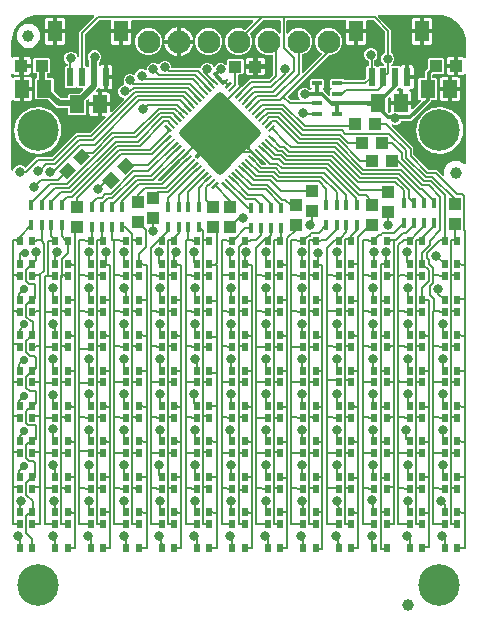
<source format=gbr>
G04 EAGLE Gerber RS-274X export*
G75*
%MOMM*%
%FSLAX34Y34*%
%LPD*%
%INTop Copper*%
%IPPOS*%
%AMOC8*
5,1,8,0,0,1.08239X$1,22.5*%
G01*
%ADD10R,1.240000X1.500000*%
%ADD11C,3.516000*%
%ADD12C,1.000000*%
%ADD13C,1.930400*%
%ADD14C,0.510000*%
%ADD15R,0.700000X0.200000*%
%ADD16R,0.900000X0.450000*%
%ADD17R,1.075000X1.000000*%
%ADD18R,0.500000X0.750000*%
%ADD19R,0.450000X0.900000*%
%ADD20R,1.000000X1.075000*%
%ADD21R,0.600000X1.550000*%
%ADD22R,1.200000X1.800000*%
%ADD23C,0.800100*%
%ADD24C,0.177800*%
%ADD25C,0.304800*%
%ADD26C,0.508000*%
%ADD27C,0.406400*%
%ADD28C,0.706400*%
%ADD29C,0.152400*%

G36*
X3460Y325687D02*
X3460Y325687D01*
X3552Y325686D01*
X3592Y325697D01*
X3633Y325701D01*
X3719Y325735D01*
X3807Y325761D01*
X3841Y325784D01*
X3880Y325800D01*
X3951Y325858D01*
X4028Y325909D01*
X4046Y325935D01*
X4086Y325967D01*
X4233Y326188D01*
X4238Y326208D01*
X4250Y326225D01*
X5016Y328075D01*
X6570Y329629D01*
X8601Y330470D01*
X10799Y330470D01*
X12830Y329629D01*
X13875Y328583D01*
X13958Y328523D01*
X14036Y328456D01*
X14065Y328444D01*
X14089Y328426D01*
X14186Y328392D01*
X14281Y328352D01*
X14311Y328348D01*
X14340Y328338D01*
X14443Y328335D01*
X14545Y328324D01*
X14575Y328330D01*
X14606Y328329D01*
X14705Y328356D01*
X14806Y328376D01*
X14826Y328389D01*
X14863Y328399D01*
X15087Y328542D01*
X15111Y328571D01*
X15132Y328583D01*
X23988Y337440D01*
X36838Y337440D01*
X36858Y337443D01*
X36879Y337441D01*
X36990Y337463D01*
X37100Y337480D01*
X37119Y337489D01*
X37140Y337493D01*
X37178Y337517D01*
X37340Y337595D01*
X37422Y337672D01*
X37466Y337700D01*
X57095Y357329D01*
X68841Y357329D01*
X68862Y357332D01*
X68883Y357330D01*
X68993Y357352D01*
X69104Y357369D01*
X69123Y357378D01*
X69143Y357382D01*
X69182Y357407D01*
X69343Y357485D01*
X69425Y357562D01*
X69469Y357590D01*
X82232Y370353D01*
X82263Y370394D01*
X82301Y370430D01*
X82341Y370501D01*
X82390Y370567D01*
X82407Y370616D01*
X82433Y370660D01*
X82451Y370740D01*
X82477Y370818D01*
X82479Y370870D01*
X82490Y370920D01*
X82484Y371002D01*
X82487Y371084D01*
X82473Y371133D01*
X82469Y371185D01*
X82438Y371261D01*
X82417Y371340D01*
X82389Y371384D01*
X82370Y371432D01*
X82318Y371495D01*
X82274Y371564D01*
X82235Y371598D01*
X82202Y371638D01*
X82134Y371683D01*
X82072Y371736D01*
X82024Y371757D01*
X81981Y371785D01*
X81931Y371797D01*
X81827Y371841D01*
X81649Y371859D01*
X81604Y371869D01*
X79157Y371869D01*
X79157Y380133D01*
X86121Y380133D01*
X86121Y376386D01*
X86128Y376335D01*
X86127Y376283D01*
X86148Y376204D01*
X86161Y376123D01*
X86183Y376076D01*
X86197Y376027D01*
X86241Y375957D01*
X86276Y375884D01*
X86311Y375846D01*
X86339Y375802D01*
X86402Y375749D01*
X86458Y375689D01*
X86502Y375664D01*
X86542Y375630D01*
X86617Y375598D01*
X86688Y375557D01*
X86739Y375546D01*
X86786Y375526D01*
X86868Y375517D01*
X86948Y375500D01*
X86999Y375504D01*
X87051Y375498D01*
X87131Y375514D01*
X87213Y375521D01*
X87261Y375540D01*
X87311Y375550D01*
X87355Y375578D01*
X87460Y375620D01*
X87599Y375733D01*
X87637Y375758D01*
X97762Y385882D01*
X97768Y385891D01*
X97776Y385897D01*
X97847Y385998D01*
X97920Y386096D01*
X97923Y386106D01*
X97929Y386115D01*
X97967Y386232D01*
X98007Y386347D01*
X98007Y386358D01*
X98010Y386368D01*
X98012Y386491D01*
X98016Y386613D01*
X98013Y386623D01*
X98013Y386634D01*
X97978Y386751D01*
X97946Y386869D01*
X97941Y386878D01*
X97938Y386888D01*
X97870Y386990D01*
X97804Y387094D01*
X97795Y387101D01*
X97790Y387109D01*
X97764Y387127D01*
X97601Y387266D01*
X97513Y387303D01*
X97474Y387331D01*
X95547Y388129D01*
X93993Y389683D01*
X93152Y391714D01*
X93152Y393912D01*
X93993Y395943D01*
X95547Y397497D01*
X97727Y398400D01*
X97815Y398453D01*
X97906Y398500D01*
X97928Y398522D01*
X97954Y398537D01*
X98023Y398614D01*
X98096Y398686D01*
X98111Y398713D01*
X98131Y398736D01*
X98174Y398829D01*
X98223Y398920D01*
X98229Y398950D01*
X98241Y398978D01*
X98254Y399080D01*
X98274Y399180D01*
X98270Y399204D01*
X98275Y399242D01*
X98229Y399503D01*
X98212Y399537D01*
X98208Y399561D01*
X97552Y401143D01*
X97552Y403342D01*
X98393Y405372D01*
X99947Y406927D01*
X101978Y407768D01*
X104176Y407768D01*
X106255Y406907D01*
X106355Y406882D01*
X106453Y406850D01*
X106484Y406850D01*
X106513Y406843D01*
X106616Y406849D01*
X106719Y406847D01*
X106748Y406856D01*
X106779Y406858D01*
X106875Y406894D01*
X106973Y406923D01*
X106999Y406940D01*
X107028Y406951D01*
X107109Y407014D01*
X107194Y407071D01*
X107208Y407091D01*
X107238Y407114D01*
X107391Y407332D01*
X107402Y407368D01*
X107416Y407387D01*
X108172Y409213D01*
X109726Y410767D01*
X111757Y411608D01*
X113955Y411608D01*
X115962Y410777D01*
X115972Y410775D01*
X115981Y410769D01*
X116100Y410743D01*
X116220Y410713D01*
X116230Y410714D01*
X116240Y410712D01*
X116363Y410722D01*
X116485Y410729D01*
X116495Y410732D01*
X116505Y410733D01*
X116619Y410779D01*
X116734Y410822D01*
X116742Y410828D01*
X116752Y410832D01*
X116848Y410910D01*
X116944Y410985D01*
X116950Y410993D01*
X116958Y411000D01*
X117027Y411102D01*
X117097Y411202D01*
X117100Y411212D01*
X117106Y411221D01*
X117113Y411251D01*
X117178Y411455D01*
X117179Y411551D01*
X117190Y411598D01*
X117190Y412738D01*
X118031Y414769D01*
X119585Y416323D01*
X121616Y417164D01*
X123814Y417164D01*
X125845Y416323D01*
X126261Y415907D01*
X126270Y415900D01*
X126276Y415892D01*
X126376Y415822D01*
X126475Y415749D01*
X126485Y415745D01*
X126494Y415739D01*
X126610Y415702D01*
X126726Y415662D01*
X126737Y415661D01*
X126747Y415658D01*
X126869Y415657D01*
X126992Y415652D01*
X127002Y415655D01*
X127013Y415655D01*
X127130Y415690D01*
X127248Y415722D01*
X127257Y415728D01*
X127267Y415731D01*
X127369Y415799D01*
X127473Y415865D01*
X127480Y415873D01*
X127488Y415879D01*
X127506Y415904D01*
X127645Y416068D01*
X127682Y416155D01*
X127710Y416195D01*
X127810Y416436D01*
X129364Y417991D01*
X131395Y418832D01*
X133593Y418832D01*
X135624Y417991D01*
X137178Y416436D01*
X138019Y414406D01*
X138019Y413497D01*
X138035Y413396D01*
X138043Y413293D01*
X138054Y413265D01*
X138059Y413234D01*
X138104Y413142D01*
X138142Y413047D01*
X138161Y413023D01*
X138175Y412995D01*
X138245Y412920D01*
X138310Y412840D01*
X138335Y412823D01*
X138356Y412801D01*
X138445Y412750D01*
X138531Y412693D01*
X138554Y412687D01*
X138587Y412669D01*
X138846Y412611D01*
X138884Y412614D01*
X138907Y412609D01*
X161191Y412609D01*
X161297Y412503D01*
X161305Y412497D01*
X161311Y412488D01*
X161412Y412418D01*
X161511Y412345D01*
X161520Y412342D01*
X161529Y412336D01*
X161646Y412298D01*
X161762Y412258D01*
X161772Y412258D01*
X161782Y412254D01*
X161905Y412253D01*
X162027Y412249D01*
X162037Y412252D01*
X162048Y412251D01*
X162166Y412287D01*
X162284Y412319D01*
X162293Y412324D01*
X162303Y412327D01*
X162404Y412395D01*
X162508Y412461D01*
X162515Y412469D01*
X162524Y412475D01*
X162541Y412501D01*
X162680Y412664D01*
X162718Y412752D01*
X162745Y412791D01*
X163624Y414912D01*
X165178Y416467D01*
X167209Y417308D01*
X169407Y417308D01*
X171438Y416467D01*
X172992Y414912D01*
X173249Y414293D01*
X173275Y414249D01*
X173293Y414201D01*
X173344Y414136D01*
X173386Y414066D01*
X173424Y414031D01*
X173456Y413990D01*
X173523Y413943D01*
X173584Y413889D01*
X173631Y413867D01*
X173674Y413838D01*
X173752Y413813D01*
X173826Y413779D01*
X173878Y413772D01*
X173927Y413756D01*
X174009Y413755D01*
X174090Y413745D01*
X174141Y413754D01*
X174192Y413753D01*
X174271Y413777D01*
X174352Y413791D01*
X174398Y413815D01*
X174447Y413829D01*
X174515Y413875D01*
X174588Y413912D01*
X174625Y413948D01*
X174668Y413977D01*
X174698Y414019D01*
X174778Y414098D01*
X174864Y414256D01*
X174890Y414293D01*
X175021Y414610D01*
X176575Y416164D01*
X178606Y417005D01*
X180804Y417005D01*
X182835Y416164D01*
X183764Y415235D01*
X183805Y415204D01*
X183841Y415167D01*
X183912Y415126D01*
X183978Y415077D01*
X184027Y415060D01*
X184071Y415035D01*
X184151Y415017D01*
X184229Y414990D01*
X184281Y414988D01*
X184331Y414977D01*
X184413Y414983D01*
X184495Y414981D01*
X184544Y414994D01*
X184596Y414998D01*
X184672Y415029D01*
X184751Y415051D01*
X184795Y415078D01*
X184843Y415097D01*
X184906Y415149D01*
X184975Y415193D01*
X185009Y415232D01*
X185049Y415265D01*
X185094Y415333D01*
X185147Y415396D01*
X185168Y415443D01*
X185196Y415486D01*
X185208Y415537D01*
X185252Y415640D01*
X185270Y415819D01*
X185280Y415863D01*
X185280Y419567D01*
X186173Y420460D01*
X198187Y420460D01*
X199080Y419567D01*
X199080Y408303D01*
X198187Y407410D01*
X195482Y407410D01*
X195380Y407395D01*
X195278Y407387D01*
X195250Y407375D01*
X195219Y407370D01*
X195127Y407326D01*
X195031Y407288D01*
X195008Y407268D01*
X194980Y407255D01*
X194905Y407185D01*
X194825Y407120D01*
X194808Y407094D01*
X194786Y407073D01*
X194735Y406984D01*
X194678Y406899D01*
X194672Y406875D01*
X194654Y406843D01*
X194596Y406583D01*
X194599Y406545D01*
X194594Y406522D01*
X194594Y398742D01*
X194594Y398738D01*
X194594Y398735D01*
X194614Y398606D01*
X194634Y398479D01*
X194635Y398476D01*
X194636Y398472D01*
X194693Y398356D01*
X194749Y398240D01*
X194752Y398237D01*
X194753Y398234D01*
X194764Y398224D01*
X194931Y398046D01*
X195005Y398003D01*
X195038Y397973D01*
X195181Y397890D01*
X195496Y397575D01*
X191225Y393304D01*
X191164Y393221D01*
X191098Y393143D01*
X191085Y393115D01*
X191067Y393090D01*
X191033Y392993D01*
X190993Y392898D01*
X190990Y392868D01*
X190980Y392839D01*
X190976Y392736D01*
X190966Y392634D01*
X190972Y392604D01*
X190971Y392573D01*
X190998Y392474D01*
X191018Y392373D01*
X191031Y392353D01*
X191041Y392317D01*
X191183Y392092D01*
X191212Y392068D01*
X191225Y392048D01*
X191225Y392047D01*
X191308Y391986D01*
X191386Y391920D01*
X191414Y391908D01*
X191439Y391890D01*
X191536Y391856D01*
X191631Y391816D01*
X191661Y391812D01*
X191690Y391802D01*
X191793Y391799D01*
X191895Y391788D01*
X191925Y391794D01*
X191956Y391793D01*
X192055Y391820D01*
X192156Y391840D01*
X192176Y391853D01*
X192212Y391863D01*
X192437Y392006D01*
X192461Y392035D01*
X192481Y392047D01*
X196768Y396335D01*
X196779Y396326D01*
X196807Y396314D01*
X196832Y396295D01*
X196929Y396262D01*
X197023Y396221D01*
X197054Y396218D01*
X197083Y396208D01*
X197185Y396205D01*
X197288Y396194D01*
X197318Y396200D01*
X197349Y396199D01*
X197448Y396226D01*
X197548Y396246D01*
X197568Y396259D01*
X197605Y396269D01*
X197829Y396411D01*
X197854Y396440D01*
X197874Y396453D01*
X204477Y403056D01*
X219984Y403056D01*
X220004Y403059D01*
X220025Y403057D01*
X220136Y403079D01*
X220246Y403095D01*
X220265Y403105D01*
X220286Y403109D01*
X220325Y403133D01*
X220486Y403211D01*
X220568Y403288D01*
X220612Y403316D01*
X224076Y406780D01*
X224089Y406797D01*
X224105Y406810D01*
X224167Y406904D01*
X224234Y406994D01*
X224241Y407014D01*
X224252Y407031D01*
X224262Y407076D01*
X224321Y407245D01*
X224325Y407350D01*
X224334Y407392D01*
X224334Y407397D01*
X224336Y407408D01*
X224336Y423203D01*
X224335Y423214D01*
X224336Y423224D01*
X224315Y423345D01*
X224296Y423466D01*
X224292Y423476D01*
X224290Y423486D01*
X224234Y423595D01*
X224181Y423706D01*
X224174Y423713D01*
X224169Y423723D01*
X224083Y423810D01*
X223999Y423900D01*
X223990Y423905D01*
X223983Y423913D01*
X223875Y423971D01*
X223769Y424032D01*
X223758Y424034D01*
X223749Y424039D01*
X223629Y424063D01*
X223509Y424090D01*
X223499Y424089D01*
X223488Y424091D01*
X223458Y424085D01*
X223244Y424068D01*
X223156Y424032D01*
X223108Y424024D01*
X222623Y423823D01*
X218177Y423823D01*
X214069Y425525D01*
X210925Y428669D01*
X209223Y432777D01*
X209223Y437223D01*
X210925Y441331D01*
X214069Y444475D01*
X218177Y446177D01*
X222623Y446177D01*
X226731Y444475D01*
X229115Y442091D01*
X229156Y442061D01*
X229192Y442023D01*
X229263Y441982D01*
X229329Y441934D01*
X229378Y441917D01*
X229422Y441891D01*
X229502Y441873D01*
X229580Y441846D01*
X229632Y441844D01*
X229682Y441833D01*
X229764Y441840D01*
X229846Y441837D01*
X229895Y441851D01*
X229947Y441855D01*
X230023Y441885D01*
X230102Y441907D01*
X230146Y441935D01*
X230194Y441954D01*
X230257Y442006D01*
X230326Y442050D01*
X230360Y442089D01*
X230400Y442121D01*
X230445Y442190D01*
X230498Y442252D01*
X230519Y442300D01*
X230547Y442343D01*
X230559Y442393D01*
X230603Y442497D01*
X230621Y442675D01*
X230631Y442719D01*
X230631Y452269D01*
X230616Y452371D01*
X230608Y452473D01*
X230596Y452501D01*
X230591Y452532D01*
X230547Y452624D01*
X230509Y452720D01*
X230489Y452743D01*
X230476Y452771D01*
X230406Y452846D01*
X230341Y452926D01*
X230315Y452943D01*
X230294Y452965D01*
X230205Y453016D01*
X230120Y453073D01*
X230096Y453079D01*
X230064Y453097D01*
X229804Y453155D01*
X229766Y453152D01*
X229743Y453157D01*
X225920Y453157D01*
X225900Y453154D01*
X225879Y453156D01*
X225768Y453134D01*
X225658Y453117D01*
X225649Y453113D01*
X215868Y453113D01*
X215867Y453113D01*
X215864Y453113D01*
X215844Y453110D01*
X215824Y453112D01*
X215740Y453096D01*
X215664Y453090D01*
X215638Y453079D01*
X215601Y453073D01*
X215583Y453065D01*
X215563Y453061D01*
X215525Y453037D01*
X215490Y453020D01*
X215417Y452991D01*
X215399Y452976D01*
X215362Y452958D01*
X215280Y452882D01*
X215237Y452854D01*
X204660Y442321D01*
X204623Y442271D01*
X204578Y442227D01*
X204544Y442164D01*
X204502Y442108D01*
X204481Y442048D01*
X204451Y441993D01*
X204438Y441923D01*
X204414Y441857D01*
X204412Y441794D01*
X204400Y441732D01*
X204408Y441685D01*
X204405Y441591D01*
X204461Y441381D01*
X204467Y441352D01*
X206177Y437223D01*
X206177Y432777D01*
X204475Y428669D01*
X201331Y425525D01*
X197223Y423823D01*
X192777Y423823D01*
X188669Y425525D01*
X185525Y428669D01*
X183823Y432777D01*
X183823Y437223D01*
X185525Y441331D01*
X188669Y444475D01*
X192777Y446177D01*
X197223Y446177D01*
X199831Y445096D01*
X199891Y445082D01*
X199947Y445058D01*
X200019Y445050D01*
X200089Y445033D01*
X200150Y445036D01*
X200211Y445030D01*
X200282Y445044D01*
X200355Y445048D01*
X200412Y445069D01*
X200472Y445081D01*
X200513Y445107D01*
X200604Y445141D01*
X200770Y445270D01*
X200798Y445288D01*
X207132Y451596D01*
X207163Y451638D01*
X207201Y451674D01*
X207242Y451744D01*
X207290Y451809D01*
X207307Y451859D01*
X207333Y451904D01*
X207351Y451984D01*
X207378Y452060D01*
X207380Y452113D01*
X207391Y452164D01*
X207385Y452245D01*
X207388Y452326D01*
X207374Y452376D01*
X207370Y452429D01*
X207339Y452504D01*
X207318Y452582D01*
X207290Y452627D01*
X207271Y452676D01*
X207219Y452739D01*
X207176Y452807D01*
X207136Y452841D01*
X207103Y452882D01*
X207035Y452927D01*
X206974Y452980D01*
X206926Y453000D01*
X206882Y453029D01*
X206832Y453041D01*
X206730Y453084D01*
X206549Y453104D01*
X206505Y453113D01*
X104929Y453113D01*
X104827Y453098D01*
X104725Y453090D01*
X104697Y453078D01*
X104666Y453073D01*
X104574Y453029D01*
X104478Y452991D01*
X104455Y452971D01*
X104427Y452958D01*
X104352Y452888D01*
X104272Y452823D01*
X104255Y452797D01*
X104233Y452776D01*
X104182Y452687D01*
X104125Y452602D01*
X104119Y452578D01*
X104101Y452546D01*
X104043Y452286D01*
X104046Y452248D01*
X104041Y452225D01*
X104041Y445637D01*
X96389Y445637D01*
X96288Y445622D01*
X96185Y445613D01*
X96157Y445602D01*
X96126Y445597D01*
X96034Y445553D01*
X95939Y445514D01*
X95915Y445495D01*
X95887Y445482D01*
X95812Y445412D01*
X95732Y445347D01*
X95715Y445321D01*
X95693Y445300D01*
X95642Y445211D01*
X95585Y445126D01*
X95580Y445102D01*
X95561Y445069D01*
X95503Y444810D01*
X95506Y444772D01*
X95501Y444749D01*
X95501Y443859D01*
X95499Y443859D01*
X95499Y444749D01*
X95484Y444850D01*
X95475Y444953D01*
X95464Y444981D01*
X95459Y445012D01*
X95415Y445104D01*
X95376Y445199D01*
X95357Y445223D01*
X95344Y445251D01*
X95274Y445326D01*
X95209Y445406D01*
X95183Y445423D01*
X95162Y445445D01*
X95073Y445496D01*
X94988Y445553D01*
X94964Y445558D01*
X94931Y445577D01*
X94672Y445635D01*
X94634Y445632D01*
X94611Y445637D01*
X86959Y445637D01*
X86959Y452225D01*
X86944Y452327D01*
X86936Y452429D01*
X86924Y452457D01*
X86919Y452488D01*
X86875Y452580D01*
X86837Y452676D01*
X86817Y452699D01*
X86804Y452727D01*
X86734Y452802D01*
X86669Y452882D01*
X86643Y452899D01*
X86622Y452921D01*
X86533Y452972D01*
X86448Y453029D01*
X86424Y453035D01*
X86392Y453053D01*
X86132Y453111D01*
X86094Y453108D01*
X86071Y453113D01*
X76895Y453113D01*
X76874Y453110D01*
X76853Y453112D01*
X76743Y453090D01*
X76632Y453073D01*
X76613Y453064D01*
X76592Y453060D01*
X76554Y453036D01*
X76393Y452958D01*
X76310Y452881D01*
X76267Y452853D01*
X65174Y441760D01*
X65161Y441743D01*
X65145Y441730D01*
X65083Y441637D01*
X65016Y441546D01*
X65009Y441527D01*
X64998Y441509D01*
X64988Y441465D01*
X64929Y441295D01*
X64925Y441183D01*
X64914Y441132D01*
X64914Y415023D01*
X64929Y414921D01*
X64937Y414819D01*
X64949Y414791D01*
X64954Y414760D01*
X64998Y414668D01*
X65036Y414572D01*
X65056Y414549D01*
X65069Y414521D01*
X65139Y414446D01*
X65204Y414366D01*
X65230Y414349D01*
X65251Y414327D01*
X65340Y414276D01*
X65425Y414219D01*
X65449Y414213D01*
X65481Y414195D01*
X65741Y414137D01*
X65779Y414140D01*
X65802Y414135D01*
X66132Y414135D01*
X66872Y413394D01*
X66955Y413333D01*
X67033Y413267D01*
X67061Y413255D01*
X67086Y413237D01*
X67183Y413203D01*
X67278Y413163D01*
X67308Y413159D01*
X67337Y413149D01*
X67440Y413146D01*
X67542Y413135D01*
X67572Y413141D01*
X67603Y413140D01*
X67702Y413167D01*
X67803Y413187D01*
X67823Y413200D01*
X67859Y413210D01*
X68083Y413353D01*
X68108Y413382D01*
X68128Y413395D01*
X68175Y413442D01*
X68188Y413458D01*
X68204Y413472D01*
X68267Y413566D01*
X68333Y413656D01*
X68340Y413675D01*
X68351Y413693D01*
X68361Y413737D01*
X68420Y413907D01*
X68424Y414019D01*
X68435Y414070D01*
X68435Y418405D01*
X68395Y418668D01*
X68373Y418715D01*
X68368Y418745D01*
X67475Y420901D01*
X67475Y423099D01*
X68316Y425130D01*
X69870Y426684D01*
X71901Y427525D01*
X74099Y427525D01*
X76130Y426684D01*
X77684Y425130D01*
X78525Y423099D01*
X78525Y420901D01*
X77684Y418870D01*
X76825Y418011D01*
X76812Y417994D01*
X76796Y417981D01*
X76734Y417887D01*
X76667Y417797D01*
X76660Y417777D01*
X76649Y417760D01*
X76639Y417715D01*
X76580Y417546D01*
X76576Y417433D01*
X76565Y417383D01*
X76565Y415388D01*
X76575Y415320D01*
X76575Y415251D01*
X76595Y415189D01*
X76605Y415125D01*
X76634Y415063D01*
X76655Y414997D01*
X76692Y414944D01*
X76720Y414885D01*
X76767Y414835D01*
X76806Y414779D01*
X76857Y414739D01*
X76902Y414691D01*
X76961Y414657D01*
X77015Y414615D01*
X77076Y414591D01*
X77132Y414559D01*
X77199Y414544D01*
X77264Y414520D01*
X77328Y414516D01*
X77392Y414501D01*
X77460Y414507D01*
X77529Y414503D01*
X77572Y414516D01*
X77657Y414523D01*
X77884Y414614D01*
X77897Y414618D01*
X78519Y414978D01*
X79165Y415151D01*
X81001Y415151D01*
X81001Y405471D01*
X81016Y405370D01*
X81024Y405267D01*
X81036Y405239D01*
X81040Y405208D01*
X81085Y405116D01*
X81123Y405021D01*
X81143Y404997D01*
X81156Y404969D01*
X81226Y404894D01*
X81252Y404863D01*
X81232Y404847D01*
X81215Y404821D01*
X81193Y404800D01*
X81142Y404711D01*
X81085Y404626D01*
X81079Y404602D01*
X81061Y404569D01*
X81003Y404310D01*
X81006Y404272D01*
X81001Y404249D01*
X81001Y394569D01*
X79165Y394569D01*
X78519Y394742D01*
X77940Y395077D01*
X77511Y395506D01*
X77428Y395567D01*
X77350Y395634D01*
X77321Y395646D01*
X77297Y395664D01*
X77200Y395698D01*
X77105Y395738D01*
X77075Y395741D01*
X77046Y395751D01*
X76943Y395755D01*
X76841Y395765D01*
X76811Y395759D01*
X76780Y395760D01*
X76681Y395733D01*
X76580Y395713D01*
X76560Y395700D01*
X76524Y395691D01*
X76299Y395548D01*
X76275Y395519D01*
X76255Y395506D01*
X74215Y393467D01*
X74185Y393426D01*
X74147Y393390D01*
X74106Y393319D01*
X74058Y393253D01*
X74041Y393204D01*
X74015Y393160D01*
X73997Y393080D01*
X73970Y393002D01*
X73969Y392950D01*
X73957Y392900D01*
X73964Y392818D01*
X73961Y392736D01*
X73975Y392687D01*
X73979Y392635D01*
X74010Y392559D01*
X74031Y392480D01*
X74059Y392436D01*
X74078Y392388D01*
X74130Y392325D01*
X74174Y392256D01*
X74213Y392222D01*
X74246Y392182D01*
X74314Y392137D01*
X74376Y392084D01*
X74424Y392063D01*
X74467Y392035D01*
X74517Y392023D01*
X74621Y391979D01*
X74799Y391961D01*
X74844Y391951D01*
X75603Y391951D01*
X75603Y383687D01*
X68639Y383687D01*
X68639Y385746D01*
X68632Y385797D01*
X68633Y385849D01*
X68612Y385928D01*
X68599Y386009D01*
X68577Y386056D01*
X68563Y386106D01*
X68519Y386175D01*
X68484Y386249D01*
X68449Y386286D01*
X68421Y386330D01*
X68358Y386383D01*
X68302Y386443D01*
X68258Y386469D01*
X68218Y386502D01*
X68143Y386534D01*
X68072Y386575D01*
X68021Y386586D01*
X67974Y386606D01*
X67892Y386615D01*
X67812Y386633D01*
X67761Y386628D01*
X67709Y386634D01*
X67629Y386618D01*
X67547Y386611D01*
X67499Y386592D01*
X67449Y386582D01*
X67405Y386554D01*
X67301Y386512D01*
X67162Y386399D01*
X67123Y386375D01*
X66365Y385617D01*
X66352Y385600D01*
X66336Y385586D01*
X66274Y385493D01*
X66207Y385403D01*
X66200Y385383D01*
X66189Y385365D01*
X66179Y385321D01*
X66120Y385151D01*
X66116Y385039D01*
X66105Y384988D01*
X66105Y373778D01*
X65212Y372885D01*
X51548Y372885D01*
X50655Y373778D01*
X50655Y378047D01*
X50640Y378149D01*
X50632Y378251D01*
X50620Y378279D01*
X50615Y378310D01*
X50571Y378402D01*
X50533Y378498D01*
X50513Y378521D01*
X50500Y378549D01*
X50430Y378624D01*
X50365Y378704D01*
X50339Y378721D01*
X50318Y378743D01*
X50229Y378794D01*
X50144Y378851D01*
X50120Y378857D01*
X50088Y378875D01*
X49828Y378933D01*
X49790Y378930D01*
X49767Y378935D01*
X40926Y378935D01*
X34106Y385755D01*
X34090Y385768D01*
X34076Y385784D01*
X33983Y385846D01*
X33893Y385913D01*
X33873Y385920D01*
X33855Y385931D01*
X33811Y385941D01*
X33641Y386000D01*
X33529Y386004D01*
X33478Y386015D01*
X23738Y386015D01*
X22845Y386908D01*
X22845Y403172D01*
X23757Y404083D01*
X23821Y404088D01*
X23849Y404100D01*
X23880Y404105D01*
X23972Y404149D01*
X24068Y404187D01*
X24091Y404207D01*
X24119Y404220D01*
X24194Y404290D01*
X24274Y404355D01*
X24291Y404381D01*
X24313Y404402D01*
X24364Y404491D01*
X24421Y404576D01*
X24427Y404600D01*
X24445Y404632D01*
X24503Y404892D01*
X24500Y404930D01*
X24505Y404953D01*
X24505Y407272D01*
X24490Y407374D01*
X24482Y407476D01*
X24470Y407504D01*
X24465Y407535D01*
X24421Y407627D01*
X24383Y407723D01*
X24363Y407746D01*
X24350Y407774D01*
X24280Y407849D01*
X24215Y407929D01*
X24189Y407946D01*
X24168Y407968D01*
X24079Y408019D01*
X23994Y408076D01*
X23970Y408082D01*
X23938Y408100D01*
X23678Y408158D01*
X23640Y408155D01*
X23617Y408160D01*
X22093Y408160D01*
X21200Y409053D01*
X21200Y420317D01*
X22093Y421210D01*
X34107Y421210D01*
X35000Y420317D01*
X35000Y409053D01*
X34107Y408160D01*
X33523Y408160D01*
X33421Y408145D01*
X33319Y408137D01*
X33291Y408125D01*
X33260Y408120D01*
X33168Y408076D01*
X33072Y408038D01*
X33049Y408018D01*
X33021Y408005D01*
X32946Y407935D01*
X32866Y407870D01*
X32849Y407844D01*
X32827Y407823D01*
X32776Y407734D01*
X32719Y407649D01*
X32713Y407625D01*
X32695Y407593D01*
X32637Y407333D01*
X32640Y407295D01*
X32635Y407272D01*
X32635Y404953D01*
X32650Y404851D01*
X32658Y404749D01*
X32670Y404721D01*
X32675Y404690D01*
X32719Y404598D01*
X32757Y404502D01*
X32777Y404479D01*
X32790Y404451D01*
X32860Y404376D01*
X32925Y404296D01*
X32951Y404279D01*
X32972Y404257D01*
X33061Y404206D01*
X33146Y404149D01*
X33170Y404143D01*
X33202Y404125D01*
X33462Y404067D01*
X33500Y404070D01*
X33523Y404065D01*
X37402Y404065D01*
X38295Y403172D01*
X38295Y393432D01*
X38298Y393411D01*
X38296Y393390D01*
X38318Y393280D01*
X38335Y393169D01*
X38344Y393150D01*
X38348Y393129D01*
X38372Y393091D01*
X38450Y392929D01*
X38527Y392847D01*
X38555Y392804D01*
X44034Y387325D01*
X44050Y387312D01*
X44064Y387296D01*
X44157Y387234D01*
X44247Y387167D01*
X44267Y387160D01*
X44285Y387149D01*
X44329Y387139D01*
X44499Y387080D01*
X44611Y387076D01*
X44662Y387065D01*
X49767Y387065D01*
X49869Y387080D01*
X49971Y387088D01*
X49999Y387100D01*
X50030Y387105D01*
X50122Y387149D01*
X50218Y387187D01*
X50241Y387207D01*
X50269Y387220D01*
X50344Y387290D01*
X50424Y387355D01*
X50441Y387381D01*
X50463Y387402D01*
X50514Y387491D01*
X50571Y387576D01*
X50577Y387600D01*
X50595Y387632D01*
X50653Y387892D01*
X50650Y387930D01*
X50655Y387953D01*
X50655Y390042D01*
X51548Y390935D01*
X59818Y390935D01*
X59839Y390938D01*
X59860Y390936D01*
X59970Y390958D01*
X60081Y390975D01*
X60100Y390984D01*
X60121Y390988D01*
X60159Y391012D01*
X60321Y391090D01*
X60403Y391167D01*
X60447Y391195D01*
X63321Y394069D01*
X63351Y394110D01*
X63389Y394146D01*
X63430Y394217D01*
X63478Y394283D01*
X63495Y394332D01*
X63521Y394376D01*
X63539Y394456D01*
X63566Y394534D01*
X63567Y394586D01*
X63579Y394636D01*
X63572Y394718D01*
X63575Y394800D01*
X63561Y394849D01*
X63557Y394901D01*
X63526Y394977D01*
X63505Y395056D01*
X63477Y395100D01*
X63458Y395148D01*
X63406Y395211D01*
X63362Y395280D01*
X63323Y395314D01*
X63290Y395354D01*
X63222Y395399D01*
X63160Y395452D01*
X63112Y395473D01*
X63069Y395501D01*
X63019Y395513D01*
X62915Y395557D01*
X62737Y395575D01*
X62692Y395585D01*
X58868Y395585D01*
X58128Y396326D01*
X58046Y396386D01*
X57967Y396453D01*
X57939Y396465D01*
X57914Y396483D01*
X57817Y396517D01*
X57723Y396557D01*
X57692Y396561D01*
X57663Y396571D01*
X57561Y396574D01*
X57458Y396585D01*
X57428Y396579D01*
X57397Y396580D01*
X57298Y396553D01*
X57198Y396533D01*
X57178Y396520D01*
X57141Y396510D01*
X56917Y396367D01*
X56892Y396338D01*
X56872Y396326D01*
X56132Y395585D01*
X48868Y395585D01*
X47975Y396478D01*
X47975Y413242D01*
X48868Y414135D01*
X49198Y414135D01*
X49300Y414150D01*
X49402Y414158D01*
X49430Y414170D01*
X49461Y414175D01*
X49553Y414219D01*
X49649Y414257D01*
X49672Y414277D01*
X49700Y414290D01*
X49775Y414360D01*
X49855Y414425D01*
X49872Y414451D01*
X49894Y414472D01*
X49945Y414561D01*
X50002Y414646D01*
X50008Y414670D01*
X50026Y414702D01*
X50084Y414962D01*
X50081Y415000D01*
X50086Y415023D01*
X50086Y415732D01*
X50083Y415753D01*
X50085Y415774D01*
X50063Y415884D01*
X50046Y415995D01*
X50037Y416014D01*
X50033Y416034D01*
X50009Y416073D01*
X49931Y416234D01*
X49854Y416317D01*
X49826Y416360D01*
X48316Y417870D01*
X47475Y419901D01*
X47475Y422099D01*
X48316Y424130D01*
X49870Y425684D01*
X51901Y426525D01*
X54099Y426525D01*
X56130Y425684D01*
X57684Y424130D01*
X58377Y422456D01*
X58425Y422377D01*
X58465Y422294D01*
X58493Y422264D01*
X58515Y422228D01*
X58584Y422167D01*
X58647Y422099D01*
X58683Y422079D01*
X58713Y422052D01*
X58797Y422013D01*
X58877Y421967D01*
X58918Y421959D01*
X58955Y421941D01*
X59047Y421930D01*
X59137Y421910D01*
X59178Y421913D01*
X59219Y421908D01*
X59310Y421924D01*
X59402Y421931D01*
X59440Y421947D01*
X59481Y421954D01*
X59563Y421996D01*
X59649Y422030D01*
X59681Y422056D01*
X59717Y422075D01*
X59783Y422140D01*
X59855Y422198D01*
X59878Y422232D01*
X59907Y422261D01*
X59951Y422342D01*
X60002Y422419D01*
X60009Y422449D01*
X60034Y422495D01*
X60085Y422756D01*
X60082Y422776D01*
X60086Y422796D01*
X60086Y443500D01*
X72529Y455943D01*
X72560Y455984D01*
X72598Y456020D01*
X72638Y456091D01*
X72687Y456157D01*
X72704Y456206D01*
X72730Y456250D01*
X72748Y456330D01*
X72774Y456408D01*
X72776Y456460D01*
X72787Y456510D01*
X72781Y456592D01*
X72784Y456674D01*
X72770Y456723D01*
X72766Y456775D01*
X72735Y456851D01*
X72714Y456930D01*
X72686Y456974D01*
X72667Y457022D01*
X72615Y457085D01*
X72571Y457154D01*
X72532Y457188D01*
X72499Y457228D01*
X72431Y457273D01*
X72369Y457326D01*
X72321Y457347D01*
X72278Y457375D01*
X72228Y457387D01*
X72124Y457431D01*
X71946Y457449D01*
X71901Y457459D01*
X25400Y457459D01*
X25357Y457453D01*
X25330Y457457D01*
X21893Y457186D01*
X21739Y457150D01*
X21689Y457145D01*
X15151Y455021D01*
X14913Y454902D01*
X14908Y454897D01*
X14903Y454895D01*
X9342Y450854D01*
X9153Y450668D01*
X9149Y450661D01*
X9146Y450658D01*
X5105Y445097D01*
X4983Y444861D01*
X4981Y444853D01*
X4979Y444849D01*
X2855Y438311D01*
X2829Y438155D01*
X2814Y438107D01*
X2543Y434670D01*
X2547Y434626D01*
X2541Y434600D01*
X2541Y422238D01*
X2548Y422187D01*
X2547Y422136D01*
X2568Y422057D01*
X2581Y421975D01*
X2603Y421929D01*
X2617Y421879D01*
X2661Y421810D01*
X2696Y421736D01*
X2732Y421698D01*
X2759Y421655D01*
X2822Y421602D01*
X2878Y421542D01*
X2923Y421516D01*
X2962Y421483D01*
X3037Y421451D01*
X3108Y421410D01*
X3159Y421399D01*
X3206Y421378D01*
X3288Y421370D01*
X3368Y421352D01*
X3419Y421356D01*
X3471Y421351D01*
X3551Y421367D01*
X3633Y421374D01*
X3681Y421393D01*
X3731Y421403D01*
X3775Y421431D01*
X3880Y421473D01*
X4019Y421586D01*
X4057Y421610D01*
X4165Y421718D01*
X4744Y422053D01*
X5390Y422226D01*
X9323Y422226D01*
X9323Y415574D01*
X9338Y415473D01*
X9347Y415370D01*
X9358Y415342D01*
X9363Y415311D01*
X9407Y415219D01*
X9446Y415124D01*
X9465Y415100D01*
X9478Y415072D01*
X9548Y414997D01*
X9613Y414917D01*
X9639Y414900D01*
X9660Y414878D01*
X9749Y414827D01*
X9834Y414770D01*
X9858Y414765D01*
X9890Y414746D01*
X10150Y414688D01*
X10188Y414691D01*
X10211Y414686D01*
X11101Y414686D01*
X11101Y414684D01*
X10211Y414684D01*
X10110Y414669D01*
X10007Y414660D01*
X9979Y414649D01*
X9948Y414644D01*
X9856Y414600D01*
X9761Y414561D01*
X9737Y414542D01*
X9709Y414529D01*
X9634Y414459D01*
X9554Y414394D01*
X9537Y414368D01*
X9515Y414347D01*
X9464Y414258D01*
X9407Y414173D01*
X9401Y414149D01*
X9383Y414116D01*
X9325Y413857D01*
X9328Y413819D01*
X9323Y413796D01*
X9323Y407144D01*
X5390Y407144D01*
X4744Y407317D01*
X4165Y407652D01*
X4057Y407760D01*
X4016Y407790D01*
X3980Y407828D01*
X3909Y407869D01*
X3843Y407918D01*
X3794Y407935D01*
X3750Y407960D01*
X3670Y407978D01*
X3592Y408005D01*
X3540Y408007D01*
X3490Y408018D01*
X3408Y408011D01*
X3326Y408014D01*
X3277Y408000D01*
X3225Y407996D01*
X3149Y407966D01*
X3070Y407944D01*
X3026Y407917D01*
X2978Y407897D01*
X2915Y407845D01*
X2846Y407802D01*
X2812Y407762D01*
X2772Y407730D01*
X2727Y407661D01*
X2674Y407599D01*
X2653Y407552D01*
X2625Y407509D01*
X2613Y407458D01*
X2569Y407355D01*
X2551Y407176D01*
X2541Y407132D01*
X2541Y405379D01*
X2551Y405311D01*
X2551Y405242D01*
X2571Y405180D01*
X2581Y405116D01*
X2610Y405054D01*
X2631Y404989D01*
X2668Y404935D01*
X2696Y404877D01*
X2743Y404826D01*
X2782Y404770D01*
X2833Y404730D01*
X2878Y404682D01*
X2937Y404648D01*
X2991Y404606D01*
X3052Y404583D01*
X3108Y404550D01*
X3175Y404535D01*
X3240Y404511D01*
X3304Y404507D01*
X3368Y404493D01*
X3436Y404498D01*
X3505Y404494D01*
X3548Y404507D01*
X3633Y404514D01*
X3860Y404605D01*
X3873Y404610D01*
X4389Y404908D01*
X5035Y405081D01*
X9793Y405081D01*
X9793Y395929D01*
X9808Y395828D01*
X9817Y395725D01*
X9828Y395697D01*
X9833Y395666D01*
X9877Y395574D01*
X9916Y395479D01*
X9935Y395455D01*
X9948Y395427D01*
X10018Y395352D01*
X10083Y395272D01*
X10109Y395255D01*
X10130Y395233D01*
X10219Y395182D01*
X10304Y395125D01*
X10328Y395120D01*
X10360Y395101D01*
X10620Y395043D01*
X10658Y395046D01*
X10681Y395041D01*
X11571Y395041D01*
X11571Y395039D01*
X10681Y395039D01*
X10580Y395024D01*
X10477Y395015D01*
X10449Y395004D01*
X10418Y394999D01*
X10326Y394955D01*
X10231Y394916D01*
X10207Y394897D01*
X10179Y394884D01*
X10104Y394814D01*
X10024Y394749D01*
X10007Y394723D01*
X9985Y394702D01*
X9934Y394613D01*
X9877Y394528D01*
X9871Y394504D01*
X9853Y394471D01*
X9795Y394212D01*
X9796Y394196D01*
X9795Y394191D01*
X9797Y394168D01*
X9793Y394151D01*
X9793Y384999D01*
X5035Y384999D01*
X4389Y385172D01*
X3873Y385470D01*
X3809Y385496D01*
X3750Y385530D01*
X3686Y385544D01*
X3626Y385567D01*
X3557Y385572D01*
X3490Y385587D01*
X3425Y385582D01*
X3361Y385587D01*
X3294Y385571D01*
X3225Y385566D01*
X3165Y385542D01*
X3102Y385527D01*
X3042Y385492D01*
X2978Y385467D01*
X2928Y385426D01*
X2872Y385393D01*
X2825Y385343D01*
X2772Y385299D01*
X2736Y385245D01*
X2692Y385197D01*
X2663Y385135D01*
X2625Y385078D01*
X2615Y385034D01*
X2578Y384957D01*
X2544Y384715D01*
X2541Y384701D01*
X2541Y326565D01*
X2555Y326474D01*
X2560Y326382D01*
X2574Y326343D01*
X2581Y326302D01*
X2621Y326219D01*
X2653Y326133D01*
X2678Y326100D01*
X2696Y326063D01*
X2759Y325996D01*
X2816Y325923D01*
X2850Y325899D01*
X2878Y325869D01*
X2958Y325823D01*
X3033Y325770D01*
X3073Y325757D01*
X3108Y325737D01*
X3198Y325717D01*
X3286Y325688D01*
X3328Y325688D01*
X3368Y325679D01*
X3460Y325687D01*
G37*
G36*
X368219Y321392D02*
X368219Y321392D01*
X368301Y321389D01*
X368350Y321403D01*
X368402Y321407D01*
X368478Y321438D01*
X368557Y321459D01*
X368601Y321487D01*
X368649Y321506D01*
X368712Y321558D01*
X368781Y321602D01*
X368815Y321641D01*
X368855Y321674D01*
X368900Y321742D01*
X368953Y321804D01*
X368974Y321852D01*
X369002Y321895D01*
X369014Y321945D01*
X369058Y322049D01*
X369076Y322227D01*
X369086Y322272D01*
X369086Y326656D01*
X371743Y331257D01*
X376344Y333914D01*
X381656Y333914D01*
X386127Y331333D01*
X386191Y331308D01*
X386250Y331274D01*
X386314Y331259D01*
X386374Y331236D01*
X386443Y331231D01*
X386510Y331216D01*
X386575Y331221D01*
X386640Y331216D01*
X386706Y331232D01*
X386775Y331237D01*
X386835Y331262D01*
X386898Y331276D01*
X386958Y331311D01*
X387022Y331336D01*
X387072Y331377D01*
X387128Y331410D01*
X387175Y331461D01*
X387228Y331504D01*
X387264Y331558D01*
X387308Y331606D01*
X387337Y331668D01*
X387375Y331725D01*
X387385Y331769D01*
X387422Y331846D01*
X387456Y332088D01*
X387459Y332102D01*
X387459Y406772D01*
X387452Y406823D01*
X387453Y406874D01*
X387432Y406953D01*
X387419Y407035D01*
X387397Y407081D01*
X387383Y407131D01*
X387339Y407200D01*
X387304Y407274D01*
X387268Y407312D01*
X387241Y407355D01*
X387178Y407408D01*
X387122Y407468D01*
X387077Y407494D01*
X387038Y407527D01*
X386963Y407559D01*
X386892Y407600D01*
X386841Y407611D01*
X386794Y407632D01*
X386712Y407640D01*
X386632Y407658D01*
X386581Y407654D01*
X386529Y407659D01*
X386449Y407643D01*
X386367Y407636D01*
X386319Y407617D01*
X386269Y407607D01*
X386225Y407579D01*
X386120Y407537D01*
X385981Y407424D01*
X385943Y407400D01*
X385835Y407292D01*
X385256Y406957D01*
X384610Y406784D01*
X380677Y406784D01*
X380677Y413436D01*
X380662Y413537D01*
X380653Y413640D01*
X380642Y413668D01*
X380637Y413699D01*
X380593Y413791D01*
X380554Y413886D01*
X380535Y413910D01*
X380522Y413938D01*
X380452Y414013D01*
X380387Y414093D01*
X380361Y414110D01*
X380340Y414132D01*
X380251Y414183D01*
X380166Y414240D01*
X380142Y414245D01*
X380109Y414264D01*
X379850Y414322D01*
X379812Y414319D01*
X379789Y414324D01*
X378899Y414324D01*
X378899Y414326D01*
X379789Y414326D01*
X379890Y414341D01*
X379993Y414350D01*
X380021Y414361D01*
X380052Y414366D01*
X380144Y414410D01*
X380239Y414449D01*
X380263Y414468D01*
X380291Y414481D01*
X380366Y414551D01*
X380446Y414616D01*
X380463Y414642D01*
X380485Y414663D01*
X380536Y414752D01*
X380593Y414837D01*
X380598Y414861D01*
X380617Y414894D01*
X380675Y415153D01*
X380672Y415191D01*
X380677Y415214D01*
X380677Y421866D01*
X384610Y421866D01*
X385256Y421693D01*
X385835Y421358D01*
X385943Y421250D01*
X385984Y421220D01*
X386020Y421182D01*
X386091Y421141D01*
X386157Y421092D01*
X386206Y421075D01*
X386250Y421050D01*
X386330Y421032D01*
X386408Y421005D01*
X386460Y421003D01*
X386510Y420992D01*
X386592Y420999D01*
X386674Y420996D01*
X386723Y421010D01*
X386775Y421014D01*
X386851Y421044D01*
X386930Y421066D01*
X386974Y421093D01*
X387022Y421113D01*
X387085Y421165D01*
X387154Y421208D01*
X387188Y421248D01*
X387228Y421280D01*
X387273Y421349D01*
X387326Y421411D01*
X387347Y421458D01*
X387375Y421501D01*
X387387Y421552D01*
X387431Y421655D01*
X387449Y421834D01*
X387459Y421878D01*
X387459Y434600D01*
X387453Y434643D01*
X387457Y434670D01*
X387186Y438107D01*
X387150Y438261D01*
X387145Y438311D01*
X385021Y444849D01*
X384902Y445087D01*
X384897Y445092D01*
X384895Y445097D01*
X380854Y450658D01*
X380768Y450745D01*
X380768Y450746D01*
X380767Y450746D01*
X380668Y450847D01*
X380661Y450851D01*
X380658Y450854D01*
X375097Y454895D01*
X374861Y455017D01*
X374853Y455019D01*
X374849Y455021D01*
X368311Y457145D01*
X368155Y457171D01*
X368107Y457186D01*
X364670Y457457D01*
X364626Y457453D01*
X364600Y457459D01*
X313670Y457459D01*
X313619Y457452D01*
X313567Y457453D01*
X313488Y457432D01*
X313407Y457419D01*
X313360Y457397D01*
X313311Y457383D01*
X313241Y457339D01*
X313168Y457304D01*
X313130Y457269D01*
X313086Y457241D01*
X313033Y457178D01*
X312973Y457122D01*
X312948Y457078D01*
X312914Y457038D01*
X312882Y456963D01*
X312841Y456892D01*
X312830Y456841D01*
X312810Y456794D01*
X312801Y456712D01*
X312784Y456632D01*
X312788Y456581D01*
X312782Y456529D01*
X312798Y456449D01*
X312805Y456367D01*
X312824Y456319D01*
X312834Y456269D01*
X312862Y456225D01*
X312904Y456120D01*
X313017Y455981D01*
X313042Y455943D01*
X323724Y445261D01*
X323724Y425944D01*
X323733Y425883D01*
X323732Y425821D01*
X323753Y425752D01*
X323764Y425681D01*
X323791Y425626D01*
X323808Y425566D01*
X323848Y425507D01*
X323879Y425442D01*
X323922Y425397D01*
X323956Y425345D01*
X323995Y425318D01*
X324061Y425248D01*
X324246Y425142D01*
X324272Y425124D01*
X324440Y425054D01*
X325994Y423500D01*
X326835Y421469D01*
X326835Y419271D01*
X325994Y417240D01*
X324405Y415651D01*
X324374Y415610D01*
X324337Y415574D01*
X324296Y415503D01*
X324247Y415437D01*
X324230Y415388D01*
X324205Y415344D01*
X324187Y415264D01*
X324160Y415186D01*
X324158Y415134D01*
X324147Y415084D01*
X324153Y415002D01*
X324151Y414920D01*
X324164Y414871D01*
X324168Y414819D01*
X324199Y414743D01*
X324221Y414664D01*
X324248Y414620D01*
X324267Y414572D01*
X324319Y414509D01*
X324363Y414440D01*
X324402Y414406D01*
X324435Y414366D01*
X324503Y414321D01*
X324566Y414268D01*
X324613Y414247D01*
X324656Y414219D01*
X324707Y414207D01*
X324810Y414163D01*
X324989Y414145D01*
X325033Y414135D01*
X331132Y414135D01*
X331154Y414113D01*
X331236Y414052D01*
X331314Y413985D01*
X331343Y413973D01*
X331367Y413955D01*
X331465Y413921D01*
X331559Y413881D01*
X331589Y413878D01*
X331619Y413868D01*
X331721Y413864D01*
X331823Y413854D01*
X331853Y413860D01*
X331884Y413859D01*
X331983Y413886D01*
X332084Y413906D01*
X332104Y413919D01*
X332141Y413928D01*
X332365Y414071D01*
X332390Y414100D01*
X332410Y414113D01*
X332940Y414643D01*
X333519Y414978D01*
X334165Y415151D01*
X336001Y415151D01*
X336001Y405471D01*
X336016Y405370D01*
X336024Y405267D01*
X336036Y405239D01*
X336040Y405208D01*
X336085Y405116D01*
X336123Y405021D01*
X336143Y404997D01*
X336156Y404969D01*
X336226Y404894D01*
X336291Y404814D01*
X336317Y404797D01*
X336338Y404775D01*
X336427Y404724D01*
X336512Y404667D01*
X336536Y404662D01*
X336568Y404643D01*
X336828Y404585D01*
X336866Y404588D01*
X336889Y404583D01*
X337223Y404583D01*
X337223Y404249D01*
X337238Y404147D01*
X337247Y404045D01*
X337258Y404017D01*
X337263Y403986D01*
X337307Y403894D01*
X337346Y403798D01*
X337365Y403775D01*
X337378Y403747D01*
X337449Y403672D01*
X337513Y403592D01*
X337539Y403575D01*
X337560Y403553D01*
X337649Y403502D01*
X337734Y403445D01*
X337758Y403439D01*
X337791Y403421D01*
X338050Y403363D01*
X338088Y403366D01*
X338111Y403361D01*
X343041Y403361D01*
X343041Y396775D01*
X342868Y396129D01*
X342533Y395550D01*
X342060Y395077D01*
X341481Y394742D01*
X340835Y394569D01*
X340444Y394569D01*
X340410Y394564D01*
X340376Y394567D01*
X340279Y394544D01*
X340182Y394529D01*
X340151Y394514D01*
X340117Y394507D01*
X340031Y394457D01*
X339942Y394414D01*
X339917Y394390D01*
X339887Y394373D01*
X339820Y394300D01*
X339748Y394232D01*
X339731Y394202D01*
X339707Y394177D01*
X339665Y394087D01*
X339616Y394002D01*
X339609Y393968D01*
X339594Y393937D01*
X339580Y393839D01*
X339558Y393742D01*
X339561Y393708D01*
X339556Y393673D01*
X339572Y393576D01*
X339580Y393477D01*
X339593Y393445D01*
X339598Y393411D01*
X339642Y393322D01*
X339679Y393230D01*
X339701Y393204D01*
X339716Y393173D01*
X339755Y393137D01*
X339846Y393024D01*
X339961Y392947D01*
X340000Y392912D01*
X340050Y392883D01*
X340523Y392410D01*
X340858Y391831D01*
X341031Y391185D01*
X341031Y385127D01*
X334067Y385127D01*
X334067Y393914D01*
X334049Y394033D01*
X334034Y394153D01*
X334029Y394164D01*
X334027Y394177D01*
X333975Y394285D01*
X333926Y394395D01*
X333917Y394405D01*
X333912Y394416D01*
X333829Y394505D01*
X333750Y394595D01*
X333741Y394599D01*
X333730Y394610D01*
X333652Y394655D01*
X333621Y394684D01*
X332940Y395077D01*
X332410Y395607D01*
X332327Y395668D01*
X332249Y395735D01*
X332220Y395747D01*
X332196Y395765D01*
X332099Y395799D01*
X332004Y395839D01*
X331974Y395842D01*
X331945Y395852D01*
X331842Y395856D01*
X331740Y395866D01*
X331710Y395860D01*
X331679Y395861D01*
X331580Y395834D01*
X331479Y395814D01*
X331459Y395802D01*
X331423Y395792D01*
X331198Y395649D01*
X331174Y395620D01*
X331154Y395607D01*
X331132Y395585D01*
X330265Y395585D01*
X330244Y395582D01*
X330223Y395584D01*
X330113Y395562D01*
X330002Y395545D01*
X329983Y395536D01*
X329962Y395532D01*
X329924Y395508D01*
X329763Y395430D01*
X329680Y395353D01*
X329637Y395325D01*
X329219Y394907D01*
X329188Y394866D01*
X329150Y394830D01*
X329110Y394759D01*
X329061Y394693D01*
X329044Y394644D01*
X329018Y394600D01*
X329001Y394520D01*
X328974Y394442D01*
X328972Y394390D01*
X328961Y394340D01*
X328967Y394258D01*
X328964Y394176D01*
X328978Y394127D01*
X328982Y394075D01*
X329013Y393999D01*
X329034Y393920D01*
X329062Y393876D01*
X329081Y393828D01*
X329133Y393765D01*
X329177Y393696D01*
X329216Y393662D01*
X329249Y393622D01*
X329317Y393577D01*
X329380Y393524D01*
X329427Y393503D01*
X329470Y393475D01*
X329520Y393463D01*
X329624Y393419D01*
X329802Y393401D01*
X329847Y393391D01*
X330513Y393391D01*
X330513Y385127D01*
X323549Y385127D01*
X323549Y387093D01*
X323542Y387144D01*
X323543Y387196D01*
X323522Y387275D01*
X323509Y387356D01*
X323487Y387403D01*
X323473Y387452D01*
X323429Y387522D01*
X323394Y387595D01*
X323359Y387633D01*
X323331Y387677D01*
X323268Y387730D01*
X323212Y387790D01*
X323168Y387815D01*
X323128Y387849D01*
X323053Y387881D01*
X322982Y387922D01*
X322931Y387933D01*
X322884Y387953D01*
X322802Y387962D01*
X322722Y387979D01*
X322671Y387975D01*
X322619Y387981D01*
X322539Y387965D01*
X322457Y387958D01*
X322409Y387939D01*
X322359Y387929D01*
X322315Y387901D01*
X322211Y387859D01*
X322072Y387746D01*
X322033Y387721D01*
X321275Y386963D01*
X321262Y386946D01*
X321246Y386933D01*
X321184Y386840D01*
X321117Y386749D01*
X321110Y386730D01*
X321099Y386712D01*
X321089Y386668D01*
X321030Y386498D01*
X321026Y386386D01*
X321015Y386335D01*
X321015Y376305D01*
X321018Y376284D01*
X321016Y376263D01*
X321038Y376153D01*
X321055Y376042D01*
X321064Y376023D01*
X321068Y376002D01*
X321092Y375964D01*
X321170Y375803D01*
X321247Y375720D01*
X321275Y375677D01*
X322033Y374919D01*
X322074Y374888D01*
X322110Y374850D01*
X322181Y374810D01*
X322247Y374761D01*
X322296Y374744D01*
X322340Y374718D01*
X322420Y374701D01*
X322498Y374674D01*
X322550Y374672D01*
X322600Y374661D01*
X322682Y374667D01*
X322764Y374664D01*
X322813Y374678D01*
X322865Y374682D01*
X322941Y374713D01*
X323020Y374734D01*
X323064Y374762D01*
X323112Y374781D01*
X323175Y374833D01*
X323244Y374877D01*
X323278Y374916D01*
X323318Y374949D01*
X323363Y375017D01*
X323416Y375079D01*
X323437Y375127D01*
X323465Y375170D01*
X323477Y375220D01*
X323521Y375324D01*
X323539Y375502D01*
X323549Y375547D01*
X323549Y381573D01*
X331401Y381573D01*
X331502Y381588D01*
X331605Y381597D01*
X331633Y381608D01*
X331664Y381613D01*
X331756Y381657D01*
X331851Y381696D01*
X331875Y381715D01*
X331903Y381728D01*
X331978Y381798D01*
X332058Y381863D01*
X332075Y381889D01*
X332097Y381910D01*
X332148Y381999D01*
X332205Y382084D01*
X332210Y382108D01*
X332229Y382140D01*
X332287Y382400D01*
X332284Y382438D01*
X332289Y382461D01*
X332289Y383351D01*
X332291Y383351D01*
X332291Y382461D01*
X332306Y382360D01*
X332315Y382257D01*
X332326Y382229D01*
X332331Y382198D01*
X332375Y382106D01*
X332414Y382011D01*
X332433Y381987D01*
X332446Y381959D01*
X332516Y381884D01*
X332581Y381804D01*
X332607Y381787D01*
X332628Y381765D01*
X332717Y381714D01*
X332802Y381657D01*
X332826Y381651D01*
X332859Y381633D01*
X333118Y381575D01*
X333156Y381578D01*
X333179Y381573D01*
X341031Y381573D01*
X341031Y378487D01*
X341038Y378436D01*
X341037Y378384D01*
X341058Y378305D01*
X341071Y378224D01*
X341093Y378177D01*
X341107Y378128D01*
X341151Y378058D01*
X341186Y377985D01*
X341221Y377947D01*
X341249Y377903D01*
X341312Y377850D01*
X341368Y377790D01*
X341412Y377765D01*
X341452Y377731D01*
X341527Y377699D01*
X341598Y377658D01*
X341649Y377647D01*
X341696Y377627D01*
X341778Y377618D01*
X341858Y377601D01*
X341909Y377605D01*
X341961Y377599D01*
X342041Y377616D01*
X342123Y377622D01*
X342171Y377641D01*
X342221Y377651D01*
X342265Y377679D01*
X342370Y377721D01*
X342509Y377834D01*
X342547Y377859D01*
X348967Y384279D01*
X348998Y384320D01*
X349036Y384356D01*
X349076Y384427D01*
X349125Y384493D01*
X349142Y384542D01*
X349168Y384586D01*
X349185Y384666D01*
X349212Y384744D01*
X349214Y384796D01*
X349225Y384846D01*
X349219Y384928D01*
X349222Y385010D01*
X349208Y385059D01*
X349204Y385111D01*
X349173Y385187D01*
X349152Y385266D01*
X349124Y385310D01*
X349105Y385358D01*
X349053Y385421D01*
X349009Y385490D01*
X348970Y385524D01*
X348937Y385564D01*
X348869Y385609D01*
X348806Y385662D01*
X348759Y385683D01*
X348716Y385711D01*
X348666Y385723D01*
X348562Y385767D01*
X348384Y385785D01*
X348339Y385795D01*
X348068Y385795D01*
X347175Y386688D01*
X347175Y402952D01*
X348068Y403845D01*
X351963Y403845D01*
X352065Y403860D01*
X352167Y403868D01*
X352195Y403880D01*
X352226Y403885D01*
X352318Y403929D01*
X352414Y403967D01*
X352437Y403987D01*
X352465Y404000D01*
X352540Y404070D01*
X352620Y404135D01*
X352637Y404161D01*
X352659Y404182D01*
X352710Y404271D01*
X352767Y404356D01*
X352773Y404380D01*
X352791Y404412D01*
X352849Y404672D01*
X352846Y404710D01*
X352851Y404733D01*
X352851Y409588D01*
X354740Y411477D01*
X354753Y411494D01*
X354769Y411507D01*
X354831Y411600D01*
X354898Y411691D01*
X354905Y411710D01*
X354916Y411728D01*
X354926Y411772D01*
X354985Y411942D01*
X354989Y412054D01*
X355000Y412105D01*
X355000Y419957D01*
X355893Y420850D01*
X367907Y420850D01*
X368800Y419957D01*
X368800Y408693D01*
X367907Y407800D01*
X360055Y407800D01*
X360034Y407797D01*
X360013Y407799D01*
X359903Y407777D01*
X359792Y407760D01*
X359773Y407751D01*
X359752Y407747D01*
X359714Y407723D01*
X359553Y407645D01*
X359470Y407568D01*
X359427Y407540D01*
X359209Y407322D01*
X359196Y407305D01*
X359180Y407292D01*
X359118Y407199D01*
X359051Y407108D01*
X359044Y407089D01*
X359033Y407071D01*
X359023Y407027D01*
X358964Y406857D01*
X358960Y406745D01*
X358949Y406694D01*
X358949Y404733D01*
X358964Y404631D01*
X358972Y404529D01*
X358984Y404501D01*
X358989Y404470D01*
X359033Y404378D01*
X359071Y404282D01*
X359091Y404259D01*
X359104Y404231D01*
X359174Y404156D01*
X359239Y404076D01*
X359265Y404059D01*
X359286Y404037D01*
X359375Y403986D01*
X359460Y403929D01*
X359484Y403923D01*
X359516Y403905D01*
X359776Y403847D01*
X359814Y403850D01*
X359837Y403845D01*
X361732Y403845D01*
X362625Y402952D01*
X362625Y386688D01*
X361732Y385795D01*
X358837Y385795D01*
X358735Y385780D01*
X358633Y385772D01*
X358605Y385760D01*
X358574Y385755D01*
X358482Y385711D01*
X358386Y385673D01*
X358363Y385653D01*
X358335Y385640D01*
X358260Y385570D01*
X358180Y385505D01*
X358163Y385479D01*
X358141Y385458D01*
X358090Y385369D01*
X358033Y385284D01*
X358027Y385260D01*
X358009Y385228D01*
X357951Y384968D01*
X357954Y384930D01*
X357949Y384907D01*
X357949Y384637D01*
X341263Y367951D01*
X333356Y367951D01*
X333294Y367942D01*
X333232Y367943D01*
X333164Y367922D01*
X333093Y367911D01*
X333037Y367885D01*
X332978Y367867D01*
X332918Y367827D01*
X332854Y367796D01*
X332808Y367753D01*
X332757Y367719D01*
X332729Y367680D01*
X332659Y367614D01*
X332553Y367428D01*
X332535Y367403D01*
X332344Y366942D01*
X330790Y365387D01*
X328759Y364546D01*
X326561Y364546D01*
X325756Y364880D01*
X325667Y364902D01*
X325580Y364932D01*
X325538Y364933D01*
X325498Y364943D01*
X325406Y364938D01*
X325314Y364941D01*
X325274Y364930D01*
X325233Y364928D01*
X325147Y364896D01*
X325057Y364871D01*
X325023Y364849D01*
X324984Y364835D01*
X324911Y364778D01*
X324833Y364729D01*
X324806Y364697D01*
X324774Y364672D01*
X324721Y364597D01*
X324661Y364526D01*
X324645Y364488D01*
X324621Y364455D01*
X324593Y364367D01*
X324557Y364282D01*
X324552Y364241D01*
X324540Y364201D01*
X324539Y364109D01*
X324529Y364017D01*
X324537Y363977D01*
X324537Y363936D01*
X324563Y363847D01*
X324581Y363757D01*
X324598Y363730D01*
X324613Y363681D01*
X324761Y363460D01*
X324777Y363448D01*
X324788Y363431D01*
X342901Y345318D01*
X342901Y339700D01*
X342904Y339680D01*
X342902Y339659D01*
X342924Y339548D01*
X342941Y339438D01*
X342950Y339419D01*
X342954Y339398D01*
X342978Y339359D01*
X343056Y339198D01*
X343133Y339116D01*
X343161Y339072D01*
X355455Y326778D01*
X355472Y326765D01*
X355485Y326749D01*
X355579Y326687D01*
X355669Y326620D01*
X355689Y326613D01*
X355707Y326602D01*
X355751Y326592D01*
X355920Y326533D01*
X356033Y326529D01*
X356083Y326518D01*
X362696Y326518D01*
X364370Y324844D01*
X367570Y321644D01*
X367611Y321613D01*
X367647Y321575D01*
X367718Y321535D01*
X367784Y321486D01*
X367833Y321469D01*
X367877Y321443D01*
X367957Y321425D01*
X368035Y321399D01*
X368087Y321397D01*
X368137Y321386D01*
X368219Y321392D01*
G37*
G36*
X246189Y385261D02*
X246189Y385261D01*
X246241Y385260D01*
X246320Y385281D01*
X246401Y385294D01*
X246447Y385316D01*
X246497Y385330D01*
X246566Y385374D01*
X246640Y385409D01*
X246678Y385445D01*
X246721Y385472D01*
X246774Y385535D01*
X246834Y385591D01*
X246860Y385635D01*
X246893Y385675D01*
X246926Y385750D01*
X246966Y385821D01*
X246978Y385872D01*
X246998Y385919D01*
X247006Y386001D01*
X247024Y386081D01*
X247020Y386132D01*
X247025Y386184D01*
X247009Y386264D01*
X247003Y386346D01*
X246983Y386394D01*
X246973Y386444D01*
X246946Y386488D01*
X246904Y386593D01*
X246790Y386732D01*
X246766Y386770D01*
X246141Y387395D01*
X245300Y389426D01*
X245300Y391624D01*
X246141Y393655D01*
X247695Y395209D01*
X249726Y396050D01*
X251924Y396050D01*
X253955Y395209D01*
X254851Y394313D01*
X254933Y394252D01*
X255012Y394186D01*
X255040Y394174D01*
X255065Y394155D01*
X255162Y394122D01*
X255256Y394081D01*
X255287Y394078D01*
X255316Y394068D01*
X255418Y394065D01*
X255520Y394054D01*
X255551Y394060D01*
X255581Y394059D01*
X255681Y394086D01*
X255781Y394106D01*
X255801Y394119D01*
X255838Y394129D01*
X256062Y394271D01*
X256087Y394300D01*
X256107Y394313D01*
X256506Y394712D01*
X256567Y394795D01*
X256633Y394873D01*
X256645Y394901D01*
X256663Y394926D01*
X256697Y395023D01*
X256737Y395117D01*
X256741Y395148D01*
X256751Y395177D01*
X256754Y395280D01*
X256765Y395382D01*
X256759Y395412D01*
X256760Y395443D01*
X256733Y395542D01*
X256713Y395642D01*
X256700Y395663D01*
X256690Y395699D01*
X256547Y395923D01*
X256518Y395948D01*
X256506Y395968D01*
X255515Y396958D01*
X255515Y402722D01*
X256408Y403615D01*
X266672Y403615D01*
X267565Y402722D01*
X267565Y396958D01*
X266574Y395968D01*
X266513Y395885D01*
X266447Y395807D01*
X266435Y395779D01*
X266417Y395754D01*
X266383Y395657D01*
X266343Y395563D01*
X266339Y395532D01*
X266329Y395503D01*
X266326Y395401D01*
X266315Y395298D01*
X266321Y395268D01*
X266320Y395237D01*
X266347Y395138D01*
X266367Y395038D01*
X266380Y395018D01*
X266390Y394981D01*
X266533Y394757D01*
X266562Y394732D01*
X266574Y394712D01*
X267565Y393722D01*
X267565Y393115D01*
X267568Y393094D01*
X267566Y393073D01*
X267588Y392963D01*
X267605Y392852D01*
X267614Y392833D01*
X267618Y392812D01*
X267642Y392774D01*
X267720Y392613D01*
X267797Y392530D01*
X267825Y392487D01*
X270999Y389313D01*
X271040Y389282D01*
X271076Y389244D01*
X271147Y389204D01*
X271213Y389155D01*
X271262Y389138D01*
X271306Y389112D01*
X271386Y389095D01*
X271464Y389068D01*
X271516Y389066D01*
X271566Y389055D01*
X271648Y389061D01*
X271730Y389058D01*
X271779Y389072D01*
X271831Y389076D01*
X271907Y389107D01*
X271986Y389128D01*
X272030Y389156D01*
X272078Y389175D01*
X272141Y389227D01*
X272210Y389271D01*
X272244Y389310D01*
X272284Y389343D01*
X272329Y389411D01*
X272382Y389474D01*
X272403Y389521D01*
X272431Y389564D01*
X272443Y389614D01*
X272487Y389718D01*
X272505Y389896D01*
X272515Y389941D01*
X272515Y393722D01*
X273506Y394712D01*
X273567Y394795D01*
X273633Y394873D01*
X273645Y394901D01*
X273663Y394926D01*
X273697Y395023D01*
X273737Y395117D01*
X273741Y395148D01*
X273751Y395177D01*
X273754Y395280D01*
X273765Y395382D01*
X273759Y395412D01*
X273760Y395443D01*
X273733Y395542D01*
X273713Y395642D01*
X273700Y395663D01*
X273690Y395699D01*
X273547Y395923D01*
X273518Y395948D01*
X273506Y395968D01*
X272515Y396958D01*
X272515Y402722D01*
X273408Y403615D01*
X283672Y403615D01*
X284772Y402514D01*
X284789Y402501D01*
X284803Y402485D01*
X284896Y402423D01*
X284986Y402356D01*
X285006Y402349D01*
X285024Y402338D01*
X285068Y402328D01*
X285237Y402269D01*
X285350Y402265D01*
X285400Y402254D01*
X300703Y402254D01*
X300827Y402273D01*
X300966Y402293D01*
X300966Y402294D01*
X301205Y402409D01*
X301263Y402463D01*
X301301Y402485D01*
X302685Y403743D01*
X302711Y403776D01*
X302744Y403803D01*
X302795Y403879D01*
X302852Y403950D01*
X302868Y403989D01*
X302891Y404024D01*
X302903Y404076D01*
X302951Y404196D01*
X302964Y404350D01*
X302975Y404401D01*
X302975Y413242D01*
X303868Y414135D01*
X304198Y414135D01*
X304300Y414150D01*
X304402Y414158D01*
X304430Y414170D01*
X304461Y414175D01*
X304553Y414219D01*
X304649Y414257D01*
X304672Y414277D01*
X304700Y414290D01*
X304775Y414360D01*
X304855Y414425D01*
X304872Y414451D01*
X304894Y414472D01*
X304945Y414561D01*
X305002Y414646D01*
X305008Y414670D01*
X305026Y414702D01*
X305084Y414962D01*
X305081Y415000D01*
X305086Y415023D01*
X305086Y418219D01*
X305077Y418280D01*
X305078Y418342D01*
X305057Y418411D01*
X305046Y418482D01*
X305020Y418537D01*
X305002Y418597D01*
X304962Y418656D01*
X304931Y418721D01*
X304888Y418766D01*
X304854Y418818D01*
X304815Y418845D01*
X304749Y418915D01*
X304563Y419021D01*
X304538Y419039D01*
X303870Y419316D01*
X302316Y420870D01*
X301475Y422901D01*
X301475Y425099D01*
X302316Y427130D01*
X303870Y428684D01*
X305901Y429525D01*
X308099Y429525D01*
X310130Y428684D01*
X311684Y427130D01*
X312525Y425099D01*
X312525Y422901D01*
X311684Y420870D01*
X310174Y419360D01*
X310161Y419343D01*
X310145Y419330D01*
X310083Y419236D01*
X310016Y419146D01*
X310009Y419126D01*
X309998Y419109D01*
X309988Y419064D01*
X309929Y418895D01*
X309925Y418782D01*
X309914Y418732D01*
X309914Y415023D01*
X309929Y414921D01*
X309937Y414819D01*
X309949Y414791D01*
X309954Y414760D01*
X309998Y414668D01*
X310036Y414572D01*
X310056Y414549D01*
X310069Y414521D01*
X310139Y414446D01*
X310204Y414366D01*
X310230Y414349D01*
X310251Y414327D01*
X310340Y414276D01*
X310425Y414219D01*
X310449Y414213D01*
X310481Y414195D01*
X310741Y414137D01*
X310779Y414140D01*
X310802Y414135D01*
X311132Y414135D01*
X311872Y413394D01*
X311955Y413333D01*
X312033Y413267D01*
X312061Y413255D01*
X312086Y413237D01*
X312183Y413203D01*
X312277Y413163D01*
X312308Y413159D01*
X312337Y413149D01*
X312440Y413146D01*
X312542Y413135D01*
X312572Y413141D01*
X312603Y413140D01*
X312702Y413167D01*
X312802Y413187D01*
X312823Y413200D01*
X312859Y413210D01*
X313083Y413353D01*
X313108Y413382D01*
X313128Y413394D01*
X313868Y414135D01*
X317587Y414135D01*
X317638Y414142D01*
X317690Y414141D01*
X317769Y414162D01*
X317850Y414175D01*
X317896Y414197D01*
X317946Y414211D01*
X318015Y414255D01*
X318089Y414290D01*
X318127Y414325D01*
X318170Y414353D01*
X318224Y414416D01*
X318283Y414472D01*
X318309Y414516D01*
X318342Y414556D01*
X318375Y414631D01*
X318415Y414702D01*
X318427Y414753D01*
X318447Y414800D01*
X318455Y414882D01*
X318473Y414962D01*
X318469Y415013D01*
X318474Y415065D01*
X318458Y415145D01*
X318452Y415227D01*
X318432Y415275D01*
X318422Y415325D01*
X318395Y415369D01*
X318353Y415474D01*
X318240Y415613D01*
X318215Y415651D01*
X316626Y417240D01*
X315785Y419271D01*
X315785Y421469D01*
X316626Y423500D01*
X318180Y425054D01*
X318348Y425124D01*
X318401Y425156D01*
X318459Y425179D01*
X318514Y425224D01*
X318576Y425261D01*
X318617Y425307D01*
X318665Y425346D01*
X318705Y425406D01*
X318752Y425459D01*
X318778Y425516D01*
X318812Y425567D01*
X318823Y425614D01*
X318862Y425701D01*
X318889Y425914D01*
X318896Y425944D01*
X318896Y442893D01*
X318893Y442914D01*
X318895Y442935D01*
X318873Y443045D01*
X318856Y443156D01*
X318847Y443175D01*
X318843Y443196D01*
X318819Y443234D01*
X318741Y443395D01*
X318664Y443478D01*
X318636Y443521D01*
X309260Y452897D01*
X309244Y452910D01*
X309230Y452926D01*
X309137Y452988D01*
X309046Y453055D01*
X309027Y453062D01*
X309009Y453073D01*
X308965Y453083D01*
X308795Y453142D01*
X308683Y453146D01*
X308632Y453157D01*
X303929Y453157D01*
X303827Y453142D01*
X303725Y453134D01*
X303697Y453122D01*
X303666Y453117D01*
X303574Y453073D01*
X303478Y453035D01*
X303455Y453015D01*
X303427Y453002D01*
X303352Y452932D01*
X303272Y452867D01*
X303255Y452841D01*
X303233Y452820D01*
X303182Y452731D01*
X303125Y452646D01*
X303119Y452622D01*
X303101Y452590D01*
X303043Y452330D01*
X303046Y452292D01*
X303041Y452269D01*
X303041Y445637D01*
X295389Y445637D01*
X295288Y445622D01*
X295185Y445613D01*
X295157Y445602D01*
X295126Y445597D01*
X295034Y445553D01*
X294939Y445514D01*
X294915Y445495D01*
X294887Y445482D01*
X294812Y445412D01*
X294732Y445347D01*
X294715Y445321D01*
X294693Y445300D01*
X294642Y445211D01*
X294585Y445126D01*
X294580Y445102D01*
X294561Y445069D01*
X294503Y444810D01*
X294506Y444772D01*
X294501Y444749D01*
X294501Y443859D01*
X294499Y443859D01*
X294499Y444749D01*
X294484Y444850D01*
X294475Y444953D01*
X294464Y444981D01*
X294459Y445012D01*
X294415Y445104D01*
X294376Y445199D01*
X294357Y445223D01*
X294344Y445251D01*
X294274Y445326D01*
X294209Y445406D01*
X294183Y445423D01*
X294162Y445445D01*
X294073Y445496D01*
X293988Y445553D01*
X293964Y445558D01*
X293931Y445577D01*
X293672Y445635D01*
X293634Y445632D01*
X293611Y445637D01*
X285959Y445637D01*
X285959Y452269D01*
X285944Y452371D01*
X285936Y452473D01*
X285924Y452501D01*
X285919Y452532D01*
X285875Y452624D01*
X285837Y452720D01*
X285817Y452743D01*
X285804Y452771D01*
X285734Y452846D01*
X285669Y452926D01*
X285643Y452943D01*
X285622Y452965D01*
X285533Y453016D01*
X285448Y453073D01*
X285424Y453079D01*
X285392Y453097D01*
X285132Y453155D01*
X285094Y453152D01*
X285071Y453157D01*
X236347Y453157D01*
X236245Y453142D01*
X236143Y453134D01*
X236115Y453122D01*
X236084Y453117D01*
X235992Y453073D01*
X235896Y453035D01*
X235873Y453015D01*
X235845Y453002D01*
X235770Y452932D01*
X235690Y452867D01*
X235673Y452841D01*
X235651Y452820D01*
X235600Y452731D01*
X235543Y452646D01*
X235537Y452622D01*
X235519Y452590D01*
X235461Y452330D01*
X235464Y452292D01*
X235459Y452269D01*
X235459Y442609D01*
X235466Y442558D01*
X235465Y442507D01*
X235486Y442428D01*
X235499Y442347D01*
X235521Y442300D01*
X235535Y442250D01*
X235579Y442181D01*
X235614Y442107D01*
X235649Y442070D01*
X235677Y442026D01*
X235740Y441973D01*
X235796Y441913D01*
X235840Y441887D01*
X235880Y441854D01*
X235955Y441822D01*
X236026Y441781D01*
X236077Y441770D01*
X236124Y441750D01*
X236206Y441741D01*
X236286Y441723D01*
X236337Y441727D01*
X236389Y441722D01*
X236469Y441738D01*
X236551Y441745D01*
X236599Y441764D01*
X236649Y441774D01*
X236693Y441802D01*
X236798Y441844D01*
X236937Y441957D01*
X236975Y441981D01*
X239469Y444475D01*
X243577Y446177D01*
X248023Y446177D01*
X252131Y444475D01*
X255275Y441331D01*
X256977Y437223D01*
X256977Y432777D01*
X255275Y428669D01*
X252131Y425525D01*
X248762Y424129D01*
X248709Y424097D01*
X248651Y424074D01*
X248596Y424029D01*
X248534Y423992D01*
X248493Y423946D01*
X248445Y423907D01*
X248405Y423847D01*
X248358Y423793D01*
X248332Y423737D01*
X248298Y423685D01*
X248287Y423638D01*
X248248Y423552D01*
X248221Y423339D01*
X248214Y423309D01*
X248214Y409297D01*
X248221Y409246D01*
X248220Y409194D01*
X248241Y409115D01*
X248254Y409034D01*
X248276Y408987D01*
X248290Y408938D01*
X248334Y408868D01*
X248369Y408795D01*
X248404Y408757D01*
X248432Y408713D01*
X248495Y408660D01*
X248551Y408600D01*
X248595Y408575D01*
X248635Y408541D01*
X248710Y408509D01*
X248781Y408468D01*
X248832Y408457D01*
X248879Y408437D01*
X248961Y408428D01*
X249041Y408411D01*
X249092Y408415D01*
X249144Y408409D01*
X249224Y408425D01*
X249306Y408432D01*
X249354Y408451D01*
X249404Y408461D01*
X249448Y408489D01*
X249553Y408531D01*
X249692Y408644D01*
X249730Y408669D01*
X265143Y424082D01*
X265150Y424090D01*
X265158Y424097D01*
X265228Y424196D01*
X265301Y424296D01*
X265305Y424306D01*
X265311Y424314D01*
X265348Y424431D01*
X265388Y424547D01*
X265389Y424557D01*
X265392Y424567D01*
X265393Y424690D01*
X265398Y424812D01*
X265395Y424823D01*
X265395Y424833D01*
X265360Y424951D01*
X265328Y425069D01*
X265322Y425078D01*
X265319Y425088D01*
X265251Y425190D01*
X265185Y425293D01*
X265177Y425300D01*
X265171Y425309D01*
X265146Y425327D01*
X264982Y425465D01*
X264895Y425503D01*
X264882Y425512D01*
X261725Y428669D01*
X260023Y432777D01*
X260023Y437223D01*
X261725Y441331D01*
X264869Y444475D01*
X268977Y446177D01*
X273423Y446177D01*
X277531Y444475D01*
X280675Y441331D01*
X282377Y437223D01*
X282377Y432777D01*
X280675Y428669D01*
X277531Y425525D01*
X273423Y423823D01*
X272080Y423823D01*
X272059Y423820D01*
X272038Y423822D01*
X271928Y423800D01*
X271817Y423783D01*
X271798Y423774D01*
X271777Y423770D01*
X271739Y423746D01*
X271578Y423668D01*
X271495Y423591D01*
X271452Y423563D01*
X236779Y388891D01*
X236718Y388808D01*
X236652Y388730D01*
X236640Y388701D01*
X236621Y388677D01*
X236588Y388580D01*
X236547Y388485D01*
X236544Y388455D01*
X236534Y388426D01*
X236531Y388323D01*
X236520Y388221D01*
X236526Y388191D01*
X236525Y388160D01*
X236552Y388061D01*
X236572Y387960D01*
X236585Y387940D01*
X236595Y387903D01*
X236737Y387679D01*
X236766Y387655D01*
X236779Y387634D01*
X238900Y385514D01*
X238917Y385501D01*
X238930Y385485D01*
X239023Y385423D01*
X239114Y385356D01*
X239133Y385349D01*
X239151Y385338D01*
X239195Y385328D01*
X239365Y385269D01*
X239477Y385265D01*
X239528Y385254D01*
X246138Y385254D01*
X246189Y385261D01*
G37*
%LPC*%
G36*
X18776Y340845D02*
X18776Y340845D01*
X11523Y345032D01*
X6600Y351808D01*
X4859Y360000D01*
X6600Y368192D01*
X11523Y374968D01*
X18776Y379155D01*
X27105Y380031D01*
X35070Y377442D01*
X41294Y371839D01*
X44701Y364188D01*
X44701Y355812D01*
X41294Y348161D01*
X35070Y342557D01*
X27105Y339969D01*
X18776Y340845D01*
G37*
%LPD*%
%LPC*%
G36*
X358776Y340845D02*
X358776Y340845D01*
X351523Y345032D01*
X346600Y351808D01*
X344859Y360000D01*
X346600Y368192D01*
X351523Y374968D01*
X358776Y379155D01*
X367105Y380031D01*
X375070Y377442D01*
X381294Y371839D01*
X384701Y364188D01*
X384701Y355812D01*
X381294Y348161D01*
X375070Y342557D01*
X367105Y339969D01*
X358776Y340845D01*
G37*
%LPD*%
%LPC*%
G36*
X116577Y423823D02*
X116577Y423823D01*
X112469Y425525D01*
X109325Y428669D01*
X107623Y432777D01*
X107623Y437223D01*
X109325Y441331D01*
X112469Y444475D01*
X116577Y446177D01*
X121023Y446177D01*
X125131Y444475D01*
X128275Y441331D01*
X129977Y437223D01*
X129977Y432777D01*
X128275Y428669D01*
X125131Y425525D01*
X121023Y423823D01*
X116577Y423823D01*
G37*
%LPD*%
%LPC*%
G36*
X167377Y423823D02*
X167377Y423823D01*
X163269Y425525D01*
X160125Y428669D01*
X158423Y432777D01*
X158423Y437223D01*
X160125Y441331D01*
X163269Y444475D01*
X167377Y446177D01*
X171823Y446177D01*
X175931Y444475D01*
X179075Y441331D01*
X180777Y437223D01*
X180777Y432777D01*
X179075Y428669D01*
X175931Y425525D01*
X171823Y423823D01*
X167377Y423823D01*
G37*
%LPD*%
%LPC*%
G36*
X14354Y429946D02*
X14354Y429946D01*
X9753Y432603D01*
X7096Y437204D01*
X7096Y442516D01*
X9753Y447117D01*
X14354Y449774D01*
X19666Y449774D01*
X24267Y447117D01*
X26924Y442516D01*
X26924Y437204D01*
X24267Y432603D01*
X19666Y429946D01*
X14354Y429946D01*
G37*
%LPD*%
G36*
X159965Y335950D02*
X159965Y335950D01*
X159996Y335949D01*
X160095Y335976D01*
X160195Y335996D01*
X160216Y336008D01*
X160252Y336018D01*
X160476Y336161D01*
X160501Y336190D01*
X160521Y336203D01*
X179753Y355435D01*
X179814Y355517D01*
X179880Y355596D01*
X179892Y355624D01*
X179911Y355649D01*
X179944Y355746D01*
X179985Y355840D01*
X179988Y355871D01*
X179998Y355900D01*
X180002Y356002D01*
X180012Y356104D01*
X180006Y356135D01*
X180007Y356165D01*
X179980Y356264D01*
X179960Y356365D01*
X179947Y356385D01*
X179937Y356422D01*
X179795Y356646D01*
X179766Y356671D01*
X179753Y356691D01*
X178496Y357948D01*
X178413Y358009D01*
X178335Y358075D01*
X178307Y358087D01*
X178282Y358106D01*
X178185Y358139D01*
X178090Y358180D01*
X178060Y358183D01*
X178031Y358193D01*
X177928Y358197D01*
X177826Y358207D01*
X177796Y358201D01*
X177765Y358202D01*
X177666Y358175D01*
X177565Y358155D01*
X177545Y358142D01*
X177509Y358132D01*
X177284Y357990D01*
X177260Y357961D01*
X177240Y357948D01*
X158008Y338716D01*
X157947Y338633D01*
X157880Y338555D01*
X157868Y338527D01*
X157850Y338502D01*
X157816Y338405D01*
X157776Y338311D01*
X157773Y338280D01*
X157763Y338251D01*
X157759Y338149D01*
X157749Y338046D01*
X157755Y338016D01*
X157754Y337985D01*
X157781Y337886D01*
X157801Y337786D01*
X157813Y337766D01*
X157823Y337729D01*
X157966Y337505D01*
X157995Y337480D01*
X158008Y337460D01*
X159265Y336203D01*
X159348Y336142D01*
X159426Y336075D01*
X159454Y336063D01*
X159479Y336045D01*
X159576Y336011D01*
X159670Y335971D01*
X159701Y335968D01*
X159730Y335958D01*
X159833Y335954D01*
X159935Y335944D01*
X159965Y335950D01*
G37*
G36*
X128828Y316855D02*
X128828Y316855D01*
X128849Y316853D01*
X128959Y316875D01*
X129070Y316892D01*
X129089Y316901D01*
X129110Y316905D01*
X129148Y316929D01*
X129309Y317007D01*
X129392Y317084D01*
X129435Y317112D01*
X145443Y333120D01*
X145471Y333157D01*
X145492Y333177D01*
X145512Y333211D01*
X145570Y333281D01*
X145583Y333309D01*
X145601Y333334D01*
X145635Y333431D01*
X145675Y333525D01*
X145678Y333556D01*
X145688Y333585D01*
X145692Y333687D01*
X145702Y333789D01*
X145696Y333820D01*
X145697Y333850D01*
X145676Y333928D01*
X150054Y338307D01*
X150115Y338389D01*
X150182Y338468D01*
X150194Y338496D01*
X150212Y338521D01*
X150246Y338618D01*
X150286Y338712D01*
X150289Y338743D01*
X150300Y338772D01*
X150303Y338874D01*
X150314Y338977D01*
X150308Y339007D01*
X150309Y339037D01*
X150282Y339136D01*
X150262Y339237D01*
X150249Y339257D01*
X150239Y339294D01*
X150096Y339518D01*
X150096Y339519D01*
X150067Y339543D01*
X150054Y339563D01*
X149972Y339624D01*
X149893Y339691D01*
X149865Y339703D01*
X149840Y339721D01*
X149743Y339755D01*
X149649Y339795D01*
X149618Y339798D01*
X149589Y339808D01*
X149487Y339812D01*
X149384Y339822D01*
X149354Y339816D01*
X149324Y339817D01*
X149225Y339790D01*
X149124Y339770D01*
X149104Y339758D01*
X149067Y339748D01*
X148843Y339605D01*
X148818Y339576D01*
X148798Y339563D01*
X144511Y335276D01*
X144501Y335285D01*
X144472Y335297D01*
X144448Y335315D01*
X144351Y335349D01*
X144256Y335389D01*
X144226Y335392D01*
X144197Y335402D01*
X144094Y335406D01*
X143992Y335417D01*
X143962Y335411D01*
X143931Y335412D01*
X143832Y335385D01*
X143731Y335365D01*
X143711Y335352D01*
X143674Y335342D01*
X143450Y335199D01*
X143426Y335170D01*
X143405Y335157D01*
X126616Y318368D01*
X126585Y318327D01*
X126548Y318291D01*
X126507Y318220D01*
X126458Y318154D01*
X126441Y318105D01*
X126416Y318061D01*
X126398Y317981D01*
X126371Y317903D01*
X126369Y317851D01*
X126358Y317801D01*
X126365Y317719D01*
X126362Y317637D01*
X126375Y317588D01*
X126380Y317536D01*
X126410Y317460D01*
X126432Y317381D01*
X126459Y317337D01*
X126479Y317289D01*
X126530Y317226D01*
X126574Y317157D01*
X126614Y317123D01*
X126646Y317083D01*
X126714Y317038D01*
X126777Y316985D01*
X126824Y316964D01*
X126867Y316936D01*
X126918Y316924D01*
X127021Y316880D01*
X127200Y316862D01*
X127244Y316852D01*
X128807Y316852D01*
X128828Y316855D01*
G37*
%LPC*%
G36*
X145977Y436777D02*
X145977Y436777D01*
X145977Y447063D01*
X147055Y446893D01*
X148880Y446299D01*
X150590Y445428D01*
X152143Y444300D01*
X153500Y442943D01*
X154628Y441390D01*
X155499Y439680D01*
X156093Y437855D01*
X156263Y436777D01*
X145977Y436777D01*
G37*
%LPD*%
%LPC*%
G36*
X132137Y436777D02*
X132137Y436777D01*
X132307Y437855D01*
X132901Y439680D01*
X133772Y441390D01*
X134900Y442943D01*
X136257Y444300D01*
X137810Y445428D01*
X139520Y446299D01*
X141345Y446893D01*
X142423Y447063D01*
X142423Y436777D01*
X132137Y436777D01*
G37*
%LPD*%
%LPC*%
G36*
X145977Y433223D02*
X145977Y433223D01*
X156263Y433223D01*
X156093Y432145D01*
X155499Y430320D01*
X154628Y428610D01*
X153500Y427057D01*
X152143Y425700D01*
X150590Y424572D01*
X148880Y423701D01*
X147055Y423107D01*
X145977Y422937D01*
X145977Y433223D01*
G37*
%LPD*%
%LPC*%
G36*
X141345Y423107D02*
X141345Y423107D01*
X139520Y423701D01*
X137810Y424572D01*
X136257Y425700D01*
X134900Y427057D01*
X133772Y428610D01*
X132901Y430320D01*
X132307Y432145D01*
X132137Y433223D01*
X142423Y433223D01*
X142423Y422937D01*
X141345Y423107D01*
G37*
%LPD*%
%LPC*%
G36*
X352277Y445637D02*
X352277Y445637D01*
X352277Y455401D01*
X356835Y455401D01*
X357481Y455228D01*
X358060Y454893D01*
X358533Y454420D01*
X358868Y453841D01*
X359041Y453195D01*
X359041Y445637D01*
X352277Y445637D01*
G37*
%LPD*%
%LPC*%
G36*
X41277Y445637D02*
X41277Y445637D01*
X41277Y455401D01*
X45835Y455401D01*
X46481Y455228D01*
X47060Y454893D01*
X47533Y454420D01*
X47868Y453841D01*
X48041Y453195D01*
X48041Y445637D01*
X41277Y445637D01*
G37*
%LPD*%
%LPC*%
G36*
X341959Y445637D02*
X341959Y445637D01*
X341959Y453195D01*
X342132Y453841D01*
X342467Y454420D01*
X342940Y454893D01*
X343519Y455228D01*
X344165Y455401D01*
X348723Y455401D01*
X348723Y445637D01*
X341959Y445637D01*
G37*
%LPD*%
%LPC*%
G36*
X30959Y445637D02*
X30959Y445637D01*
X30959Y453195D01*
X31132Y453841D01*
X31467Y454420D01*
X31940Y454893D01*
X32519Y455228D01*
X33165Y455401D01*
X37723Y455401D01*
X37723Y445637D01*
X30959Y445637D01*
G37*
%LPD*%
%LPC*%
G36*
X352277Y432319D02*
X352277Y432319D01*
X352277Y442083D01*
X359041Y442083D01*
X359041Y434525D01*
X358868Y433879D01*
X358533Y433300D01*
X358060Y432827D01*
X357481Y432492D01*
X356835Y432319D01*
X352277Y432319D01*
G37*
%LPD*%
%LPC*%
G36*
X97277Y432319D02*
X97277Y432319D01*
X97277Y442083D01*
X104041Y442083D01*
X104041Y434525D01*
X103868Y433879D01*
X103533Y433300D01*
X103060Y432827D01*
X102481Y432492D01*
X101835Y432319D01*
X97277Y432319D01*
G37*
%LPD*%
%LPC*%
G36*
X296277Y432319D02*
X296277Y432319D01*
X296277Y442083D01*
X303041Y442083D01*
X303041Y434525D01*
X302868Y433879D01*
X302533Y433300D01*
X302060Y432827D01*
X301481Y432492D01*
X300835Y432319D01*
X296277Y432319D01*
G37*
%LPD*%
%LPC*%
G36*
X41277Y432319D02*
X41277Y432319D01*
X41277Y442083D01*
X48041Y442083D01*
X48041Y434525D01*
X47868Y433879D01*
X47533Y433300D01*
X47060Y432827D01*
X46481Y432492D01*
X45835Y432319D01*
X41277Y432319D01*
G37*
%LPD*%
%LPC*%
G36*
X288165Y432319D02*
X288165Y432319D01*
X287519Y432492D01*
X286940Y432827D01*
X286467Y433300D01*
X286132Y433879D01*
X285959Y434525D01*
X285959Y442083D01*
X292723Y442083D01*
X292723Y432319D01*
X288165Y432319D01*
G37*
%LPD*%
%LPC*%
G36*
X89165Y432319D02*
X89165Y432319D01*
X88519Y432492D01*
X87940Y432827D01*
X87467Y433300D01*
X87132Y433879D01*
X86959Y434525D01*
X86959Y442083D01*
X93723Y442083D01*
X93723Y432319D01*
X89165Y432319D01*
G37*
%LPD*%
%LPC*%
G36*
X344165Y432319D02*
X344165Y432319D01*
X343519Y432492D01*
X342940Y432827D01*
X342467Y433300D01*
X342132Y433879D01*
X341959Y434525D01*
X341959Y442083D01*
X348723Y442083D01*
X348723Y432319D01*
X344165Y432319D01*
G37*
%LPD*%
%LPC*%
G36*
X33165Y432319D02*
X33165Y432319D01*
X32519Y432492D01*
X31940Y432827D01*
X31467Y433300D01*
X31132Y433879D01*
X30959Y434525D01*
X30959Y442083D01*
X37723Y442083D01*
X37723Y432319D01*
X33165Y432319D01*
G37*
%LPD*%
%LPC*%
G36*
X375677Y396597D02*
X375677Y396597D01*
X375677Y404861D01*
X380435Y404861D01*
X381081Y404688D01*
X381660Y404353D01*
X382133Y403880D01*
X382468Y403301D01*
X382641Y402655D01*
X382641Y396597D01*
X375677Y396597D01*
G37*
%LPD*%
%LPC*%
G36*
X13347Y396817D02*
X13347Y396817D01*
X13347Y405081D01*
X18105Y405081D01*
X18751Y404908D01*
X19330Y404573D01*
X19803Y404100D01*
X20138Y403521D01*
X20311Y402875D01*
X20311Y396817D01*
X13347Y396817D01*
G37*
%LPD*%
%LPC*%
G36*
X79157Y383687D02*
X79157Y383687D01*
X79157Y391951D01*
X83915Y391951D01*
X84561Y391778D01*
X85140Y391443D01*
X85613Y390970D01*
X85948Y390391D01*
X86121Y389745D01*
X86121Y383687D01*
X79157Y383687D01*
G37*
%LPD*%
%LPC*%
G36*
X365159Y396597D02*
X365159Y396597D01*
X365159Y402655D01*
X365332Y403301D01*
X365667Y403880D01*
X366140Y404353D01*
X366719Y404688D01*
X367365Y404861D01*
X372123Y404861D01*
X372123Y396597D01*
X365159Y396597D01*
G37*
%LPD*%
%LPC*%
G36*
X13347Y384999D02*
X13347Y384999D01*
X13347Y393263D01*
X20311Y393263D01*
X20311Y387205D01*
X20138Y386559D01*
X19803Y385980D01*
X19330Y385507D01*
X18751Y385172D01*
X18105Y384999D01*
X13347Y384999D01*
G37*
%LPD*%
%LPC*%
G36*
X375677Y384779D02*
X375677Y384779D01*
X375677Y393043D01*
X382641Y393043D01*
X382641Y386985D01*
X382468Y386339D01*
X382133Y385760D01*
X381660Y385287D01*
X381081Y384952D01*
X380435Y384779D01*
X375677Y384779D01*
G37*
%LPD*%
%LPC*%
G36*
X367365Y384779D02*
X367365Y384779D01*
X366719Y384952D01*
X366140Y385287D01*
X365667Y385760D01*
X365332Y386339D01*
X365159Y386985D01*
X365159Y393043D01*
X372123Y393043D01*
X372123Y384779D01*
X367365Y384779D01*
G37*
%LPD*%
%LPC*%
G36*
X70845Y371869D02*
X70845Y371869D01*
X70199Y372042D01*
X69620Y372377D01*
X69147Y372850D01*
X68812Y373429D01*
X68639Y374075D01*
X68639Y380133D01*
X75603Y380133D01*
X75603Y371869D01*
X70845Y371869D01*
G37*
%LPD*%
%LPC*%
G36*
X338999Y406359D02*
X338999Y406359D01*
X338999Y415151D01*
X340835Y415151D01*
X341481Y414978D01*
X342060Y414643D01*
X342533Y414170D01*
X342868Y413591D01*
X343041Y412945D01*
X343041Y406359D01*
X338999Y406359D01*
G37*
%LPD*%
%LPC*%
G36*
X83999Y406359D02*
X83999Y406359D01*
X83999Y415151D01*
X85835Y415151D01*
X86481Y414978D01*
X87060Y414643D01*
X87533Y414170D01*
X87868Y413591D01*
X88041Y412945D01*
X88041Y406359D01*
X83999Y406359D01*
G37*
%LPD*%
%LPC*%
G36*
X83999Y394569D02*
X83999Y394569D01*
X83999Y403361D01*
X88041Y403361D01*
X88041Y396775D01*
X87868Y396129D01*
X87533Y395550D01*
X87060Y395077D01*
X86481Y394742D01*
X85835Y394569D01*
X83999Y394569D01*
G37*
%LPD*%
%LPC*%
G36*
X12877Y416462D02*
X12877Y416462D01*
X12877Y422226D01*
X16810Y422226D01*
X17456Y422053D01*
X18035Y421718D01*
X18508Y421245D01*
X18843Y420666D01*
X19016Y420020D01*
X19016Y416462D01*
X12877Y416462D01*
G37*
%LPD*%
%LPC*%
G36*
X210957Y415712D02*
X210957Y415712D01*
X210957Y421476D01*
X214890Y421476D01*
X215536Y421303D01*
X216115Y420968D01*
X216588Y420495D01*
X216923Y419916D01*
X217096Y419270D01*
X217096Y415712D01*
X210957Y415712D01*
G37*
%LPD*%
%LPC*%
G36*
X370984Y416102D02*
X370984Y416102D01*
X370984Y419660D01*
X371157Y420306D01*
X371492Y420885D01*
X371965Y421358D01*
X372544Y421693D01*
X373190Y421866D01*
X377123Y421866D01*
X377123Y416102D01*
X370984Y416102D01*
G37*
%LPD*%
%LPC*%
G36*
X201264Y415712D02*
X201264Y415712D01*
X201264Y419270D01*
X201437Y419916D01*
X201772Y420495D01*
X202245Y420968D01*
X202824Y421303D01*
X203470Y421476D01*
X207403Y421476D01*
X207403Y415712D01*
X201264Y415712D01*
G37*
%LPD*%
%LPC*%
G36*
X210957Y406394D02*
X210957Y406394D01*
X210957Y412158D01*
X217096Y412158D01*
X217096Y408600D01*
X216923Y407954D01*
X216588Y407375D01*
X216115Y406902D01*
X215536Y406567D01*
X214890Y406394D01*
X210957Y406394D01*
G37*
%LPD*%
%LPC*%
G36*
X12877Y407144D02*
X12877Y407144D01*
X12877Y412908D01*
X19016Y412908D01*
X19016Y409350D01*
X18843Y408704D01*
X18508Y408125D01*
X18035Y407652D01*
X17456Y407317D01*
X16810Y407144D01*
X12877Y407144D01*
G37*
%LPD*%
%LPC*%
G36*
X203470Y406394D02*
X203470Y406394D01*
X202824Y406567D01*
X202245Y406902D01*
X201772Y407375D01*
X201437Y407954D01*
X201264Y408600D01*
X201264Y412158D01*
X207403Y412158D01*
X207403Y406394D01*
X203470Y406394D01*
G37*
%LPD*%
%LPC*%
G36*
X373190Y406784D02*
X373190Y406784D01*
X372544Y406957D01*
X371965Y407292D01*
X371492Y407765D01*
X371157Y408344D01*
X370984Y408990D01*
X370984Y412548D01*
X377123Y412548D01*
X377123Y406784D01*
X373190Y406784D01*
G37*
%LPD*%
G36*
X217327Y330589D02*
X217327Y330589D01*
X217378Y330588D01*
X217458Y330609D01*
X217539Y330622D01*
X217585Y330644D01*
X217635Y330658D01*
X217704Y330702D01*
X217778Y330737D01*
X217816Y330772D01*
X217859Y330800D01*
X217912Y330863D01*
X217972Y330919D01*
X217998Y330963D01*
X218031Y331003D01*
X218064Y331078D01*
X218104Y331149D01*
X218115Y331200D01*
X218136Y331247D01*
X218144Y331329D01*
X218162Y331409D01*
X218158Y331460D01*
X218163Y331512D01*
X218147Y331592D01*
X218140Y331674D01*
X218121Y331722D01*
X218111Y331772D01*
X218083Y331816D01*
X218041Y331921D01*
X217928Y332060D01*
X217904Y332098D01*
X214845Y335157D01*
X214762Y335218D01*
X214684Y335285D01*
X214655Y335297D01*
X214631Y335315D01*
X214534Y335349D01*
X214439Y335389D01*
X214409Y335392D01*
X214380Y335402D01*
X214277Y335406D01*
X214175Y335417D01*
X214145Y335411D01*
X214114Y335412D01*
X214015Y335385D01*
X213914Y335365D01*
X213894Y335352D01*
X213857Y335342D01*
X213745Y335270D01*
X209452Y339563D01*
X209369Y339624D01*
X209291Y339691D01*
X209263Y339703D01*
X209238Y339721D01*
X209141Y339755D01*
X209047Y339795D01*
X209016Y339798D01*
X208987Y339808D01*
X208884Y339812D01*
X208782Y339822D01*
X208752Y339816D01*
X208721Y339817D01*
X208622Y339790D01*
X208521Y339770D01*
X208501Y339758D01*
X208465Y339748D01*
X208240Y339605D01*
X208216Y339576D01*
X208196Y339563D01*
X208195Y339563D01*
X208135Y339480D01*
X208068Y339402D01*
X208056Y339374D01*
X208038Y339349D01*
X208004Y339252D01*
X207964Y339158D01*
X207961Y339127D01*
X207950Y339098D01*
X207947Y338995D01*
X207936Y338893D01*
X207942Y338863D01*
X207941Y338832D01*
X207968Y338733D01*
X207988Y338633D01*
X208001Y338612D01*
X208011Y338576D01*
X208154Y338351D01*
X208183Y338327D01*
X208195Y338307D01*
X212483Y334020D01*
X212474Y334009D01*
X212462Y333981D01*
X212444Y333956D01*
X212410Y333859D01*
X212370Y333765D01*
X212366Y333734D01*
X212356Y333705D01*
X212353Y333603D01*
X212342Y333500D01*
X212348Y333470D01*
X212347Y333440D01*
X212374Y333341D01*
X212394Y333240D01*
X212407Y333220D01*
X212417Y333183D01*
X212560Y332959D01*
X212588Y332934D01*
X212601Y332914D01*
X214673Y330842D01*
X214690Y330829D01*
X214704Y330813D01*
X214797Y330751D01*
X214887Y330684D01*
X214907Y330677D01*
X214925Y330666D01*
X214969Y330656D01*
X215138Y330597D01*
X215251Y330593D01*
X215302Y330582D01*
X217276Y330582D01*
X217327Y330589D01*
G37*
%LPC*%
G36*
X144199Y434999D02*
X144199Y434999D01*
X144199Y435001D01*
X144201Y435001D01*
X144201Y434999D01*
X144199Y434999D01*
G37*
%LPD*%
%LPC*%
G36*
X39499Y443859D02*
X39499Y443859D01*
X39499Y443861D01*
X39501Y443861D01*
X39501Y443859D01*
X39499Y443859D01*
G37*
%LPD*%
%LPC*%
G36*
X373899Y394819D02*
X373899Y394819D01*
X373899Y394821D01*
X373901Y394821D01*
X373901Y394819D01*
X373899Y394819D01*
G37*
%LPD*%
%LPC*%
G36*
X209179Y413934D02*
X209179Y413934D01*
X209179Y413936D01*
X209181Y413936D01*
X209181Y413934D01*
X209179Y413934D01*
G37*
%LPD*%
%LPC*%
G36*
X350499Y443859D02*
X350499Y443859D01*
X350499Y443861D01*
X350501Y443861D01*
X350501Y443859D01*
X350499Y443859D01*
G37*
%LPD*%
%LPC*%
G36*
X77379Y381909D02*
X77379Y381909D01*
X77379Y381911D01*
X77381Y381911D01*
X77381Y381909D01*
X77379Y381909D01*
G37*
%LPD*%
D10*
X58380Y381910D03*
X77380Y381910D03*
D11*
X25000Y360000D03*
X365000Y360000D03*
D12*
X17010Y439860D03*
X338043Y-42151D03*
D13*
X118800Y435000D03*
X144200Y435000D03*
X169600Y435000D03*
X195000Y435000D03*
X220400Y435000D03*
X245800Y435000D03*
X271200Y435000D03*
D10*
X313290Y383350D03*
X332290Y383350D03*
X30570Y395040D03*
X11570Y395040D03*
D14*
X146669Y357320D02*
X179125Y389776D01*
X211581Y357320D01*
X179125Y324864D01*
X146669Y357320D01*
X174280Y329709D02*
X183970Y329709D01*
X188815Y334554D02*
X169435Y334554D01*
X164590Y339399D02*
X193660Y339399D01*
X198505Y344244D02*
X159745Y344244D01*
X154900Y349089D02*
X203350Y349089D01*
X208195Y353934D02*
X150055Y353934D01*
X148128Y358779D02*
X210122Y358779D01*
X205277Y363624D02*
X152973Y363624D01*
X157818Y368469D02*
X200432Y368469D01*
X195587Y373314D02*
X162663Y373314D01*
X167508Y378159D02*
X190742Y378159D01*
X185897Y383004D02*
X172353Y383004D01*
X177198Y387849D02*
X181052Y387849D01*
D15*
G36*
X226147Y363330D02*
X221199Y358382D01*
X219785Y359796D01*
X224733Y364744D01*
X226147Y363330D01*
G37*
G36*
X223318Y366158D02*
X218370Y361210D01*
X216956Y362624D01*
X221904Y367572D01*
X223318Y366158D01*
G37*
G36*
X220490Y368986D02*
X215542Y364038D01*
X214128Y365452D01*
X219076Y370400D01*
X220490Y368986D01*
G37*
G36*
X217661Y371815D02*
X212713Y366867D01*
X211299Y368281D01*
X216247Y373229D01*
X217661Y371815D01*
G37*
G36*
X214833Y374643D02*
X209885Y369695D01*
X208471Y371109D01*
X213419Y376057D01*
X214833Y374643D01*
G37*
G36*
X212004Y377472D02*
X207056Y372524D01*
X205642Y373938D01*
X210590Y378886D01*
X212004Y377472D01*
G37*
G36*
X209176Y380300D02*
X204228Y375352D01*
X202814Y376766D01*
X207762Y381714D01*
X209176Y380300D01*
G37*
G36*
X206348Y383129D02*
X201400Y378181D01*
X199986Y379595D01*
X204934Y384543D01*
X206348Y383129D01*
G37*
G36*
X203519Y385957D02*
X198571Y381009D01*
X197157Y382423D01*
X202105Y387371D01*
X203519Y385957D01*
G37*
G36*
X200691Y388785D02*
X195743Y383837D01*
X194329Y385251D01*
X199277Y390199D01*
X200691Y388785D01*
G37*
G36*
X197862Y391614D02*
X192914Y386666D01*
X191500Y388080D01*
X196448Y393028D01*
X197862Y391614D01*
G37*
G36*
X195034Y394442D02*
X190086Y389494D01*
X188672Y390908D01*
X193620Y395856D01*
X195034Y394442D01*
G37*
G36*
X192205Y397271D02*
X187257Y392323D01*
X185843Y393737D01*
X190791Y398685D01*
X192205Y397271D01*
G37*
G36*
X189377Y400099D02*
X184429Y395151D01*
X183015Y396565D01*
X187963Y401513D01*
X189377Y400099D01*
G37*
G36*
X186549Y402928D02*
X181601Y397980D01*
X180187Y399394D01*
X185135Y404342D01*
X186549Y402928D01*
G37*
G36*
X173115Y404342D02*
X178063Y399394D01*
X176649Y397980D01*
X171701Y402928D01*
X173115Y404342D01*
G37*
G36*
X170287Y401513D02*
X175235Y396565D01*
X173821Y395151D01*
X168873Y400099D01*
X170287Y401513D01*
G37*
G36*
X167459Y398685D02*
X172407Y393737D01*
X170993Y392323D01*
X166045Y397271D01*
X167459Y398685D01*
G37*
G36*
X164630Y395856D02*
X169578Y390908D01*
X168164Y389494D01*
X163216Y394442D01*
X164630Y395856D01*
G37*
G36*
X161802Y393028D02*
X166750Y388080D01*
X165336Y386666D01*
X160388Y391614D01*
X161802Y393028D01*
G37*
G36*
X158973Y390199D02*
X163921Y385251D01*
X162507Y383837D01*
X157559Y388785D01*
X158973Y390199D01*
G37*
G36*
X156145Y387371D02*
X161093Y382423D01*
X159679Y381009D01*
X154731Y385957D01*
X156145Y387371D01*
G37*
G36*
X153316Y384543D02*
X158264Y379595D01*
X156850Y378181D01*
X151902Y383129D01*
X153316Y384543D01*
G37*
G36*
X150488Y381714D02*
X155436Y376766D01*
X154022Y375352D01*
X149074Y380300D01*
X150488Y381714D01*
G37*
G36*
X147660Y378886D02*
X152608Y373938D01*
X151194Y372524D01*
X146246Y377472D01*
X147660Y378886D01*
G37*
G36*
X144831Y376057D02*
X149779Y371109D01*
X148365Y369695D01*
X143417Y374643D01*
X144831Y376057D01*
G37*
G36*
X142003Y373229D02*
X146951Y368281D01*
X145537Y366867D01*
X140589Y371815D01*
X142003Y373229D01*
G37*
G36*
X139174Y370400D02*
X144122Y365452D01*
X142708Y364038D01*
X137760Y368986D01*
X139174Y370400D01*
G37*
G36*
X136346Y367572D02*
X141294Y362624D01*
X139880Y361210D01*
X134932Y366158D01*
X136346Y367572D01*
G37*
G36*
X133517Y364744D02*
X138465Y359796D01*
X137051Y358382D01*
X132103Y363330D01*
X133517Y364744D01*
G37*
G36*
X132103Y351310D02*
X137051Y356258D01*
X138465Y354844D01*
X133517Y349896D01*
X132103Y351310D01*
G37*
G36*
X134932Y348482D02*
X139880Y353430D01*
X141294Y352016D01*
X136346Y347068D01*
X134932Y348482D01*
G37*
G36*
X137760Y345654D02*
X142708Y350602D01*
X144122Y349188D01*
X139174Y344240D01*
X137760Y345654D01*
G37*
G36*
X140589Y342825D02*
X145537Y347773D01*
X146951Y346359D01*
X142003Y341411D01*
X140589Y342825D01*
G37*
G36*
X143417Y339997D02*
X148365Y344945D01*
X149779Y343531D01*
X144831Y338583D01*
X143417Y339997D01*
G37*
G36*
X146246Y337168D02*
X151194Y342116D01*
X152608Y340702D01*
X147660Y335754D01*
X146246Y337168D01*
G37*
G36*
X149074Y334340D02*
X154022Y339288D01*
X155436Y337874D01*
X150488Y332926D01*
X149074Y334340D01*
G37*
G36*
X151902Y331511D02*
X156850Y336459D01*
X158264Y335045D01*
X153316Y330097D01*
X151902Y331511D01*
G37*
G36*
X154731Y328683D02*
X159679Y333631D01*
X161093Y332217D01*
X156145Y327269D01*
X154731Y328683D01*
G37*
G36*
X157559Y325855D02*
X162507Y330803D01*
X163921Y329389D01*
X158973Y324441D01*
X157559Y325855D01*
G37*
G36*
X160388Y323026D02*
X165336Y327974D01*
X166750Y326560D01*
X161802Y321612D01*
X160388Y323026D01*
G37*
G36*
X163216Y320198D02*
X168164Y325146D01*
X169578Y323732D01*
X164630Y318784D01*
X163216Y320198D01*
G37*
G36*
X166045Y317369D02*
X170993Y322317D01*
X172407Y320903D01*
X167459Y315955D01*
X166045Y317369D01*
G37*
G36*
X168873Y314541D02*
X173821Y319489D01*
X175235Y318075D01*
X170287Y313127D01*
X168873Y314541D01*
G37*
G36*
X171701Y311712D02*
X176649Y316660D01*
X178063Y315246D01*
X173115Y310298D01*
X171701Y311712D01*
G37*
G36*
X185135Y310298D02*
X180187Y315246D01*
X181601Y316660D01*
X186549Y311712D01*
X185135Y310298D01*
G37*
G36*
X187963Y313127D02*
X183015Y318075D01*
X184429Y319489D01*
X189377Y314541D01*
X187963Y313127D01*
G37*
G36*
X190791Y315955D02*
X185843Y320903D01*
X187257Y322317D01*
X192205Y317369D01*
X190791Y315955D01*
G37*
G36*
X193620Y318784D02*
X188672Y323732D01*
X190086Y325146D01*
X195034Y320198D01*
X193620Y318784D01*
G37*
G36*
X196448Y321612D02*
X191500Y326560D01*
X192914Y327974D01*
X197862Y323026D01*
X196448Y321612D01*
G37*
G36*
X199277Y324441D02*
X194329Y329389D01*
X195743Y330803D01*
X200691Y325855D01*
X199277Y324441D01*
G37*
G36*
X202105Y327269D02*
X197157Y332217D01*
X198571Y333631D01*
X203519Y328683D01*
X202105Y327269D01*
G37*
G36*
X204934Y330097D02*
X199986Y335045D01*
X201400Y336459D01*
X206348Y331511D01*
X204934Y330097D01*
G37*
G36*
X207762Y332926D02*
X202814Y337874D01*
X204228Y339288D01*
X209176Y334340D01*
X207762Y332926D01*
G37*
G36*
X210590Y335754D02*
X205642Y340702D01*
X207056Y342116D01*
X212004Y337168D01*
X210590Y335754D01*
G37*
G36*
X213419Y338583D02*
X208471Y343531D01*
X209885Y344945D01*
X214833Y339997D01*
X213419Y338583D01*
G37*
G36*
X216247Y341411D02*
X211299Y346359D01*
X212713Y347773D01*
X217661Y342825D01*
X216247Y341411D01*
G37*
G36*
X219076Y344240D02*
X214128Y349188D01*
X215542Y350602D01*
X220490Y345654D01*
X219076Y344240D01*
G37*
G36*
X221904Y347068D02*
X216956Y352016D01*
X218370Y353430D01*
X223318Y348482D01*
X221904Y347068D01*
G37*
G36*
X224733Y349896D02*
X219785Y354844D01*
X221199Y356258D01*
X226147Y351310D01*
X224733Y349896D01*
G37*
D16*
X278540Y399840D03*
X261540Y399840D03*
X278540Y390840D03*
X278540Y382840D03*
X278540Y373840D03*
X261540Y373840D03*
X261540Y390840D03*
X261540Y382840D03*
D17*
X209180Y413935D03*
X192180Y413935D03*
D18*
X9750Y246500D03*
X20250Y246500D03*
X20250Y266500D03*
X9750Y266500D03*
X39750Y246500D03*
X50250Y246500D03*
X50250Y266500D03*
X39750Y266500D03*
X69750Y246500D03*
X80250Y246500D03*
X80250Y266500D03*
X69750Y266500D03*
X99750Y246500D03*
X110250Y246500D03*
X110250Y266500D03*
X99750Y266500D03*
X129750Y246500D03*
X140250Y246500D03*
X140250Y266500D03*
X129750Y266500D03*
X159750Y246500D03*
X170250Y246500D03*
X170250Y266500D03*
X159750Y266500D03*
X189750Y246500D03*
X200250Y246500D03*
X200250Y266500D03*
X189750Y266500D03*
X219750Y246500D03*
X230250Y246500D03*
X230250Y266500D03*
X219750Y266500D03*
X249750Y246500D03*
X260250Y246500D03*
X260250Y266500D03*
X249750Y266500D03*
X279750Y246500D03*
X290250Y246500D03*
X290250Y266500D03*
X279750Y266500D03*
X309750Y246500D03*
X320250Y246500D03*
X320250Y266500D03*
X309750Y266500D03*
X339750Y246500D03*
X350250Y246500D03*
X350250Y266500D03*
X339750Y266500D03*
X369750Y246500D03*
X380250Y246500D03*
X380250Y266500D03*
X369750Y266500D03*
X9750Y216500D03*
X20250Y216500D03*
X20250Y236500D03*
X9750Y236500D03*
X39750Y216500D03*
X50250Y216500D03*
X50250Y236500D03*
X39750Y236500D03*
X69750Y216500D03*
X80250Y216500D03*
X80250Y236500D03*
X69750Y236500D03*
X99750Y216500D03*
X110250Y216500D03*
X110250Y236500D03*
X99750Y236500D03*
X129750Y216500D03*
X140250Y216500D03*
X140250Y236500D03*
X129750Y236500D03*
X159750Y216500D03*
X170250Y216500D03*
X170250Y236500D03*
X159750Y236500D03*
X189750Y216500D03*
X200250Y216500D03*
X200250Y236500D03*
X189750Y236500D03*
X219750Y216500D03*
X230250Y216500D03*
X230250Y236500D03*
X219750Y236500D03*
X249750Y216500D03*
X260250Y216500D03*
X260250Y236500D03*
X249750Y236500D03*
X279750Y216500D03*
X290250Y216500D03*
X290250Y236500D03*
X279750Y236500D03*
X309750Y216500D03*
X320250Y216500D03*
X320250Y236500D03*
X309750Y236500D03*
X339750Y216500D03*
X350250Y216500D03*
X350250Y236500D03*
X339750Y236500D03*
X369750Y216500D03*
X380250Y216500D03*
X380250Y236500D03*
X369750Y236500D03*
X9750Y186500D03*
X20250Y186500D03*
X20250Y206500D03*
X9750Y206500D03*
X39750Y186500D03*
X50250Y186500D03*
X50250Y206500D03*
X39750Y206500D03*
X69750Y186500D03*
X80250Y186500D03*
X80250Y206500D03*
X69750Y206500D03*
X99750Y186500D03*
X110250Y186500D03*
X110250Y206500D03*
X99750Y206500D03*
X129750Y186500D03*
X140250Y186500D03*
X140250Y206500D03*
X129750Y206500D03*
X159750Y186500D03*
X170250Y186500D03*
X170250Y206500D03*
X159750Y206500D03*
X189750Y186500D03*
X200250Y186500D03*
X200250Y206500D03*
X189750Y206500D03*
X219750Y186500D03*
X230250Y186500D03*
X230250Y206500D03*
X219750Y206500D03*
X249750Y186500D03*
X260250Y186500D03*
X260250Y206500D03*
X249750Y206500D03*
X279750Y186500D03*
X290250Y186500D03*
X290250Y206500D03*
X279750Y206500D03*
X309750Y186500D03*
X320250Y186500D03*
X320250Y206500D03*
X309750Y206500D03*
X339750Y186500D03*
X350250Y186500D03*
X350250Y206500D03*
X339750Y206500D03*
X369750Y186500D03*
X380250Y186500D03*
X380250Y206500D03*
X369750Y206500D03*
X9750Y156500D03*
X20250Y156500D03*
X20250Y176500D03*
X9750Y176500D03*
X39750Y156500D03*
X50250Y156500D03*
X50250Y176500D03*
X39750Y176500D03*
X69750Y156500D03*
X80250Y156500D03*
X80250Y176500D03*
X69750Y176500D03*
X99750Y156500D03*
X110250Y156500D03*
X110250Y176500D03*
X99750Y176500D03*
X129750Y156500D03*
X140250Y156500D03*
X140250Y176500D03*
X129750Y176500D03*
X159750Y156500D03*
X170250Y156500D03*
X170250Y176500D03*
X159750Y176500D03*
X189750Y156500D03*
X200250Y156500D03*
X200250Y176500D03*
X189750Y176500D03*
X219750Y156500D03*
X230250Y156500D03*
X230250Y176500D03*
X219750Y176500D03*
X249750Y156500D03*
X260250Y156500D03*
X260250Y176500D03*
X249750Y176500D03*
X279750Y156500D03*
X290250Y156500D03*
X290250Y176500D03*
X279750Y176500D03*
X309750Y156500D03*
X320250Y156500D03*
X320250Y176500D03*
X309750Y176500D03*
X339750Y156500D03*
X350250Y156500D03*
X350250Y176500D03*
X339750Y176500D03*
X369750Y156500D03*
X380250Y156500D03*
X380250Y176500D03*
X369750Y176500D03*
X9750Y126500D03*
X20250Y126500D03*
X20250Y146500D03*
X9750Y146500D03*
X39750Y126500D03*
X50250Y126500D03*
X50250Y146500D03*
X39750Y146500D03*
X69750Y126500D03*
X80250Y126500D03*
X80250Y146500D03*
X69750Y146500D03*
X99750Y126500D03*
X110250Y126500D03*
X110250Y146500D03*
X99750Y146500D03*
X129750Y126500D03*
X140250Y126500D03*
X140250Y146500D03*
X129750Y146500D03*
X159750Y126500D03*
X170250Y126500D03*
X170250Y146500D03*
X159750Y146500D03*
X189750Y126500D03*
X200250Y126500D03*
X200250Y146500D03*
X189750Y146500D03*
X219750Y126500D03*
X230250Y126500D03*
X230250Y146500D03*
X219750Y146500D03*
X249750Y126500D03*
X260250Y126500D03*
X260250Y146500D03*
X249750Y146500D03*
X279750Y126500D03*
X290250Y126500D03*
X290250Y146500D03*
X279750Y146500D03*
X309750Y126500D03*
X320250Y126500D03*
X320250Y146500D03*
X309750Y146500D03*
X339750Y126500D03*
X350250Y126500D03*
X350250Y146500D03*
X339750Y146500D03*
X369750Y126500D03*
X380250Y126500D03*
X380250Y146500D03*
X369750Y146500D03*
X9750Y96500D03*
X20250Y96500D03*
X20250Y116500D03*
X9750Y116500D03*
X39750Y96500D03*
X50250Y96500D03*
X50250Y116500D03*
X39750Y116500D03*
X69750Y96500D03*
X80250Y96500D03*
X80250Y116500D03*
X69750Y116500D03*
X99750Y96500D03*
X110250Y96500D03*
X110250Y116500D03*
X99750Y116500D03*
X129750Y96500D03*
X140250Y96500D03*
X140250Y116500D03*
X129750Y116500D03*
X159750Y96500D03*
X170250Y96500D03*
X170250Y116500D03*
X159750Y116500D03*
X189750Y96500D03*
X200250Y96500D03*
X200250Y116500D03*
X189750Y116500D03*
X219750Y96500D03*
X230250Y96500D03*
X230250Y116500D03*
X219750Y116500D03*
X249750Y96500D03*
X260250Y96500D03*
X260250Y116500D03*
X249750Y116500D03*
X279750Y96500D03*
X290250Y96500D03*
X290250Y116500D03*
X279750Y116500D03*
X309750Y96500D03*
X320250Y96500D03*
X320250Y116500D03*
X309750Y116500D03*
X339750Y96500D03*
X350250Y96500D03*
X350250Y116500D03*
X339750Y116500D03*
X369750Y96500D03*
X380250Y96500D03*
X380250Y116500D03*
X369750Y116500D03*
X9750Y66500D03*
X20250Y66500D03*
X20250Y86500D03*
X9750Y86500D03*
X39750Y66500D03*
X50250Y66500D03*
X50250Y86500D03*
X39750Y86500D03*
X69750Y66500D03*
X80250Y66500D03*
X80250Y86500D03*
X69750Y86500D03*
X99750Y66500D03*
X110250Y66500D03*
X110250Y86500D03*
X99750Y86500D03*
X129750Y66500D03*
X140250Y66500D03*
X140250Y86500D03*
X129750Y86500D03*
X159750Y66500D03*
X170250Y66500D03*
X170250Y86500D03*
X159750Y86500D03*
X189750Y66500D03*
X200250Y66500D03*
X200250Y86500D03*
X189750Y86500D03*
X219750Y66500D03*
X230250Y66500D03*
X230250Y86500D03*
X219750Y86500D03*
X249750Y66500D03*
X260250Y66500D03*
X260250Y86500D03*
X249750Y86500D03*
X279750Y66500D03*
X290250Y66500D03*
X290250Y86500D03*
X279750Y86500D03*
X309750Y66500D03*
X320250Y66500D03*
X320250Y86500D03*
X309750Y86500D03*
X339750Y66500D03*
X350250Y66500D03*
X350250Y86500D03*
X339750Y86500D03*
X369750Y66500D03*
X380250Y66500D03*
X380250Y86500D03*
X369750Y86500D03*
X9750Y36500D03*
X20250Y36500D03*
X20250Y56500D03*
X9750Y56500D03*
X39750Y36500D03*
X50250Y36500D03*
X50250Y56500D03*
X39750Y56500D03*
X69750Y36500D03*
X80250Y36500D03*
X80250Y56500D03*
X69750Y56500D03*
X99750Y36500D03*
X110250Y36500D03*
X110250Y56500D03*
X99750Y56500D03*
X129750Y36500D03*
X140250Y36500D03*
X140250Y56500D03*
X129750Y56500D03*
X159750Y36500D03*
X170250Y36500D03*
X170250Y56500D03*
X159750Y56500D03*
X189750Y36500D03*
X200250Y36500D03*
X200250Y56500D03*
X189750Y56500D03*
X219750Y36500D03*
X230250Y36500D03*
X230250Y56500D03*
X219750Y56500D03*
X249750Y36500D03*
X260250Y36500D03*
X260250Y56500D03*
X249750Y56500D03*
X279750Y36500D03*
X290250Y36500D03*
X290250Y56500D03*
X279750Y56500D03*
X309750Y36500D03*
X320250Y36500D03*
X320250Y56500D03*
X309750Y56500D03*
X339750Y36500D03*
X350250Y36500D03*
X350250Y56500D03*
X339750Y56500D03*
X369750Y36500D03*
X380250Y36500D03*
X380250Y56500D03*
X369750Y56500D03*
X9750Y6500D03*
X20250Y6500D03*
X20250Y26500D03*
X9750Y26500D03*
X39750Y6500D03*
X50250Y6500D03*
X50250Y26500D03*
X39750Y26500D03*
X69750Y6500D03*
X80250Y6500D03*
X80250Y26500D03*
X69750Y26500D03*
X99750Y6500D03*
X110250Y6500D03*
X110250Y26500D03*
X99750Y26500D03*
X129750Y6500D03*
X140250Y6500D03*
X140250Y26500D03*
X129750Y26500D03*
X159750Y6500D03*
X170250Y6500D03*
X170250Y26500D03*
X159750Y26500D03*
X189750Y6500D03*
X200250Y6500D03*
X200250Y26500D03*
X189750Y26500D03*
X219750Y6500D03*
X230250Y6500D03*
X230250Y26500D03*
X219750Y26500D03*
X249750Y6500D03*
X260250Y6500D03*
X260250Y26500D03*
X249750Y26500D03*
X279750Y6500D03*
X290250Y6500D03*
X290250Y26500D03*
X279750Y26500D03*
X309750Y6500D03*
X320250Y6500D03*
X320250Y26500D03*
X309750Y26500D03*
X339750Y6500D03*
X350250Y6500D03*
X350250Y26500D03*
X339750Y26500D03*
X369750Y6500D03*
X380250Y6500D03*
X380250Y26500D03*
X369750Y26500D03*
D19*
X45070Y279490D03*
X45070Y296490D03*
X36070Y279490D03*
X28070Y279490D03*
X19070Y279490D03*
X19070Y296490D03*
X36070Y296490D03*
X28070Y296490D03*
X96425Y278220D03*
X96425Y295220D03*
X87425Y278220D03*
X79425Y278220D03*
X70425Y278220D03*
X70425Y295220D03*
X87425Y295220D03*
X79425Y295220D03*
X161195Y278220D03*
X161195Y295220D03*
X152195Y278220D03*
X144195Y278220D03*
X135195Y278220D03*
X135195Y295220D03*
X152195Y295220D03*
X144195Y295220D03*
X231045Y276950D03*
X231045Y293950D03*
X222045Y276950D03*
X214045Y276950D03*
X205045Y276950D03*
X205045Y293950D03*
X222045Y293950D03*
X214045Y293950D03*
X295180Y279490D03*
X295180Y296490D03*
X286180Y279490D03*
X278180Y279490D03*
X269180Y279490D03*
X269180Y296490D03*
X286180Y296490D03*
X278180Y296490D03*
X360585Y281395D03*
X360585Y298395D03*
X351585Y281395D03*
X343585Y281395D03*
X334585Y281395D03*
X334585Y298395D03*
X351585Y298395D03*
X343585Y298395D03*
D17*
G36*
X54544Y337535D02*
X62145Y345136D01*
X69216Y338065D01*
X61615Y330464D01*
X54544Y337535D01*
G37*
G36*
X42524Y325515D02*
X50125Y333116D01*
X57196Y326045D01*
X49595Y318444D01*
X42524Y325515D01*
G37*
D20*
X58025Y295220D03*
X58025Y278220D03*
D17*
G36*
X91689Y329476D02*
X99290Y337077D01*
X106361Y330006D01*
X98760Y322405D01*
X91689Y329476D01*
G37*
G36*
X79668Y317455D02*
X87269Y325056D01*
X94340Y317985D01*
X86739Y310384D01*
X79668Y317455D01*
G37*
D20*
X109460Y299030D03*
X109460Y282030D03*
X122160Y302840D03*
X122160Y285840D03*
X173595Y295220D03*
X173595Y278220D03*
X243445Y296490D03*
X243445Y279490D03*
X187883Y295165D03*
X187883Y278165D03*
X256780Y308555D03*
X256780Y291555D03*
X308215Y296490D03*
X308215Y279490D03*
X321550Y307920D03*
X321550Y290920D03*
D17*
X307522Y334250D03*
X324522Y334250D03*
X293365Y365460D03*
X310365Y365460D03*
D20*
X378065Y297760D03*
X378065Y280760D03*
D17*
X299140Y349490D03*
X316140Y349490D03*
D21*
X327500Y404860D03*
X317500Y404860D03*
X337500Y404860D03*
X307500Y404860D03*
D22*
X350500Y443860D03*
X294500Y443860D03*
D21*
X72500Y404860D03*
X62500Y404860D03*
X82500Y404860D03*
X52500Y404860D03*
D22*
X95500Y443860D03*
X39500Y443860D03*
D17*
X28100Y414685D03*
X11100Y414685D03*
D10*
X354900Y394820D03*
X373900Y394820D03*
D17*
X361900Y414325D03*
X378900Y414325D03*
D11*
X25000Y-25000D03*
X365000Y-25000D03*
D12*
X379000Y324000D03*
D23*
X114265Y377542D03*
D24*
X148956Y375705D02*
X149427Y375705D01*
X148956Y375705D02*
X143025Y381636D01*
X118359Y381636D01*
X114265Y377542D01*
X186196Y398332D02*
X186196Y398332D01*
X183368Y401161D01*
D25*
X278540Y382000D02*
X278540Y373840D01*
X278540Y382000D02*
X278540Y382840D01*
X304800Y382840D01*
X313290Y383350D02*
X313350Y383350D01*
X327500Y397500D01*
X327500Y404860D01*
X265160Y390840D02*
X261540Y390840D01*
X274000Y382000D02*
X278540Y382000D01*
X274000Y382000D02*
X265160Y390840D01*
X261540Y390840D02*
X261540Y399840D01*
X313290Y383350D02*
X313290Y379350D01*
X321640Y371000D01*
X327660Y371000D01*
X340000Y371000D01*
X354900Y385900D01*
X354900Y394820D01*
X355900Y395820D01*
X355900Y408325D02*
X361900Y414325D01*
X355900Y408325D02*
X355900Y395820D01*
D26*
X72500Y397500D02*
X72500Y404860D01*
D24*
X58380Y383380D02*
X58380Y383000D01*
D26*
X58380Y381910D01*
X58380Y383380D02*
X72500Y397500D01*
X42610Y383000D02*
X30570Y395040D01*
X42610Y383000D02*
X58380Y383000D01*
X28570Y414215D02*
X28100Y414685D01*
X28570Y414215D02*
X28570Y397040D01*
X30570Y395040D01*
D25*
X181142Y401161D02*
X183368Y401161D01*
X181142Y401161D02*
X174946Y407356D01*
D26*
X72500Y404860D02*
X72500Y421500D01*
X73000Y422000D01*
D23*
X73000Y422000D03*
D27*
X313290Y383350D02*
X313290Y382840D01*
X304800Y382840D01*
D23*
X327660Y370072D03*
D25*
X327660Y371000D01*
X261540Y390840D02*
X251140Y390840D01*
X250825Y390525D01*
D23*
X250825Y390525D03*
X179705Y411480D03*
D25*
X175581Y407356D01*
X174946Y407356D01*
D24*
X158293Y347802D02*
X149427Y338935D01*
X158293Y347802D02*
X159106Y348615D01*
X169607Y347802D02*
X176650Y354845D01*
X178238Y356433D01*
X208353Y338935D02*
X208823Y338935D01*
X208353Y338935D02*
X205332Y341956D01*
X189539Y341956D02*
X176650Y354845D01*
X189539Y341956D02*
X205332Y341956D01*
X179125Y357320D02*
X178238Y356433D01*
X169607Y347802D02*
X158293Y347802D01*
X178238Y379060D02*
X191853Y392675D01*
X178238Y379060D02*
X178238Y356433D01*
D23*
X58420Y365760D03*
X7620Y378460D03*
X34830Y426100D03*
X90170Y422910D03*
X179070Y379730D03*
X295910Y417830D03*
X344170Y421640D03*
X358140Y333375D03*
X381000Y378460D03*
X203200Y355600D03*
X311150Y437515D03*
X267335Y410210D03*
D24*
X203200Y344559D02*
X208823Y338935D01*
D25*
X203200Y344559D02*
X203200Y355600D01*
D24*
X221351Y400642D02*
X226750Y406041D01*
X221351Y400642D02*
X205476Y400642D01*
X194681Y389847D01*
X226750Y428570D02*
X220400Y435000D01*
X226750Y428570D02*
X226750Y406041D01*
X250065Y373840D02*
X261540Y373840D01*
X250065Y373840D02*
X249453Y374453D01*
D23*
X249453Y374453D03*
D24*
X200338Y384190D02*
X200338Y384661D01*
X224155Y392430D02*
X241935Y410210D01*
X214500Y455527D02*
X195000Y436107D01*
X195000Y435000D01*
X208107Y392430D02*
X200338Y384661D01*
X208107Y392430D02*
X224155Y392430D01*
X224509Y455527D02*
X214500Y455527D01*
X317500Y404860D02*
X317500Y398500D01*
X313000Y394000D01*
X282840Y390840D02*
X278540Y390840D01*
X286000Y394000D02*
X313000Y394000D01*
X286000Y394000D02*
X282840Y390840D01*
X214500Y455527D02*
X75527Y455527D01*
X62500Y442500D02*
X62500Y404860D01*
X62500Y442500D02*
X75527Y455527D01*
X321310Y420370D02*
X321310Y408670D01*
X317500Y404860D01*
X321310Y420370D02*
X321310Y444261D01*
X310000Y455571D01*
X233045Y455571D01*
X224553Y455571D01*
X224509Y455527D01*
D23*
X321310Y420370D03*
D24*
X233045Y429895D02*
X233045Y455571D01*
X241935Y421005D02*
X241935Y410210D01*
X241935Y421005D02*
X233045Y429895D01*
X222663Y396558D02*
X207049Y396558D01*
X234093Y407988D02*
X234093Y411798D01*
X234093Y407988D02*
X222663Y396558D01*
D23*
X234093Y411798D03*
D24*
X207049Y396558D02*
X197510Y387018D01*
X278540Y399840D02*
X301980Y399840D01*
X306220Y403696D01*
X52500Y404860D02*
X52500Y420500D01*
X53000Y421000D01*
D23*
X53000Y421000D03*
X307000Y424000D03*
D24*
X307500Y423500D01*
X307500Y404860D01*
X306336Y403696D01*
X306220Y403696D01*
X210553Y388748D02*
X203167Y381362D01*
X245800Y407660D02*
X245800Y435000D01*
X226888Y388748D02*
X210553Y388748D01*
X226888Y388748D02*
X245800Y407660D01*
X212653Y385192D02*
X205995Y378533D01*
X271200Y426725D02*
X271200Y435000D01*
X229667Y385192D02*
X212653Y385192D01*
X229667Y385192D02*
X232738Y388263D01*
X271200Y426725D01*
X261540Y382840D02*
X238160Y382840D01*
X232738Y388263D01*
X192180Y398659D02*
X189024Y395504D01*
X192180Y398659D02*
X192180Y413935D01*
X361900Y253601D02*
X369750Y246500D01*
X361900Y253601D02*
X361900Y253746D01*
D23*
X361900Y253746D03*
X41171Y256667D03*
D24*
X39458Y254954D01*
X39750Y246500D01*
X68250Y247251D02*
X69750Y246500D01*
X68250Y247251D02*
X68250Y256540D01*
D23*
X68250Y256540D03*
D24*
X98250Y247251D02*
X99750Y246500D01*
X98250Y247251D02*
X98250Y256540D01*
D23*
X98250Y256540D03*
D24*
X127558Y247943D02*
X129750Y246500D01*
X127558Y247943D02*
X127558Y256540D01*
D23*
X127558Y256540D03*
D24*
X156768Y248733D02*
X159750Y246500D01*
X156768Y248733D02*
X156768Y256540D01*
D23*
X156768Y256540D03*
D24*
X187615Y247568D02*
X189750Y246500D01*
X187615Y247568D02*
X187615Y256540D01*
D23*
X187615Y256540D03*
D24*
X218363Y247138D02*
X219750Y246500D01*
X218363Y247138D02*
X218363Y256540D01*
D23*
X218363Y256540D03*
D24*
X248250Y247251D02*
X249750Y246500D01*
X248250Y247251D02*
X248250Y256540D01*
D23*
X248250Y256540D03*
D24*
X278250Y247251D02*
X279750Y246500D01*
X278250Y247251D02*
X278250Y256540D01*
D23*
X278250Y256540D03*
D24*
X309516Y256269D02*
X309750Y246500D01*
X309516Y256269D02*
X309245Y256540D01*
D23*
X309245Y256540D03*
D24*
X337146Y248355D02*
X339750Y246500D01*
X337146Y248355D02*
X337146Y256540D01*
D23*
X337146Y256540D03*
D24*
X9750Y246500D02*
X9463Y256398D01*
X14385Y256398D01*
D28*
X14385Y256398D03*
D23*
X34925Y324803D03*
D24*
X61041Y347804D02*
X73155Y347804D01*
X38040Y324803D02*
X34925Y324803D01*
X38040Y324803D02*
X61041Y347804D01*
X151784Y378533D02*
X152255Y378533D01*
X145126Y385192D02*
X110543Y385192D01*
X145126Y385192D02*
X151784Y378533D01*
X110543Y385192D02*
X73155Y347804D01*
X363805Y221696D02*
X369750Y216500D01*
X363805Y221696D02*
X363805Y225425D01*
D23*
X363805Y225425D03*
X37576Y226695D03*
D24*
X37576Y217925D01*
X39750Y216500D01*
X68250Y217251D02*
X69750Y216500D01*
X68250Y217251D02*
X68250Y226695D01*
D23*
X68250Y226695D03*
D24*
X99500Y225445D02*
X99750Y216500D01*
X99500Y225445D02*
X98250Y226695D01*
D23*
X98250Y226695D03*
D24*
X128250Y217251D02*
X129750Y216500D01*
X128250Y217251D02*
X128250Y226695D01*
D23*
X128250Y226695D03*
D24*
X158250Y217251D02*
X159750Y216500D01*
X158250Y217251D02*
X158250Y226695D01*
D23*
X158250Y226695D03*
D24*
X188250Y217251D02*
X189750Y216500D01*
X188250Y217251D02*
X188250Y226695D01*
D23*
X188250Y226695D03*
D24*
X218363Y217138D02*
X219750Y216500D01*
X218363Y217138D02*
X218363Y226695D01*
D23*
X218363Y226695D03*
D24*
X248250Y217251D02*
X249750Y216500D01*
X248250Y217251D02*
X248250Y226695D01*
D23*
X248250Y226695D03*
D24*
X278250Y217251D02*
X279750Y216500D01*
X278250Y217251D02*
X278250Y226695D01*
D23*
X278250Y226695D03*
D24*
X308416Y217085D02*
X309750Y216500D01*
X308416Y217085D02*
X308416Y226695D01*
D23*
X308416Y226695D03*
D24*
X338416Y217085D02*
X339750Y216500D01*
X338416Y217085D02*
X338416Y226695D01*
D23*
X338416Y226695D03*
D24*
X9750Y216500D02*
X9360Y221416D01*
X13242Y225298D01*
D28*
X13242Y225298D03*
D23*
X98677Y392813D03*
D24*
X103077Y392813D01*
X106124Y395860D01*
X151899Y395860D02*
X160740Y387018D01*
X151899Y395860D02*
X106124Y395860D01*
X368250Y187251D02*
X369750Y186500D01*
X368250Y187251D02*
X368250Y196215D01*
D23*
X368250Y196215D03*
X38100Y196215D03*
D24*
X39500Y194815D01*
X39750Y186500D01*
X68250Y187251D02*
X69750Y186500D01*
X68250Y187251D02*
X68250Y196215D01*
D23*
X68250Y196215D03*
D24*
X98250Y187251D02*
X99750Y186500D01*
X98250Y187251D02*
X98250Y196215D01*
D23*
X98250Y196215D03*
D24*
X128250Y187251D02*
X129750Y186500D01*
X128250Y187251D02*
X128250Y196215D01*
D23*
X128250Y196215D03*
D24*
X158250Y187251D02*
X159750Y186500D01*
X158250Y187251D02*
X158250Y196215D01*
D23*
X158250Y196215D03*
D24*
X188250Y187251D02*
X189750Y186500D01*
X188250Y187251D02*
X188250Y196215D01*
D23*
X188250Y196215D03*
D24*
X218363Y187138D02*
X219750Y186500D01*
X218363Y187138D02*
X218363Y196215D01*
D23*
X218363Y196215D03*
D24*
X248250Y187251D02*
X249750Y186500D01*
X248250Y187251D02*
X248250Y196215D01*
D23*
X248250Y196215D03*
D24*
X278250Y187251D02*
X279750Y186500D01*
X278250Y187251D02*
X278250Y196215D01*
D23*
X278250Y196215D03*
D24*
X308416Y187085D02*
X309750Y186500D01*
X308416Y187085D02*
X308416Y196215D01*
D23*
X308416Y196215D03*
D24*
X338416Y187085D02*
X339750Y186500D01*
X338416Y187085D02*
X338416Y196215D01*
D23*
X338416Y196215D03*
D24*
X9750Y186500D02*
X9462Y191039D01*
X12734Y194310D02*
X12988Y195580D01*
X12734Y194310D02*
X9462Y191039D01*
D28*
X12988Y195580D03*
D23*
X103077Y402243D03*
D24*
X163098Y389847D02*
X163569Y389847D01*
X105904Y399416D02*
X103077Y402243D01*
X153529Y399416D02*
X163098Y389847D01*
X153529Y399416D02*
X105904Y399416D01*
X368250Y157251D02*
X369750Y156500D01*
X368250Y157251D02*
X368250Y166370D01*
D23*
X368250Y166370D03*
X37576Y166370D03*
D24*
X37576Y157925D01*
X39750Y156500D01*
X68250Y157251D02*
X69750Y156500D01*
X68250Y157251D02*
X68250Y166370D01*
D23*
X68250Y166370D03*
D24*
X98250Y157251D02*
X99750Y156500D01*
X98250Y157251D02*
X98250Y166370D01*
D23*
X98250Y166370D03*
D24*
X128250Y157251D02*
X129750Y156500D01*
X128250Y157251D02*
X128250Y166370D01*
D23*
X128250Y166370D03*
D24*
X159741Y156509D02*
X159750Y156500D01*
X159741Y156509D02*
X159688Y165120D01*
X158281Y166401D01*
D23*
X158250Y166370D03*
D24*
X188250Y157251D02*
X189750Y156500D01*
X188250Y157251D02*
X188250Y166370D01*
D23*
X188250Y166370D03*
D24*
X218363Y157138D02*
X219750Y156500D01*
X218363Y157138D02*
X218363Y166370D01*
D23*
X218363Y166370D03*
D24*
X248250Y157251D02*
X249750Y156500D01*
X248250Y157251D02*
X248250Y166370D01*
D23*
X248250Y166370D03*
D24*
X278250Y157251D02*
X279750Y156500D01*
X278250Y157251D02*
X278250Y166370D01*
D23*
X278250Y166370D03*
D24*
X308416Y157085D02*
X309750Y156500D01*
X308416Y157085D02*
X308416Y166370D01*
D23*
X308416Y166370D03*
D24*
X338416Y157085D02*
X339750Y156500D01*
X338416Y157085D02*
X338416Y166370D01*
D23*
X338416Y166370D03*
D24*
X9750Y156500D02*
X9241Y161735D01*
X12988Y165481D01*
D28*
X12988Y165481D03*
D23*
X112856Y406083D03*
D24*
X115968Y402972D01*
X156101Y402972D02*
X166397Y392675D01*
X156101Y402972D02*
X115968Y402972D01*
X158281Y166401D02*
X158250Y166370D01*
X368250Y127251D02*
X369750Y126500D01*
X368250Y127251D02*
X368250Y136525D01*
D23*
X368250Y136525D03*
X37576Y135890D03*
D24*
X37576Y127925D01*
X39750Y126500D01*
X68250Y127251D02*
X69750Y126500D01*
X68250Y127251D02*
X68250Y136525D01*
D23*
X68250Y136525D03*
D24*
X98250Y127251D02*
X99750Y126500D01*
X98250Y127251D02*
X98250Y136525D01*
D23*
X98250Y136525D03*
D24*
X128250Y127251D02*
X129750Y126500D01*
X128250Y127251D02*
X128250Y136525D01*
D23*
X128250Y136525D03*
D24*
X156768Y128733D02*
X159750Y126500D01*
X156768Y128733D02*
X156768Y136525D01*
D23*
X156768Y136525D03*
D24*
X188250Y127251D02*
X189750Y126500D01*
X188250Y127251D02*
X188250Y136525D01*
D23*
X188250Y136525D03*
D24*
X218363Y127138D02*
X219750Y126500D01*
X218363Y127138D02*
X218363Y136525D01*
D23*
X218363Y136525D03*
D24*
X248250Y127251D02*
X249750Y126500D01*
X248250Y127251D02*
X248250Y136525D01*
D23*
X248250Y136525D03*
D24*
X278250Y127251D02*
X279750Y126500D01*
X278250Y127251D02*
X278250Y136525D01*
D23*
X278250Y136525D03*
D24*
X308416Y127085D02*
X309750Y126500D01*
X308416Y127085D02*
X308416Y136525D01*
D23*
X308416Y136525D03*
D24*
X338416Y127085D02*
X339750Y126500D01*
X338416Y127085D02*
X338416Y136525D01*
D23*
X338416Y136525D03*
D24*
X9750Y126500D02*
X9412Y131045D01*
X12988Y135382D01*
D28*
X12988Y135382D03*
D24*
X169226Y395504D02*
X158090Y406639D01*
X127715Y406639D01*
X122715Y411639D01*
D23*
X122715Y411639D03*
D24*
X368250Y97251D02*
X369750Y96500D01*
X368250Y97251D02*
X368250Y106045D01*
D23*
X368250Y106045D03*
X37576Y106680D03*
D24*
X37576Y97925D01*
X39750Y96500D01*
X68250Y97251D02*
X69750Y96500D01*
X68250Y97251D02*
X68250Y106045D01*
D23*
X68250Y106045D03*
D24*
X98250Y97251D02*
X99750Y96500D01*
X98250Y97251D02*
X98250Y106045D01*
D23*
X98250Y106045D03*
D24*
X128250Y97251D02*
X129750Y96500D01*
X128250Y97251D02*
X128250Y106045D01*
D23*
X128250Y106045D03*
D24*
X158250Y97251D02*
X159750Y96500D01*
X158250Y97251D02*
X158250Y106045D01*
D23*
X158250Y106045D03*
D24*
X187960Y97540D02*
X189750Y96500D01*
X187960Y97540D02*
X187960Y106045D01*
D23*
X187960Y106045D03*
D24*
X217805Y97695D02*
X219750Y96500D01*
X217805Y97695D02*
X217805Y106045D01*
D23*
X217805Y106045D03*
D24*
X248250Y97251D02*
X249750Y96500D01*
X248250Y97251D02*
X248250Y106045D01*
D23*
X248250Y106045D03*
D24*
X278250Y97251D02*
X279750Y96500D01*
X278250Y97251D02*
X278250Y106045D01*
D23*
X278250Y106045D03*
D24*
X308416Y97085D02*
X309750Y96500D01*
X308416Y97085D02*
X308416Y106045D01*
D23*
X308416Y106045D03*
D24*
X336941Y98560D02*
X339750Y96500D01*
X336941Y98560D02*
X336941Y106045D01*
D23*
X336941Y106045D03*
D24*
X9750Y96500D02*
X9500Y101161D01*
X12988Y105664D02*
X14004Y105664D01*
X9500Y101161D01*
D28*
X12988Y105664D03*
D23*
X132494Y413307D03*
D24*
X135606Y410195D01*
X160191Y410195D02*
X172054Y398332D01*
X160191Y410195D02*
X135606Y410195D01*
X368250Y67251D02*
X369750Y66500D01*
X368250Y67251D02*
X368250Y76835D01*
D23*
X368250Y76835D03*
X37576Y76835D03*
D24*
X39500Y74911D01*
X39750Y66500D01*
X68250Y67251D02*
X69750Y66500D01*
X68250Y67251D02*
X68250Y76835D01*
D23*
X68250Y76835D03*
D24*
X98250Y67251D02*
X99750Y66500D01*
X98250Y67251D02*
X98250Y76835D01*
D23*
X98250Y76835D03*
D24*
X127558Y67943D02*
X129750Y66500D01*
X127558Y67943D02*
X127558Y76835D01*
D23*
X127558Y76835D03*
D24*
X158250Y67251D02*
X159750Y66500D01*
X158250Y67251D02*
X158250Y76835D01*
D23*
X158250Y76835D03*
D24*
X188250Y67251D02*
X189750Y66500D01*
X188250Y67251D02*
X188250Y76835D01*
D23*
X188250Y76835D03*
D24*
X218363Y67138D02*
X219750Y66500D01*
X218363Y67138D02*
X218363Y76835D01*
D23*
X218363Y76835D03*
D24*
X248250Y67251D02*
X249750Y66500D01*
X248250Y67251D02*
X248250Y76835D01*
D23*
X248250Y76835D03*
D24*
X278250Y67251D02*
X279750Y66500D01*
X278250Y67251D02*
X278250Y76835D01*
D23*
X278250Y76835D03*
D24*
X308416Y67085D02*
X309750Y66500D01*
X308416Y67085D02*
X308416Y76835D01*
D23*
X308416Y76835D03*
D24*
X338416Y67085D02*
X339750Y66500D01*
X338416Y67085D02*
X338416Y76835D01*
D23*
X338416Y76835D03*
D24*
X9750Y66500D02*
X9355Y71298D01*
X13369Y75311D01*
D28*
X13369Y75311D03*
D23*
X168308Y411783D03*
D24*
X174411Y401161D02*
X174882Y401161D01*
X166049Y409523D02*
X168308Y411783D01*
X166049Y409523D02*
X174411Y401161D01*
X369500Y43213D02*
X369750Y36500D01*
X369500Y43213D02*
X366358Y46355D01*
D23*
X366358Y46355D03*
D24*
X339750Y36500D02*
X338416Y37085D01*
X338416Y46355D01*
D23*
X338416Y46355D03*
D24*
X309750Y36500D02*
X309051Y36806D01*
X309051Y45720D02*
X307781Y46990D01*
X309051Y45720D02*
X309051Y36806D01*
D23*
X307781Y46990D03*
D24*
X279500Y45105D02*
X279750Y36500D01*
X279500Y45105D02*
X278250Y46355D01*
D23*
X278250Y46355D03*
D24*
X249500Y45105D02*
X249750Y36500D01*
X249500Y45105D02*
X248250Y46355D01*
D23*
X248250Y46355D03*
X38250Y46355D03*
D24*
X39500Y45105D01*
X39750Y36500D01*
X68250Y37251D02*
X69750Y36500D01*
X68250Y37251D02*
X68250Y46355D01*
D23*
X68250Y46355D03*
D24*
X98250Y37251D02*
X99750Y36500D01*
X98250Y37251D02*
X98250Y46355D01*
D23*
X98250Y46355D03*
D24*
X128250Y37251D02*
X129750Y36500D01*
X128250Y37251D02*
X128250Y46355D01*
D23*
X128250Y46355D03*
D24*
X158250Y37251D02*
X159750Y36500D01*
X158250Y37251D02*
X158250Y46355D01*
D23*
X158250Y46355D03*
D24*
X188250Y37251D02*
X189750Y36500D01*
X188250Y37251D02*
X188250Y46355D01*
D23*
X188250Y46355D03*
D24*
X217805Y37695D02*
X219750Y36500D01*
X217805Y37695D02*
X217805Y46355D01*
D23*
X217805Y46355D03*
D24*
X9750Y36500D02*
X9500Y45408D01*
X10448Y46355D01*
D23*
X10448Y46355D03*
D24*
X155083Y381362D02*
X147697Y388748D01*
X109070Y388748D01*
X71682Y351360D01*
X59568Y351360D01*
D23*
X25146Y325755D03*
D24*
X32163Y331470D02*
X37687Y331470D01*
X38158Y330998D02*
X39207Y330998D01*
X38158Y330998D02*
X37687Y331470D01*
X26448Y325755D02*
X25146Y325755D01*
X26448Y325755D02*
X32163Y331470D01*
X39207Y330998D02*
X59568Y351360D01*
D23*
X21470Y311865D03*
X23683Y256992D03*
D24*
X23683Y250183D01*
X42215Y318135D02*
X49860Y325780D01*
X27740Y318135D02*
X21470Y311865D01*
X27740Y318135D02*
X42215Y318135D01*
X20500Y217805D02*
X20250Y216500D01*
X14917Y241417D02*
X20250Y246500D01*
X23683Y250183D01*
X20500Y186690D02*
X20250Y186500D01*
X15083Y212388D02*
X20500Y217805D01*
X16727Y182917D02*
X16645Y182917D01*
X16727Y182917D02*
X20500Y186690D01*
X16645Y182917D02*
X14917Y181189D01*
X19593Y126908D02*
X20250Y126500D01*
X15083Y151355D02*
X19728Y156000D01*
X20250Y156500D01*
X19593Y126908D02*
X15018Y122333D01*
X20500Y66675D02*
X20250Y66500D01*
X14917Y93345D02*
X17572Y96000D01*
X20250Y96500D01*
X20250Y36500D02*
X20500Y36195D01*
X20500Y45732D01*
X14917Y61355D02*
X14772Y61500D01*
X14917Y61355D02*
X14917Y51315D01*
X14772Y61500D02*
X19947Y66675D01*
X20500Y66675D01*
X22405Y66675D01*
X14917Y51315D02*
X20500Y45732D01*
X20288Y6538D02*
X20250Y6500D01*
X20288Y6538D02*
X20375Y13790D01*
X14917Y19373D01*
X14917Y33332D01*
X17780Y36195D02*
X20500Y36195D01*
X17780Y36195D02*
X14917Y33332D01*
X17280Y79813D02*
X20955Y79813D01*
X14917Y82176D02*
X14917Y93345D01*
X14917Y82176D02*
X17280Y79813D01*
X20955Y79813D02*
X22405Y78363D01*
X22405Y66675D01*
X20250Y216500D02*
X22659Y218159D01*
X22659Y229813D01*
D29*
X17153Y229813D02*
X14917Y232049D01*
D24*
X14917Y241417D01*
D29*
X17153Y229813D02*
X22659Y229813D01*
D24*
X15083Y212388D02*
X15083Y202010D01*
X20814Y187004D02*
X20500Y186690D01*
X20814Y187004D02*
X20814Y198261D01*
X14917Y181189D02*
X14917Y172176D01*
X16645Y170448D01*
X23354Y158854D02*
X20250Y156500D01*
X23354Y167527D02*
X21781Y169101D01*
X23354Y167527D02*
X23354Y158854D01*
X15083Y142010D02*
X17915Y139178D01*
X15083Y142010D02*
X15083Y151355D01*
X23354Y128854D02*
X20250Y126500D01*
X17915Y139178D02*
X23354Y139178D01*
X23354Y128854D01*
X23354Y98854D02*
X20250Y96500D01*
X23354Y98854D02*
X23354Y109813D01*
X17993Y169101D02*
X16645Y170448D01*
X17993Y169101D02*
X21781Y169101D01*
X15337Y201756D02*
X15083Y202010D01*
X15337Y201756D02*
X15337Y201751D01*
X18827Y198261D01*
X20814Y198261D01*
X15018Y122333D02*
X15018Y113252D01*
X15337Y111751D02*
X16751Y110337D01*
X22830Y110337D01*
X23354Y109813D01*
X15337Y112933D02*
X15018Y113252D01*
X15337Y112933D02*
X15337Y111751D01*
X9750Y266500D02*
X3780Y267000D01*
X3780Y237000D01*
X9750Y236500D01*
X3780Y237000D02*
X3780Y207000D01*
X9750Y206500D01*
X3780Y207000D02*
X3780Y178770D01*
X3780Y147020D01*
X3780Y117810D01*
X3780Y87330D01*
X3780Y58120D01*
X3780Y27000D01*
X9750Y26500D01*
X9750Y56500D02*
X10000Y58120D01*
X3780Y58120D01*
X9750Y86500D02*
X10000Y87330D01*
X3780Y87330D01*
X9750Y116500D02*
X10000Y117810D01*
X3780Y117810D01*
X9750Y146500D02*
X10000Y147020D01*
X3780Y147020D01*
X9750Y176500D02*
X10000Y178770D01*
X3780Y178770D01*
X9750Y266500D02*
X9500Y269920D01*
X19070Y279490D01*
X38865Y266365D02*
X39750Y266500D01*
X38865Y266365D02*
X33956Y266365D01*
X39750Y26500D02*
X38865Y26365D01*
X30908Y26365D01*
X33956Y236365D02*
X33956Y266365D01*
X30908Y236365D02*
X30908Y206365D01*
X30908Y176365D01*
X30908Y146365D01*
X30908Y116365D01*
X30908Y86365D01*
X30908Y57485D01*
X30908Y26365D01*
X30908Y57485D02*
X39500Y57485D01*
X39750Y56500D01*
X38865Y86365D02*
X39750Y86500D01*
X38865Y86365D02*
X30908Y86365D01*
X38865Y116365D02*
X39750Y116500D01*
X38865Y116365D02*
X30908Y116365D01*
X38865Y146365D02*
X39750Y146500D01*
X38865Y146365D02*
X30908Y146365D01*
X38865Y176365D02*
X39750Y176500D01*
X38865Y176365D02*
X30908Y176365D01*
X38865Y206365D02*
X39750Y206500D01*
X38865Y206365D02*
X30908Y206365D01*
X38865Y236365D02*
X39750Y236500D01*
X38865Y236365D02*
X33956Y236365D01*
X30908Y236365D01*
X36070Y270430D02*
X36070Y279490D01*
X36070Y270430D02*
X39750Y266500D01*
X74917Y267000D02*
X80250Y266500D01*
X74917Y27000D02*
X80250Y26500D01*
X74917Y237000D02*
X74917Y267000D01*
X74917Y237000D02*
X74917Y207000D01*
X74917Y177000D01*
X74917Y147000D01*
X74917Y117000D01*
X74917Y87000D01*
X74917Y57000D01*
X74917Y27000D01*
X80250Y56500D02*
X74917Y57000D01*
X80250Y86500D02*
X74917Y87000D01*
X80250Y116500D02*
X74917Y117000D01*
X80250Y146500D02*
X74917Y147000D01*
X80250Y176500D02*
X74917Y177000D01*
X80250Y206500D02*
X74917Y207000D01*
X80250Y236500D02*
X74917Y237000D01*
X79425Y268075D02*
X79425Y278220D01*
X79425Y268075D02*
X80250Y266500D01*
X110250Y246500D02*
X117080Y246000D01*
X110250Y6500D02*
X117080Y6000D01*
X117080Y216000D02*
X117080Y246000D01*
X117080Y216000D02*
X117080Y186000D01*
X117080Y156000D01*
X117080Y126000D01*
X117080Y96000D01*
X117080Y66000D01*
X117080Y36000D01*
X117080Y6000D01*
X117080Y36000D02*
X110250Y36500D01*
X110250Y66500D02*
X117080Y66000D01*
X117080Y96000D02*
X110250Y96500D01*
X110250Y126500D02*
X117080Y126000D01*
X117080Y156000D02*
X110250Y156500D01*
X110250Y186500D02*
X117080Y186000D01*
X117080Y216000D02*
X110250Y216500D01*
X116205Y275285D02*
X109460Y282030D01*
X110454Y255234D02*
X110250Y246500D01*
X116205Y260985D02*
X116205Y275285D01*
X116205Y260985D02*
X110454Y255234D01*
X99750Y266500D02*
X89638Y267000D01*
X87733Y267000D01*
X89638Y27000D02*
X99750Y26500D01*
X89638Y237000D02*
X89638Y267000D01*
X89638Y237000D02*
X89638Y207000D01*
X89638Y177000D01*
X89638Y147000D01*
X89638Y117000D01*
X89638Y87000D01*
X89638Y57000D01*
X89638Y27000D01*
X89638Y57000D02*
X99750Y56500D01*
X99750Y86500D02*
X89638Y87000D01*
X89638Y117000D02*
X99750Y116500D01*
X99750Y146500D02*
X89638Y147000D01*
X89638Y177000D02*
X99750Y176500D01*
X99750Y206500D02*
X89638Y207000D01*
X89638Y237000D02*
X99750Y236500D01*
X87733Y277912D02*
X87425Y278220D01*
X87733Y277912D02*
X87733Y267000D01*
X134917Y267000D02*
X140250Y266500D01*
X134917Y27000D02*
X140250Y26500D01*
X134917Y237000D02*
X134917Y267000D01*
X134917Y237000D02*
X134917Y207000D01*
X134917Y177000D01*
X134917Y147000D01*
X134917Y117000D01*
X134917Y87000D01*
X134917Y57000D01*
X134917Y27000D01*
X140250Y56500D02*
X134917Y57000D01*
X140250Y86500D02*
X134917Y87000D01*
X140250Y116500D02*
X134917Y117000D01*
X140250Y146500D02*
X134917Y147000D01*
X140250Y176500D02*
X134917Y177000D01*
X140250Y206500D02*
X134917Y207000D01*
X140250Y236500D02*
X134917Y237000D01*
X144195Y272600D02*
X144195Y278220D01*
X144195Y272600D02*
X140500Y268905D01*
X140250Y266500D01*
X164917Y267000D02*
X170250Y266500D01*
X164917Y267000D02*
X164917Y237000D01*
X164917Y207000D01*
X164917Y176230D01*
X164917Y147000D01*
X164917Y117810D01*
X164917Y87330D01*
X164917Y58120D01*
X164917Y26370D01*
X170500Y26370D01*
X170250Y26500D01*
X170250Y56500D02*
X170500Y58120D01*
X164917Y58120D01*
X170250Y86500D02*
X170500Y87330D01*
X164917Y87330D01*
X170250Y116500D02*
X170500Y117810D01*
X164917Y117810D01*
X170250Y146500D02*
X164917Y147000D01*
X170500Y176230D02*
X170250Y176500D01*
X170500Y176230D02*
X164917Y176230D01*
X170250Y206500D02*
X164917Y207000D01*
X170250Y236500D02*
X164917Y237000D01*
X164917Y274498D02*
X161195Y278220D01*
X164917Y274498D02*
X164917Y267000D01*
X200250Y246500D02*
X205980Y246000D01*
X200250Y6500D02*
X205980Y6000D01*
X205980Y215600D02*
X205980Y246000D01*
X205980Y215600D02*
X205980Y186000D01*
X205980Y155910D01*
X205980Y126000D01*
X205980Y96000D01*
X205980Y66000D01*
X205980Y36000D01*
X205980Y6000D01*
X205980Y36000D02*
X200250Y36500D01*
X200250Y66500D02*
X205980Y66000D01*
X205980Y96000D02*
X200250Y96500D01*
X200500Y155910D02*
X200250Y156500D01*
X200500Y155910D02*
X205980Y155910D01*
X200500Y215600D02*
X200250Y216500D01*
X200500Y215600D02*
X205980Y215600D01*
X205980Y186000D02*
X200250Y186500D01*
X200250Y126500D02*
X205980Y126000D01*
X187883Y278165D02*
X195381Y285663D01*
X198581Y285663D01*
D23*
X198581Y285663D03*
D24*
X200500Y255456D02*
X200250Y246500D01*
X200500Y255456D02*
X201585Y256540D01*
D23*
X201585Y256540D03*
D24*
X235917Y246000D02*
X235917Y216000D01*
X235917Y186000D01*
X235917Y156000D01*
X235917Y125430D01*
X235917Y96220D01*
X235917Y65740D01*
X235917Y36530D01*
X235917Y6000D01*
X230250Y6500D01*
X235917Y246000D02*
X230250Y246500D01*
X230250Y216500D02*
X235917Y216000D01*
X235917Y186000D02*
X230250Y186500D01*
X230250Y156500D02*
X235917Y156000D01*
X230250Y126500D02*
X230500Y125430D01*
X235917Y125430D01*
X230250Y96500D02*
X230500Y96220D01*
X235917Y96220D01*
X230250Y66500D02*
X230500Y65740D01*
X235917Y65740D01*
X230500Y36530D02*
X230250Y36500D01*
X230500Y36530D02*
X235917Y36530D01*
X235917Y246000D02*
X236079Y246162D01*
X236079Y268473D01*
X243445Y275839D02*
X243445Y279490D01*
X243445Y275839D02*
X236079Y268473D01*
X260250Y246500D02*
X261043Y245457D01*
X265917Y245457D01*
X265917Y5843D02*
X260657Y5843D01*
X260250Y6500D01*
X265917Y216000D02*
X265917Y245457D01*
X265917Y216000D02*
X265917Y185120D01*
X265917Y156000D01*
X265917Y126000D01*
X265917Y96000D01*
X265917Y66000D01*
X265917Y36530D01*
X265917Y5843D01*
X265917Y216000D02*
X260250Y216500D01*
X260250Y186500D02*
X260500Y185120D01*
X265917Y185120D01*
X265917Y156000D02*
X260250Y156500D01*
X260250Y126500D02*
X265917Y126000D01*
X265917Y96000D02*
X260250Y96500D01*
X260500Y36530D02*
X260250Y36500D01*
X260500Y36530D02*
X265917Y36530D01*
X265917Y66000D02*
X260250Y66500D01*
X256780Y281545D02*
X256780Y291555D01*
X256780Y281545D02*
X255270Y280035D01*
D23*
X255270Y280035D03*
X262255Y255905D03*
D24*
X262255Y247755D01*
X260250Y246500D01*
X249750Y266500D02*
X239635Y267000D01*
X239635Y27000D02*
X249750Y26500D01*
X239635Y237000D02*
X239635Y267000D01*
X239635Y237000D02*
X239635Y207000D01*
X239635Y176230D01*
X239635Y147000D01*
X239635Y117000D01*
X239635Y87000D01*
X239635Y57000D01*
X239635Y27000D01*
X249750Y236500D02*
X239635Y237000D01*
X239635Y207000D02*
X249750Y206500D01*
X249750Y176500D02*
X249500Y176230D01*
X239635Y176230D01*
X239635Y147000D02*
X249750Y146500D01*
X249750Y116500D02*
X239635Y117000D01*
X239635Y87000D02*
X249750Y86500D01*
X249750Y56500D02*
X239635Y57000D01*
X249750Y266500D02*
X253328Y270828D01*
X255083Y270828D01*
X262607Y272917D02*
X269180Y279490D01*
X262607Y272917D02*
X256645Y272917D01*
X255083Y271355D01*
X255083Y270828D01*
X284917Y27000D02*
X290250Y26500D01*
X284917Y27000D02*
X284917Y56850D01*
X284917Y87000D01*
X284917Y117000D01*
X284917Y148290D01*
X284917Y177000D01*
X284917Y207000D01*
X284917Y237000D01*
X284917Y267670D01*
X290500Y267670D01*
X290250Y266500D01*
X290500Y56850D02*
X290250Y56500D01*
X290500Y56850D02*
X284917Y56850D01*
X290250Y86500D02*
X284917Y87000D01*
X290250Y116500D02*
X284917Y117000D01*
X290250Y146500D02*
X290500Y148290D01*
X284917Y148290D01*
X290250Y176500D02*
X284917Y177000D01*
X290250Y206500D02*
X284917Y207000D01*
X290250Y236500D02*
X284917Y237000D01*
X295180Y275490D02*
X295180Y279490D01*
X295180Y275490D02*
X290500Y270810D01*
X290250Y266500D01*
X320250Y6500D02*
X320343Y5843D01*
X315083Y5843D01*
X320250Y246500D02*
X319773Y246727D01*
X315083Y246727D01*
X315083Y36530D02*
X315083Y5843D01*
X315083Y36530D02*
X315083Y65740D01*
X315083Y96000D01*
X315083Y126000D01*
X315083Y156000D01*
X315083Y186000D01*
X315083Y215600D01*
X315083Y246727D01*
X315083Y36530D02*
X320500Y36530D01*
X320250Y36500D01*
X320500Y65740D02*
X315083Y65740D01*
X320250Y66500D02*
X320500Y65740D01*
X315083Y186000D02*
X320250Y186500D01*
X320250Y156500D02*
X315083Y156000D01*
X320250Y126500D02*
X315083Y126000D01*
X320250Y96500D02*
X315083Y96000D01*
X315083Y215600D02*
X320500Y215600D01*
X320250Y216500D01*
X321550Y279825D02*
X321550Y290920D01*
X321550Y279825D02*
X321310Y279585D01*
D23*
X321310Y279585D03*
D24*
X319963Y246538D02*
X320250Y246500D01*
X319963Y246538D02*
X319963Y256540D01*
D23*
X319963Y256540D03*
D24*
X309750Y266500D02*
X299960Y267000D01*
X299960Y237000D01*
X299960Y207000D01*
X299960Y177000D01*
X299960Y147000D01*
X299960Y117000D01*
X299960Y87000D01*
X299960Y57000D01*
X299960Y26370D01*
X309500Y26370D01*
X309750Y26500D01*
X309750Y56500D02*
X299960Y57000D01*
X299960Y87000D02*
X309750Y86500D01*
X309750Y116500D02*
X299960Y117000D01*
X299960Y147000D02*
X309750Y146500D01*
X309750Y176500D02*
X299960Y177000D01*
X299960Y207000D02*
X309750Y206500D01*
X309750Y236500D02*
X299960Y237000D01*
X309750Y266500D02*
X313948Y271448D01*
X315176Y271448D01*
X316645Y272917D01*
X326107Y272917D02*
X334585Y281395D01*
X326107Y272917D02*
X316645Y272917D01*
X345083Y267000D02*
X350250Y266500D01*
X345083Y27000D02*
X350250Y26500D01*
X345083Y235920D02*
X345083Y267000D01*
X345083Y235920D02*
X345083Y207980D01*
X345083Y177500D01*
X345083Y147020D01*
X345083Y116540D01*
X345083Y87000D01*
X345083Y56850D01*
X345083Y27000D01*
X350250Y56500D02*
X350500Y56850D01*
X345083Y56850D01*
X350250Y86500D02*
X345083Y87000D01*
X350250Y176500D02*
X345583Y177000D01*
X345083Y177500D01*
X345103Y147000D02*
X350250Y146500D01*
X345103Y147000D02*
X345083Y147020D01*
X350250Y206500D02*
X346063Y207000D01*
X345083Y207980D01*
X350250Y236500D02*
X346163Y237000D01*
X345083Y235920D01*
X345543Y117000D02*
X350250Y116500D01*
X345543Y117000D02*
X345083Y116540D01*
X360585Y278609D02*
X360585Y281395D01*
X360585Y278609D02*
X350500Y268524D01*
X350250Y266500D01*
X380250Y246500D02*
X386320Y246000D01*
X380250Y6500D02*
X386320Y6000D01*
X386320Y216870D02*
X386320Y246000D01*
X386320Y216870D02*
X386320Y186000D01*
X386320Y156000D01*
X386320Y126000D01*
X386320Y96000D01*
X386320Y66000D01*
X386320Y36000D01*
X386320Y6000D01*
X380250Y216500D02*
X380500Y216870D01*
X386320Y216870D01*
X386320Y186000D02*
X380250Y186500D01*
X380250Y156500D02*
X386320Y156000D01*
X386320Y126000D02*
X380250Y126500D01*
X380250Y96500D02*
X386320Y96000D01*
X386320Y66000D02*
X380250Y66500D01*
X380250Y36500D02*
X386320Y36000D01*
X386320Y246000D02*
X386320Y274715D01*
X385732Y275303D01*
X385732Y304240D02*
X384170Y305802D01*
X379998Y305802D01*
X361696Y324104D01*
X385732Y304240D02*
X385732Y275303D01*
X361696Y324104D02*
X354716Y324104D01*
X340487Y338333D01*
X340487Y344319D01*
X319346Y365460D02*
X310365Y365460D01*
X319346Y365460D02*
X340487Y344319D01*
X365690Y267000D02*
X369750Y266500D01*
X359690Y27000D02*
X369750Y26500D01*
X359690Y177000D02*
X359690Y207000D01*
X359690Y177000D02*
X359690Y147000D01*
X359690Y117000D01*
X359690Y87000D01*
X359690Y57000D01*
X359690Y27000D01*
X359690Y57000D02*
X369750Y56500D01*
X369750Y86500D02*
X359690Y87000D01*
X359690Y117000D02*
X369750Y116500D01*
X369750Y146500D02*
X359690Y147000D01*
X359690Y177000D02*
X369750Y176500D01*
X369750Y206500D02*
X360045Y207000D01*
X359690Y207000D01*
X359690Y237000D02*
X369750Y236500D01*
X369750Y266500D02*
X369763Y267263D01*
X369763Y304768D01*
X357539Y316992D02*
X351770Y316992D01*
X357539Y316992D02*
X369763Y304768D01*
X351770Y316992D02*
X333375Y335387D01*
X333375Y340687D02*
X324572Y349490D01*
X316140Y349490D01*
X333375Y340687D02*
X333375Y335387D01*
X355917Y246584D02*
X359473Y243028D01*
X359473Y237217D02*
X359690Y237000D01*
X359473Y237217D02*
X359473Y243028D01*
X359690Y237000D02*
X359473Y236783D01*
X359473Y230619D01*
X356870Y228016D01*
X360045Y216901D02*
X360045Y207000D01*
X356870Y220076D02*
X356870Y228016D01*
X356870Y220076D02*
X360045Y216901D01*
X355917Y246584D02*
X355917Y250482D01*
X354520Y251879D01*
X354520Y255830D01*
X365690Y267000D01*
X26289Y237000D02*
X20250Y236500D01*
X26289Y237000D02*
X26910Y237000D01*
X26910Y207000D01*
X20250Y206500D01*
X26910Y207000D02*
X26910Y177000D01*
X26910Y147000D01*
X26910Y117810D01*
X26910Y87330D01*
X26910Y58120D01*
X26910Y27000D01*
X20250Y26500D01*
X20250Y56500D02*
X20000Y58120D01*
X26910Y58120D01*
X20250Y86500D02*
X20000Y87330D01*
X26910Y87330D01*
X20250Y116500D02*
X20000Y117810D01*
X26910Y117810D01*
X26910Y147000D02*
X20250Y146500D01*
X20250Y176500D02*
X26910Y177000D01*
X30400Y263859D02*
X28070Y266189D01*
X30400Y241111D02*
X26289Y237000D01*
X28070Y267081D02*
X28070Y279490D01*
X28070Y267081D02*
X28070Y266189D01*
X30400Y263859D02*
X30400Y241111D01*
X27989Y267000D02*
X28070Y267081D01*
X27989Y267000D02*
X20250Y266500D01*
X50250Y246500D02*
X56120Y246000D01*
X50250Y6500D02*
X56120Y6000D01*
X56120Y216000D02*
X56120Y246000D01*
X56120Y216000D02*
X56120Y186000D01*
X56120Y156000D01*
X56120Y126000D01*
X56120Y96000D01*
X56120Y66000D01*
X56120Y36000D01*
X56120Y6000D01*
X56120Y36000D02*
X50250Y36500D01*
X50250Y66500D02*
X56120Y66000D01*
X56120Y96000D02*
X50250Y96500D01*
X50250Y126500D02*
X56120Y126000D01*
X56120Y156000D02*
X50250Y156500D01*
X50250Y186500D02*
X56120Y186000D01*
X56120Y216000D02*
X50250Y216500D01*
X56120Y246000D02*
X56120Y276315D01*
X58025Y278220D01*
X50250Y266500D02*
X48095Y267000D01*
X44917Y237000D02*
X44917Y235839D01*
X44917Y207000D01*
X44917Y177000D01*
X44917Y147000D01*
X44917Y117000D01*
X44917Y87000D01*
X44917Y57000D01*
X44917Y26370D01*
X50500Y26370D01*
X50250Y26500D01*
X50250Y56500D02*
X44917Y57000D01*
X50250Y86500D02*
X44917Y87000D01*
X50250Y116500D02*
X44917Y117000D01*
X50250Y146500D02*
X44917Y147000D01*
X50250Y176500D02*
X44917Y177000D01*
X50250Y206500D02*
X44917Y207000D01*
X50250Y236500D02*
X44917Y237000D01*
X45070Y270025D02*
X45070Y279490D01*
X45070Y270025D02*
X48095Y267000D01*
X50250Y266500D02*
X50425Y256332D01*
X45083Y250990D01*
X45083Y236005D02*
X44917Y235839D01*
X45083Y236005D02*
X45083Y250990D01*
X80250Y246500D02*
X81280Y246000D01*
X85917Y246000D01*
X85917Y216000D01*
X85917Y186000D01*
X85917Y156000D01*
X85917Y126000D01*
X85917Y96000D01*
X85917Y66000D01*
X85917Y36530D01*
X85917Y6000D01*
X80250Y6500D01*
X80250Y36500D02*
X80500Y36530D01*
X85917Y36530D01*
X85917Y66000D02*
X80250Y66500D01*
X80250Y96500D02*
X85917Y96000D01*
X85917Y126000D02*
X80250Y126500D01*
X80250Y156500D02*
X85917Y156000D01*
X85917Y186000D02*
X80250Y186500D01*
X80250Y216500D02*
X85917Y216000D01*
X87004Y317720D02*
X83879Y317720D01*
X76120Y309961D01*
D23*
X76120Y309961D03*
X82971Y256540D03*
D24*
X82971Y247691D01*
X81280Y246000D01*
X69750Y266500D02*
X59930Y267000D01*
X59930Y27000D02*
X69750Y26500D01*
X59930Y237000D02*
X59930Y267000D01*
X59930Y207000D02*
X59930Y176530D01*
X59930Y174960D01*
X59930Y145750D01*
X59930Y116840D01*
X59930Y88600D02*
X59930Y57000D01*
X59930Y27000D01*
X59930Y57000D02*
X69750Y56500D01*
X69500Y88600D02*
X59930Y88600D01*
X69500Y88600D02*
X69750Y86500D01*
X69500Y145750D02*
X69750Y146500D01*
X69500Y145750D02*
X59930Y145750D01*
X69500Y174960D02*
X69750Y176500D01*
X69500Y174960D02*
X59930Y174960D01*
X59930Y207000D02*
X69750Y206500D01*
X69750Y236500D02*
X59930Y237000D01*
X70425Y269830D02*
X70425Y278220D01*
X70425Y269830D02*
X69500Y268905D01*
X69750Y266500D01*
X69500Y88600D02*
X69750Y86500D01*
X69500Y88600D02*
X59930Y88600D01*
X59930Y116840D01*
X60090Y117000D01*
X69750Y116500D01*
X59930Y207000D02*
X59930Y237000D01*
X59930Y174960D02*
X59930Y174960D01*
X104917Y267000D02*
X110250Y266500D01*
X104917Y27000D02*
X110250Y26500D01*
X104917Y237000D02*
X104917Y267000D01*
X104917Y237000D02*
X104917Y207000D01*
X104917Y177000D01*
X104917Y147000D01*
X104917Y117000D01*
X104917Y87000D01*
X104917Y57000D01*
X104917Y27000D01*
X110250Y56500D02*
X104917Y57000D01*
X110250Y86500D02*
X104917Y87000D01*
X110250Y116500D02*
X104917Y117000D01*
X110250Y146500D02*
X104917Y147000D01*
X110250Y176500D02*
X104917Y177000D01*
X110250Y206500D02*
X104917Y207000D01*
X110250Y236500D02*
X104917Y237000D01*
X99112Y278220D02*
X96425Y278220D01*
X99112Y278220D02*
X104917Y272415D01*
X104917Y267000D01*
X140250Y246500D02*
X146290Y246000D01*
X140250Y6500D02*
X146290Y6000D01*
X146290Y216000D02*
X146290Y246000D01*
X146290Y216000D02*
X146290Y186000D01*
X146290Y156000D01*
X146290Y126000D01*
X146290Y96000D01*
X146290Y66000D01*
X146290Y36000D01*
X146290Y6000D01*
X146290Y36000D02*
X140250Y36500D01*
X140250Y66500D02*
X146290Y66000D01*
X146290Y96000D02*
X140250Y96500D01*
X140250Y126500D02*
X146290Y126000D01*
X146290Y156000D02*
X140250Y156500D01*
X140250Y186500D02*
X146290Y186000D01*
X146290Y216000D02*
X140250Y216500D01*
X140250Y246500D02*
X140483Y255418D01*
X141605Y256540D01*
D23*
X141605Y256540D03*
D24*
X122160Y274467D02*
X122160Y285840D01*
D23*
X122873Y274545D03*
D24*
X122795Y274467D01*
X122160Y274467D01*
X128149Y267909D02*
X129750Y266500D01*
X128149Y267909D02*
X120890Y260650D01*
X120890Y27000D02*
X129750Y26500D01*
X120890Y237000D02*
X120890Y260650D01*
X120890Y237000D02*
X120890Y207000D01*
X120890Y177000D01*
X120890Y147000D01*
X120890Y117000D01*
X120890Y87000D01*
X120890Y57000D01*
X120890Y27000D01*
X120890Y57000D02*
X129750Y56500D01*
X129750Y86500D02*
X120890Y87000D01*
X120890Y117000D02*
X129750Y116500D01*
X129750Y146500D02*
X120890Y147000D01*
X120890Y177000D02*
X129750Y176500D01*
X129750Y206500D02*
X120890Y207000D01*
X120890Y237000D02*
X129750Y236500D01*
X135195Y274600D02*
X135195Y278220D01*
X135195Y274600D02*
X129500Y268905D01*
X129750Y266500D01*
X170250Y246500D02*
X175260Y246000D01*
X176770Y246000D01*
X170250Y6500D02*
X176770Y6000D01*
X176770Y215600D02*
X176770Y246000D01*
X176770Y215600D02*
X176770Y185120D01*
X176770Y154640D01*
X176770Y126700D01*
X176770Y96000D01*
X176770Y66000D01*
X176770Y36000D01*
X176770Y6000D01*
X176770Y36000D02*
X170250Y36500D01*
X170250Y66500D02*
X176770Y66000D01*
X176770Y96000D02*
X170250Y96500D01*
X170250Y126500D02*
X170500Y126700D01*
X176770Y126700D01*
X170500Y154640D02*
X170250Y156500D01*
X170500Y154640D02*
X176770Y154640D01*
X170500Y185120D02*
X170250Y186500D01*
X170500Y185120D02*
X176770Y185120D01*
X170500Y215600D02*
X170250Y216500D01*
X170500Y215600D02*
X176770Y215600D01*
X176530Y277168D02*
X175478Y278220D01*
X173595Y278220D01*
X176530Y277168D02*
X176530Y247270D01*
X175260Y246000D01*
X159750Y26500D02*
X150100Y27000D01*
X150100Y267000D02*
X152195Y267000D01*
X150100Y57000D02*
X150100Y27000D01*
X150100Y57000D02*
X150100Y87000D01*
X150100Y117000D01*
X150100Y147000D01*
X150100Y177000D01*
X150100Y207000D01*
X150100Y237000D01*
X150100Y267000D01*
X150100Y237000D02*
X159750Y236500D01*
X159750Y206500D02*
X150100Y207000D01*
X150100Y177000D02*
X159750Y176500D01*
X159750Y146500D02*
X150100Y147000D01*
X150100Y117000D02*
X159750Y116500D01*
X159750Y86500D02*
X150100Y87000D01*
X150100Y57000D02*
X159750Y56500D01*
X152195Y267000D02*
X152195Y278220D01*
X152195Y267000D02*
X159750Y266500D01*
X194917Y261417D02*
X200250Y266500D01*
X194917Y27000D02*
X200250Y26500D01*
X194917Y237190D02*
X194917Y261417D01*
X194917Y237190D02*
X194917Y207000D01*
X194917Y177000D01*
X194917Y147000D01*
X194917Y117000D01*
X194917Y87000D01*
X194917Y55580D01*
X194917Y27000D01*
X200250Y116500D02*
X194917Y117000D01*
X194917Y87000D02*
X200250Y86500D01*
X200250Y56500D02*
X200500Y55580D01*
X194917Y55580D01*
X200250Y176500D02*
X194917Y177000D01*
X194917Y147000D02*
X200250Y146500D01*
X200250Y206500D02*
X194917Y207000D01*
X200250Y236500D02*
X200500Y237190D01*
X194917Y237190D01*
X214045Y271655D02*
X214045Y276950D01*
X214045Y271655D02*
X209390Y267000D01*
X200250Y266500D01*
X189750Y266500D02*
X180580Y267000D01*
X180580Y27000D02*
X189750Y26500D01*
X180580Y237190D02*
X180580Y267000D01*
X180580Y207000D02*
X180580Y205740D01*
X180580Y177000D01*
X180580Y147000D01*
X180580Y117000D01*
X180580Y87000D01*
X180580Y57000D01*
X180580Y27000D01*
X180580Y57000D02*
X189750Y56500D01*
X189750Y86500D02*
X180580Y87000D01*
X180580Y117000D02*
X189750Y116500D01*
X189750Y146500D02*
X180580Y147000D01*
X180580Y177000D02*
X189750Y176500D01*
X189750Y206500D02*
X180580Y207000D01*
X189750Y236500D02*
X189500Y237190D01*
X180580Y237190D02*
X180580Y237190D01*
X189750Y266500D02*
X190650Y267000D01*
X200600Y276950D02*
X205045Y276950D01*
X200600Y276950D02*
X190650Y267000D01*
X189310Y237190D02*
X189750Y236500D01*
X189310Y237190D02*
X180580Y237190D01*
X180580Y237190D01*
X189310Y237190D02*
X189500Y237190D01*
X180580Y237190D02*
X180580Y207000D01*
X225030Y267000D02*
X230250Y266500D01*
X225030Y27000D02*
X230250Y26500D01*
X225030Y237000D02*
X225030Y267000D01*
X225030Y237000D02*
X225030Y207000D01*
X225030Y176230D01*
X225030Y147000D01*
X225030Y116540D01*
X225030Y87330D01*
X225030Y57000D01*
X225030Y27000D01*
X230250Y236500D02*
X225030Y237000D01*
X225030Y207000D02*
X230250Y206500D01*
X230250Y176500D02*
X230500Y176230D01*
X225030Y176230D01*
X225030Y147000D02*
X230250Y146500D01*
X230500Y116540D02*
X230250Y116500D01*
X230500Y116540D02*
X225030Y116540D01*
X230500Y87330D02*
X230250Y86500D01*
X230500Y87330D02*
X225030Y87330D01*
X225030Y57000D02*
X230250Y56500D01*
X231045Y267545D02*
X231045Y276950D01*
X231045Y267545D02*
X230250Y266500D01*
X219750Y266500D02*
X217810Y267000D01*
X209638Y27000D02*
X219750Y26500D01*
X209638Y237000D02*
X209638Y260015D01*
X209638Y237000D02*
X209638Y207000D01*
X209638Y176230D01*
X209638Y147000D01*
X209638Y116840D01*
X209638Y116540D01*
X209638Y115570D01*
X209638Y87000D01*
X209638Y57000D01*
X209638Y27000D01*
X219750Y236500D02*
X209638Y237000D01*
X209638Y207000D02*
X219750Y206500D01*
X219750Y176500D02*
X219500Y176230D01*
X209638Y176230D01*
X209638Y147000D02*
X219750Y146500D01*
X219500Y116540D02*
X219750Y116500D01*
X219500Y116540D02*
X209638Y116540D01*
X209638Y57000D02*
X219750Y56500D01*
X222045Y271235D02*
X222045Y276950D01*
X222045Y271235D02*
X219505Y268695D01*
X217810Y267000D01*
X218318Y268695D02*
X209638Y260015D01*
X218318Y268695D02*
X219505Y268695D01*
X209638Y87000D02*
X219750Y86500D01*
X209638Y116540D02*
X209638Y116540D01*
X254917Y267000D02*
X260250Y266500D01*
X254917Y27000D02*
X260250Y26500D01*
X254917Y237000D02*
X254917Y267000D01*
X254917Y237000D02*
X254917Y207000D01*
X254917Y176230D01*
X254917Y147000D01*
X254917Y117000D01*
X254917Y87000D01*
X254917Y56850D01*
X254917Y27000D01*
X260250Y236500D02*
X254917Y237000D01*
X254917Y207000D02*
X260250Y206500D01*
X260250Y176500D02*
X260500Y176230D01*
X254917Y176230D01*
X254917Y147000D02*
X260250Y146500D01*
X254917Y117000D02*
X260250Y116500D01*
X254917Y87000D02*
X260250Y86500D01*
X260500Y56850D02*
X260250Y56500D01*
X260500Y56850D02*
X254917Y56850D01*
X260250Y266500D02*
X269117Y267000D01*
X278180Y276063D02*
X278180Y279490D01*
X278180Y276063D02*
X269117Y267000D01*
X290250Y246500D02*
X291227Y246727D01*
X295917Y246727D01*
X295917Y215600D01*
X295917Y186000D01*
X295917Y156000D01*
X295917Y126000D01*
X295917Y96000D01*
X295917Y65740D01*
X295917Y36000D01*
X295917Y6000D01*
X290250Y6500D01*
X290250Y36500D02*
X295917Y36000D01*
X290500Y65740D02*
X290250Y66500D01*
X290500Y65740D02*
X295917Y65740D01*
X295917Y96000D02*
X290250Y96500D01*
X290250Y126500D02*
X295917Y126000D01*
X295917Y156000D02*
X290250Y156500D01*
X290250Y186500D02*
X295917Y186000D01*
X290500Y215600D02*
X290250Y216500D01*
X290500Y215600D02*
X295917Y215600D01*
X295917Y246727D02*
X295917Y269247D01*
X306160Y279490D02*
X308215Y279490D01*
X306160Y279490D02*
X295917Y269247D01*
X279750Y266500D02*
X276465Y267000D01*
X269480Y260015D01*
X269480Y27000D02*
X279750Y26500D01*
X269480Y237000D02*
X269480Y260015D01*
X269480Y206710D02*
X269480Y177000D01*
X269480Y148290D01*
X269480Y118110D01*
X269480Y117000D01*
X269480Y87000D01*
X269480Y56850D01*
X269480Y27000D01*
X279750Y56500D02*
X279500Y56850D01*
X269480Y56850D01*
X269480Y87000D02*
X279750Y86500D01*
X279750Y116500D02*
X269480Y117000D01*
X279750Y146500D02*
X279500Y148290D01*
X269480Y148290D01*
X269480Y177000D02*
X279750Y176500D01*
X279750Y206500D02*
X279500Y206710D01*
X269480Y206710D01*
X281361Y268861D02*
X281361Y269143D01*
X281361Y268861D02*
X279750Y266500D01*
X286180Y273962D02*
X286180Y279490D01*
X286180Y273962D02*
X281361Y269143D01*
X279500Y206710D02*
X279750Y206500D01*
X279500Y206710D02*
X269480Y206710D01*
X269480Y237000D01*
X279750Y236500D01*
X269480Y117000D02*
X269480Y117000D01*
X320250Y266500D02*
X326630Y267000D01*
X326630Y27000D02*
X320250Y26500D01*
X326630Y237000D02*
X326630Y267000D01*
X326630Y237000D02*
X326630Y207000D01*
X326630Y177000D01*
X326630Y147000D01*
X326630Y117000D01*
X326630Y87000D01*
X326630Y58120D01*
X326630Y27000D01*
X320250Y56500D02*
X320500Y58120D01*
X326630Y58120D01*
X326630Y87000D02*
X320250Y86500D01*
X320250Y116500D02*
X326630Y117000D01*
X326630Y147000D02*
X320250Y146500D01*
X320250Y176500D02*
X326630Y177000D01*
X326630Y207000D02*
X320250Y206500D01*
X320250Y236500D02*
X326630Y237000D01*
X343585Y279450D02*
X343585Y281395D01*
X337052Y272917D02*
X333740Y272917D01*
X327823Y267000D02*
X326630Y267000D01*
X327823Y267000D02*
X333740Y272917D01*
X337052Y272917D02*
X343585Y279450D01*
X350500Y7320D02*
X350250Y6500D01*
X355917Y7320D02*
X355917Y35260D01*
X355917Y65740D01*
X355917Y96220D01*
X355917Y126700D01*
X355917Y155910D01*
X355917Y186000D01*
X355917Y216000D01*
X355917Y241555D02*
X351472Y246000D01*
X350250Y246500D01*
X350500Y7320D02*
X355917Y7320D01*
X350520Y216000D02*
X350250Y216500D01*
X350520Y216000D02*
X355917Y216000D01*
X355917Y186000D02*
X350250Y186500D01*
X350250Y36500D02*
X355177Y36000D01*
X355917Y35260D01*
X355657Y66000D02*
X350250Y66500D01*
X355657Y66000D02*
X355917Y65740D01*
X355697Y96000D02*
X350250Y96500D01*
X355697Y96000D02*
X355917Y96220D01*
X355217Y126000D02*
X350250Y126500D01*
X355217Y126000D02*
X355917Y126700D01*
X355827Y156000D02*
X350250Y156500D01*
X355827Y156000D02*
X355917Y155910D01*
X356612Y262705D02*
X356612Y265950D01*
X365760Y275098D01*
X350250Y246500D02*
X350202Y246298D01*
X365760Y275098D02*
X365760Y303742D01*
X356066Y313436D01*
X350297Y313436D01*
X329483Y334250D02*
X324522Y334250D01*
X329483Y334250D02*
X350297Y313436D01*
X355917Y241555D02*
X355917Y232092D01*
X350520Y226695D02*
X350520Y216000D01*
X350520Y226695D02*
X355917Y232092D01*
X350202Y256295D02*
X356612Y262705D01*
X350202Y256295D02*
X350202Y246298D01*
X330273Y235920D02*
X330273Y262555D01*
X330273Y235920D02*
X330273Y206710D01*
X330273Y176230D01*
X330273Y87000D02*
X330273Y57000D01*
X330273Y27000D01*
X339750Y26500D01*
X339750Y266500D02*
X335059Y267341D01*
X330273Y262555D01*
X330273Y57000D02*
X339750Y56500D01*
X339750Y146500D02*
X331563Y147000D01*
X330273Y148290D01*
X331043Y177000D02*
X339750Y176500D01*
X331043Y177000D02*
X330273Y176230D01*
X330563Y207000D02*
X339750Y206500D01*
X330563Y207000D02*
X330273Y206710D01*
X331353Y237000D02*
X339750Y236500D01*
X331353Y237000D02*
X330273Y235920D01*
X346728Y274228D02*
X346940Y274228D01*
X346728Y274228D02*
X339750Y266500D01*
X351585Y278873D02*
X351585Y281395D01*
X351585Y278873D02*
X346940Y274228D01*
X339750Y86500D02*
X330273Y87000D01*
X330273Y148290D02*
X330273Y176230D01*
X330273Y116840D02*
X330273Y87000D01*
X330273Y116840D02*
X330273Y148290D01*
X330433Y117000D02*
X330273Y116840D01*
X330433Y117000D02*
X339750Y116500D01*
X374917Y267000D02*
X380250Y266500D01*
X374917Y27000D02*
X380250Y26500D01*
X374917Y237000D02*
X374917Y267000D01*
X374917Y237000D02*
X374917Y207000D01*
X374917Y177000D01*
X374917Y147000D01*
X374917Y117000D01*
X374917Y87000D01*
X374917Y57000D01*
X374917Y27000D01*
X380250Y56500D02*
X374917Y57000D01*
X380250Y86500D02*
X374917Y87000D01*
X380250Y116500D02*
X374917Y117000D01*
X380250Y146500D02*
X374917Y147000D01*
X380250Y176500D02*
X374917Y177000D01*
X380250Y206500D02*
X374917Y207000D01*
X380250Y236500D02*
X374917Y237000D01*
X380250Y266500D02*
X378065Y269435D01*
X378065Y280760D01*
X9750Y6500D02*
X9717Y6533D01*
X9625Y15146D01*
X8416Y16230D01*
D23*
X8416Y16230D03*
X37500Y16702D03*
D24*
X39500Y14702D01*
X39716Y6534D02*
X39750Y6500D01*
X39716Y6534D02*
X39500Y14702D01*
X69714Y6536D02*
X69750Y6500D01*
X69714Y6536D02*
X69625Y14230D01*
X67500Y16230D01*
D23*
X67500Y16230D03*
D24*
X99714Y6536D02*
X99750Y6500D01*
X99714Y6536D02*
X99625Y14230D01*
X97500Y16230D01*
D23*
X97500Y16230D03*
D24*
X129714Y6536D02*
X129750Y6500D01*
X129714Y6536D02*
X129625Y14230D01*
X127500Y16230D01*
D23*
X127500Y16230D03*
D24*
X159714Y6536D02*
X159750Y6500D01*
X159714Y6536D02*
X159625Y14230D01*
X157500Y16230D01*
D23*
X157500Y16230D03*
D24*
X189714Y6536D02*
X189750Y6500D01*
X189714Y6536D02*
X189625Y14230D01*
X187500Y16230D01*
D23*
X187500Y16230D03*
D24*
X219714Y6536D02*
X219750Y6500D01*
X219714Y6536D02*
X219625Y14230D01*
X217500Y16230D01*
D23*
X217500Y16230D03*
D24*
X249714Y6536D02*
X249750Y6500D01*
X249714Y6536D02*
X249625Y14230D01*
X247500Y16230D01*
D23*
X247500Y16230D03*
D24*
X279714Y6536D02*
X279750Y6500D01*
X279714Y6536D02*
X279500Y14230D01*
X277500Y16230D01*
D23*
X277500Y16230D03*
D24*
X307500Y8000D02*
X309750Y6500D01*
X307500Y8000D02*
X307500Y16230D01*
D23*
X307500Y16230D03*
D24*
X339714Y6536D02*
X339750Y6500D01*
X339714Y6536D02*
X339625Y14230D01*
X337500Y16230D01*
D23*
X337500Y16230D03*
D24*
X369714Y6536D02*
X369750Y6500D01*
X369714Y6536D02*
X369625Y14230D01*
X367500Y16230D01*
D23*
X367500Y16230D03*
X9700Y324945D03*
D24*
X14907Y324945D01*
X24988Y335026D01*
X58095Y354916D02*
X70209Y354916D01*
X149798Y392304D02*
X157912Y384190D01*
X38205Y335026D02*
X24988Y335026D01*
X38205Y335026D02*
X58095Y354916D01*
X70209Y354916D02*
X107597Y392304D01*
X149798Y392304D01*
X135284Y361563D02*
X135284Y358548D01*
X120036Y343300D01*
X93796Y343300D01*
X53971Y303475D01*
X49515Y303475D01*
X45070Y299030D01*
X45070Y296490D01*
X151844Y336107D02*
X152255Y336107D01*
X151844Y336107D02*
X130175Y314438D01*
X110721Y314438D02*
X96425Y300142D01*
X96425Y295220D01*
X110721Y314438D02*
X130175Y314438D01*
X161195Y311106D02*
X161195Y295220D01*
X161195Y311106D02*
X169226Y319136D01*
X135195Y302240D02*
X135195Y295220D01*
X160576Y327622D02*
X160740Y327622D01*
X160576Y327622D02*
X135195Y302240D01*
X65075Y340995D02*
X61880Y337800D01*
X65075Y340995D02*
X71375Y340995D01*
X106677Y357524D02*
X127233Y378080D01*
X141395Y378080D02*
X146598Y372876D01*
X87904Y357524D02*
X71375Y340995D01*
X87904Y357524D02*
X106677Y357524D01*
X127233Y378080D02*
X141395Y378080D01*
X139294Y374524D02*
X143770Y370048D01*
X139294Y374524D02*
X128706Y374524D01*
X108150Y353968D02*
X89377Y353968D01*
X35002Y314579D02*
X19070Y298647D01*
X19070Y296490D01*
X108150Y353968D02*
X128706Y374524D01*
X89377Y353968D02*
X49988Y314579D01*
X35002Y314579D01*
X28070Y299647D02*
X28070Y296490D01*
X28070Y299647D02*
X39446Y311023D01*
X51461Y311023D01*
X109623Y350412D02*
X130179Y370968D01*
X139671Y368489D02*
X140941Y367219D01*
X139671Y368489D02*
X139547Y368489D01*
X137069Y370968D01*
X130179Y370968D01*
X90850Y350412D02*
X51461Y311023D01*
X90850Y350412D02*
X109623Y350412D01*
X135092Y367412D02*
X138113Y364391D01*
X135092Y367412D02*
X131652Y367412D01*
X52934Y307467D02*
X44255Y307467D01*
X36070Y299282D01*
X36070Y296490D01*
X111096Y346856D02*
X131652Y367412D01*
X111096Y346856D02*
X92323Y346856D01*
X52934Y307467D01*
X135124Y353077D02*
X135284Y353077D01*
X135124Y353077D02*
X121791Y339744D01*
X58025Y302500D02*
X58025Y295220D01*
X95269Y339744D02*
X121791Y339744D01*
X95269Y339744D02*
X58025Y302500D01*
X118064Y330200D02*
X138113Y350249D01*
X99484Y330200D02*
X99025Y329741D01*
X99484Y330200D02*
X118064Y330200D01*
X120728Y321550D02*
X143770Y344592D01*
X88041Y302387D02*
X84070Y302387D01*
X79425Y297742D01*
X79425Y295220D01*
X107204Y321550D02*
X120728Y321550D01*
X107204Y321550D02*
X88041Y302387D01*
X118627Y325106D02*
X140941Y347421D01*
X82166Y305943D02*
X79063Y302840D01*
X74870Y302840D01*
X70425Y298395D01*
X70425Y295220D01*
X82166Y305943D02*
X86568Y305943D01*
X105731Y325106D02*
X118627Y325106D01*
X105731Y325106D02*
X86568Y305943D01*
X122828Y317994D02*
X146598Y341764D01*
X108677Y317994D02*
X87425Y296742D01*
X87425Y295220D01*
X108677Y317994D02*
X122828Y317994D01*
X155083Y332807D02*
X155083Y333278D01*
X115420Y310882D02*
X109460Y304922D01*
X109460Y299030D01*
X133158Y310882D02*
X155083Y332807D01*
X133158Y310882D02*
X115420Y310882D01*
X134747Y307285D02*
X157912Y330450D01*
X134747Y307285D02*
X126605Y307285D01*
X122160Y302840D01*
X144195Y305419D02*
X144195Y295220D01*
X144195Y305419D02*
X163569Y324793D01*
X152195Y307763D02*
X152195Y295220D01*
X152195Y307763D02*
X166397Y321965D01*
X172054Y316308D02*
X167640Y311894D01*
X167640Y301175D02*
X173595Y295220D01*
X167640Y301175D02*
X167640Y311894D01*
X174882Y313479D02*
X187883Y300479D01*
X187883Y295165D01*
X202897Y293950D02*
X183368Y313479D01*
X202897Y293950D02*
X205045Y293950D01*
X200934Y301570D02*
X186196Y316308D01*
X214045Y296490D02*
X214045Y293950D01*
X214045Y296490D02*
X208965Y301570D01*
X200934Y301570D01*
X202781Y305380D02*
X189024Y319136D01*
X214425Y305380D02*
X222045Y297760D01*
X222045Y293950D01*
X214425Y305380D02*
X202781Y305380D01*
X206093Y313381D02*
X194681Y324793D01*
X231648Y301117D02*
X234400Y301117D01*
X239027Y296490D02*
X243445Y296490D01*
X239027Y296490D02*
X234400Y301117D01*
X219384Y313381D02*
X206093Y313381D01*
X219384Y313381D02*
X231648Y301117D01*
X203993Y309825D02*
X191853Y321965D01*
X231045Y296490D02*
X231045Y293950D01*
X231045Y296490D02*
X217710Y309825D01*
X203993Y309825D01*
X207631Y317500D02*
X197510Y327622D01*
X230560Y308555D02*
X256780Y308555D01*
X221615Y317500D02*
X207631Y317500D01*
X221615Y317500D02*
X230560Y308555D01*
X209732Y321056D02*
X200338Y330450D01*
X262617Y316865D02*
X269180Y310302D01*
X269180Y296490D01*
X223139Y321056D02*
X209732Y321056D01*
X223139Y321056D02*
X227330Y316865D01*
X262617Y316865D01*
X211833Y324612D02*
X203167Y333278D01*
X224612Y324612D02*
X228803Y320421D01*
X278180Y307290D02*
X278180Y296490D01*
X224612Y324612D02*
X211833Y324612D01*
X228803Y320421D02*
X265049Y320421D01*
X278180Y307290D01*
X213934Y328168D02*
X205995Y336107D01*
X226187Y328168D02*
X230378Y323977D01*
X286180Y305005D02*
X286180Y296490D01*
X226187Y328168D02*
X213934Y328168D01*
X230378Y323977D02*
X267208Y323977D01*
X286180Y305005D01*
X223792Y335280D02*
X214480Y344592D01*
X223792Y335280D02*
X229133Y335280D01*
X233197Y331216D02*
X270713Y331216D01*
X297129Y304800D02*
X302895Y304800D01*
X308215Y299480D01*
X308215Y296490D01*
X233197Y331216D02*
X229133Y335280D01*
X270713Y331216D02*
X297129Y304800D01*
X221692Y331724D02*
X211652Y341764D01*
X221692Y331724D02*
X227660Y331724D01*
X231724Y327660D01*
X269240Y327660D02*
X294640Y302260D01*
X294640Y297030D01*
X295180Y296490D01*
X269240Y327660D02*
X231724Y327660D01*
X227994Y342392D02*
X220137Y350249D01*
X227994Y342392D02*
X232079Y342392D01*
X236143Y338328D01*
X296178Y315962D02*
X327655Y315962D01*
X334585Y309032D02*
X334585Y298395D01*
X273812Y338328D02*
X236143Y338328D01*
X273812Y338328D02*
X296178Y315962D01*
X327655Y315962D02*
X334585Y309032D01*
X230095Y345948D02*
X222966Y353077D01*
X233552Y345948D02*
X237616Y341884D01*
X339502Y302478D02*
X343585Y298395D01*
X329128Y319518D02*
X297651Y319518D01*
X329128Y319518D02*
X339502Y309144D01*
X339502Y302478D01*
X233552Y345948D02*
X230095Y345948D01*
X237616Y341884D02*
X275285Y341884D01*
X297651Y319518D01*
X235024Y349504D02*
X222966Y361563D01*
X235024Y349504D02*
X235025Y349504D01*
X239089Y345440D01*
X299124Y323074D02*
X330601Y323074D01*
X351585Y302090D02*
X351585Y298395D01*
X276758Y345440D02*
X239089Y345440D01*
X276758Y345440D02*
X299124Y323074D01*
X330601Y323074D02*
X351585Y302090D01*
X307522Y334250D02*
X298006Y334250D01*
X279704Y352552D02*
X246837Y352552D01*
X228421Y370968D01*
X221057Y370968D01*
X217309Y367219D01*
X279704Y352552D02*
X298006Y334250D01*
X226948Y367412D02*
X223158Y367412D01*
X220137Y364391D01*
X300597Y326630D02*
X332074Y326630D01*
X348824Y309880D01*
X350622Y309880D02*
X360585Y299917D01*
X360585Y298395D01*
X245364Y348996D02*
X226948Y367412D01*
X245364Y348996D02*
X278231Y348996D01*
X300597Y326630D01*
X348824Y309880D02*
X350622Y309880D01*
X293365Y365460D02*
X291252Y363347D01*
X251129Y363347D02*
X232840Y381636D01*
X214754Y381636D02*
X208823Y375705D01*
X251129Y363347D02*
X291252Y363347D01*
X232840Y381636D02*
X214754Y381636D01*
X287795Y349490D02*
X299140Y349490D01*
X281050Y356235D02*
X248183Y356235D01*
X214951Y370048D02*
X214480Y370048D01*
X219427Y374524D02*
X229894Y374524D01*
X219427Y374524D02*
X214951Y370048D01*
X281050Y356235D02*
X287795Y349490D01*
X248183Y356235D02*
X229894Y374524D01*
X212123Y372876D02*
X211652Y372876D01*
X212123Y372876D02*
X217326Y378080D01*
X231367Y378080D01*
X249656Y359791D01*
X282523Y359791D01*
X285157Y357157D01*
X322620Y357157D01*
X336931Y342846D01*
X336931Y336860D01*
X353243Y320548D01*
X359012Y320548D01*
X378065Y301495D02*
X378065Y297760D01*
X378065Y301495D02*
X359012Y320548D01*
X225893Y338836D02*
X217309Y347421D01*
X225893Y338836D02*
X230606Y338836D01*
X234670Y334772D02*
X272186Y334772D01*
X297713Y309245D01*
X320225Y309245D02*
X321550Y307920D01*
X234670Y334772D02*
X230606Y338836D01*
X297713Y309245D02*
X320225Y309245D01*
M02*

</source>
